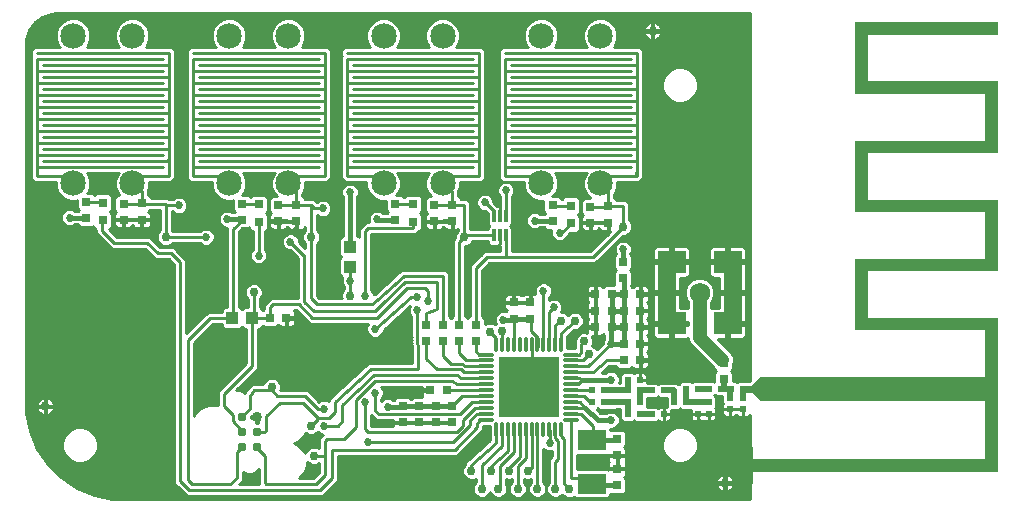
<source format=gtl>
G75*
G70*
%OFA0B0*%
%FSLAX24Y24*%
%IPPOS*%
%LPD*%
%AMOC8*
5,1,8,0,0,1.08239X$1,22.5*
%
%ADD10R,0.0197X0.0197*%
%ADD11R,0.0315X0.0276*%
%ADD12R,0.0276X0.0315*%
%ADD13R,0.2047X0.2047*%
%ADD14C,0.0118*%
%ADD15R,0.0394X0.0433*%
%ADD16R,0.0433X0.0394*%
%ADD17R,0.0315X0.0315*%
%ADD18C,0.0300*%
%ADD19R,0.0394X0.0197*%
%ADD20R,0.0394X0.0787*%
%ADD21C,0.0010*%
%ADD22R,0.0945X0.0669*%
%ADD23C,0.0681*%
%ADD24R,0.0925X0.0748*%
%ADD25R,0.0591X0.1339*%
%ADD26C,0.0850*%
%ADD27C,0.0100*%
%ADD28R,0.0120X0.0060*%
%ADD29C,0.0310*%
%ADD30R,0.0118X0.0390*%
%ADD31C,0.0200*%
%ADD32C,0.0270*%
%ADD33C,0.0340*%
%ADD34C,0.0160*%
%ADD35C,0.0060*%
%ADD36C,0.0240*%
%ADD37C,0.0470*%
D10*
X019063Y003440D03*
X019457Y003440D03*
X019810Y003443D03*
X020263Y003440D03*
X020657Y003440D03*
X020657Y003040D03*
X020263Y003040D03*
X021063Y003040D03*
X021457Y003040D03*
X021813Y003440D03*
X022207Y003440D03*
X022610Y003437D03*
X022960Y003437D03*
X022960Y003043D03*
X022610Y003043D03*
X023660Y003193D03*
X024110Y003193D03*
X024110Y003587D03*
X023660Y003587D03*
X023713Y003890D03*
X023357Y003890D03*
X022963Y003890D03*
X022607Y003890D03*
X022213Y003890D03*
X021457Y003840D03*
X021063Y003840D03*
X020657Y003840D03*
X020263Y003840D03*
X019810Y003837D03*
X019457Y003840D03*
X019063Y003840D03*
X020263Y004190D03*
X020657Y004190D03*
X024107Y003890D03*
D11*
X023460Y004224D03*
X023460Y004756D03*
X019910Y002216D03*
X019910Y001664D03*
X019910Y001216D03*
X019910Y000664D03*
X014410Y002764D03*
X013860Y002764D03*
X013310Y002764D03*
X012760Y002764D03*
X012760Y003316D03*
X013310Y003316D03*
X013860Y003316D03*
X014410Y003316D03*
X014650Y005484D03*
X014100Y005484D03*
X013550Y005484D03*
X013550Y006016D03*
X014100Y006016D03*
X014650Y006016D03*
X015200Y006016D03*
X015200Y005484D03*
X016460Y006214D03*
X017010Y006214D03*
X017010Y006766D03*
X016460Y006766D03*
X020110Y007564D03*
X020110Y008116D03*
X019610Y009414D03*
X019010Y009424D03*
X019010Y009956D03*
X019610Y009966D03*
X017760Y010006D03*
X017760Y009474D03*
X014410Y009474D03*
X013810Y009464D03*
X013810Y010016D03*
X014410Y010006D03*
X012510Y010056D03*
X012510Y009524D03*
X009210Y009464D03*
X008610Y009474D03*
X008610Y010006D03*
X009210Y010016D03*
X007410Y010056D03*
X007410Y009524D03*
X004060Y009514D03*
X004060Y010066D03*
X003460Y010056D03*
X003460Y009524D03*
X002210Y009574D03*
X002210Y010106D03*
D12*
X008334Y006240D03*
X008886Y006240D03*
X013684Y003840D03*
X014236Y003840D03*
X019184Y005940D03*
X019736Y005940D03*
X020134Y005940D03*
X020686Y005940D03*
X020686Y005390D03*
X020134Y005390D03*
X020144Y004840D03*
X020676Y004840D03*
X020686Y006490D03*
X020134Y006490D03*
X019736Y006490D03*
X019184Y006490D03*
X019184Y007040D03*
X019736Y007040D03*
X020134Y007040D03*
X020686Y007040D03*
D13*
X016960Y003940D03*
D14*
X018188Y003842D02*
X018570Y003842D01*
X018570Y004038D02*
X018188Y004038D01*
X018188Y004235D02*
X018570Y004235D01*
X018570Y004432D02*
X018188Y004432D01*
X018188Y004629D02*
X018570Y004629D01*
X018570Y004826D02*
X018188Y004826D01*
X018188Y005023D02*
X018570Y005023D01*
X018043Y005168D02*
X018043Y005550D01*
X017846Y005550D02*
X017846Y005168D01*
X017649Y005168D02*
X017649Y005550D01*
X017452Y005550D02*
X017452Y005168D01*
X017255Y005168D02*
X017255Y005550D01*
X017058Y005550D02*
X017058Y005168D01*
X016862Y005168D02*
X016862Y005550D01*
X016665Y005550D02*
X016665Y005168D01*
X016468Y005168D02*
X016468Y005550D01*
X016271Y005550D02*
X016271Y005168D01*
X016074Y005168D02*
X016074Y005550D01*
X015877Y005550D02*
X015877Y005168D01*
X015732Y005023D02*
X015350Y005023D01*
X015350Y004826D02*
X015732Y004826D01*
X015732Y004629D02*
X015350Y004629D01*
X015350Y004432D02*
X015732Y004432D01*
X015732Y004235D02*
X015350Y004235D01*
X015350Y004038D02*
X015732Y004038D01*
X015732Y003842D02*
X015350Y003842D01*
X015350Y003645D02*
X015732Y003645D01*
X015732Y003448D02*
X015350Y003448D01*
X015350Y003251D02*
X015732Y003251D01*
X015732Y003054D02*
X015350Y003054D01*
X015350Y002857D02*
X015732Y002857D01*
X015877Y002712D02*
X015877Y002330D01*
X016074Y002330D02*
X016074Y002712D01*
X016271Y002712D02*
X016271Y002330D01*
X016468Y002330D02*
X016468Y002712D01*
X016665Y002712D02*
X016665Y002330D01*
X016862Y002330D02*
X016862Y002712D01*
X017058Y002712D02*
X017058Y002330D01*
X017255Y002330D02*
X017255Y002712D01*
X017452Y002712D02*
X017452Y002330D01*
X017649Y002330D02*
X017649Y002712D01*
X017846Y002712D02*
X017846Y002330D01*
X018043Y002330D02*
X018043Y002712D01*
X018188Y002857D02*
X018570Y002857D01*
X018570Y003054D02*
X018188Y003054D01*
X018188Y003251D02*
X018570Y003251D01*
X018570Y003448D02*
X018188Y003448D01*
X018188Y003645D02*
X018570Y003645D01*
D15*
X007745Y006240D03*
X007075Y006240D03*
D16*
X011010Y007955D03*
X011010Y008625D03*
D17*
X013110Y009445D03*
X013110Y010035D03*
X007960Y010035D03*
X007960Y009445D03*
X002760Y009495D03*
X002760Y010085D03*
X018360Y009985D03*
X018360Y009395D03*
D18*
X020110Y009290D03*
X014820Y008940D03*
X011010Y006990D03*
X007800Y007100D03*
X009710Y008940D03*
X004860Y008940D03*
X008400Y003950D03*
X009700Y002650D03*
X009800Y001650D03*
X015050Y001150D03*
X015700Y001150D03*
X016300Y001150D03*
X016950Y001150D03*
X017250Y000550D03*
X017850Y000550D03*
X018300Y000550D03*
X016600Y000550D03*
X015950Y000550D03*
X015400Y000550D03*
X023500Y000750D03*
X018980Y005030D03*
X018810Y005460D03*
X018500Y006150D03*
X018050Y006150D03*
X016060Y005810D03*
X015680Y005780D03*
X000850Y003300D03*
X021090Y015810D03*
D19*
X024245Y003890D03*
D20*
X024115Y001327D03*
D21*
X023918Y001326D02*
X032580Y001326D01*
X032580Y001318D02*
X023918Y001318D01*
X023918Y001309D02*
X032580Y001309D01*
X032580Y001301D02*
X023918Y001301D01*
X023918Y001292D02*
X032580Y001292D01*
X032580Y001284D02*
X023918Y001284D01*
X023918Y001275D02*
X032580Y001275D01*
X032580Y001267D02*
X023918Y001267D01*
X023918Y001258D02*
X032580Y001258D01*
X032580Y001250D02*
X023918Y001250D01*
X023918Y001241D02*
X032580Y001241D01*
X032580Y001233D02*
X023918Y001233D01*
X023918Y001224D02*
X032580Y001224D01*
X032580Y001216D02*
X023918Y001216D01*
X023918Y001207D02*
X032580Y001207D01*
X032580Y001199D02*
X023918Y001199D01*
X023918Y001190D02*
X032580Y001190D01*
X032580Y001182D02*
X023918Y001182D01*
X023918Y001173D02*
X032580Y001173D01*
X032580Y001165D02*
X023918Y001165D01*
X023918Y001156D02*
X032580Y001156D01*
X032580Y001148D02*
X023918Y001148D01*
X023918Y001139D02*
X032580Y001139D01*
X032580Y001134D02*
X024312Y001134D01*
X024312Y000937D01*
X023918Y000937D01*
X023918Y001725D01*
X024312Y001725D01*
X024312Y001528D01*
X032186Y001528D01*
X032186Y003496D01*
X032580Y003496D01*
X032580Y006252D01*
X028249Y006252D01*
X028249Y007827D01*
X032580Y007827D01*
X032580Y010189D01*
X028249Y010189D01*
X028249Y011764D01*
X032580Y011764D01*
X032580Y014126D01*
X028249Y014126D01*
X028249Y015701D01*
X032580Y015701D01*
X032580Y016095D01*
X027855Y016095D01*
X027855Y013733D01*
X032186Y013733D01*
X032186Y012158D01*
X027855Y012158D01*
X027855Y009796D01*
X032186Y009796D01*
X032186Y008221D01*
X027855Y008221D01*
X027855Y005859D01*
X032186Y005859D01*
X032186Y004284D01*
X032580Y004284D01*
X032580Y004276D02*
X024698Y004276D01*
X024706Y004284D02*
X024410Y003988D01*
X024017Y003988D01*
X024017Y003792D01*
X024410Y003792D01*
X024706Y003496D01*
X032580Y003496D01*
X032580Y001134D01*
X032580Y001335D02*
X023918Y001335D01*
X023918Y001343D02*
X032580Y001343D01*
X032580Y001352D02*
X023918Y001352D01*
X023918Y001360D02*
X032580Y001360D01*
X032580Y001369D02*
X023918Y001369D01*
X023918Y001377D02*
X032580Y001377D01*
X032580Y001386D02*
X023918Y001386D01*
X023918Y001394D02*
X032580Y001394D01*
X032580Y001403D02*
X023918Y001403D01*
X023918Y001411D02*
X032580Y001411D01*
X032580Y001420D02*
X023918Y001420D01*
X023918Y001428D02*
X032580Y001428D01*
X032580Y001437D02*
X023918Y001437D01*
X023918Y001445D02*
X032580Y001445D01*
X032580Y001454D02*
X023918Y001454D01*
X023918Y001462D02*
X032580Y001462D01*
X032580Y001471D02*
X023918Y001471D01*
X023918Y001479D02*
X032580Y001479D01*
X032580Y001488D02*
X023918Y001488D01*
X023918Y001496D02*
X032580Y001496D01*
X032580Y001505D02*
X023918Y001505D01*
X023918Y001513D02*
X032580Y001513D01*
X032580Y001522D02*
X023918Y001522D01*
X023918Y001530D02*
X024312Y001530D01*
X024312Y001539D02*
X023918Y001539D01*
X023918Y001547D02*
X024312Y001547D01*
X024312Y001556D02*
X023918Y001556D01*
X023918Y001564D02*
X024312Y001564D01*
X024312Y001573D02*
X023918Y001573D01*
X023918Y001581D02*
X024312Y001581D01*
X024312Y001590D02*
X023918Y001590D01*
X023918Y001598D02*
X024312Y001598D01*
X024312Y001607D02*
X023918Y001607D01*
X023918Y001615D02*
X024312Y001615D01*
X024312Y001624D02*
X023918Y001624D01*
X023918Y001632D02*
X024312Y001632D01*
X024312Y001641D02*
X023918Y001641D01*
X023918Y001649D02*
X024312Y001649D01*
X024312Y001658D02*
X023918Y001658D01*
X023918Y001666D02*
X024312Y001666D01*
X024312Y001675D02*
X023918Y001675D01*
X023918Y001683D02*
X024312Y001683D01*
X024312Y001692D02*
X023918Y001692D01*
X023918Y001700D02*
X024312Y001700D01*
X024312Y001709D02*
X023918Y001709D01*
X023918Y001717D02*
X024312Y001717D01*
X024312Y001131D02*
X023918Y001131D01*
X023918Y001122D02*
X024312Y001122D01*
X024312Y001114D02*
X023918Y001114D01*
X023918Y001105D02*
X024312Y001105D01*
X024312Y001097D02*
X023918Y001097D01*
X023918Y001088D02*
X024312Y001088D01*
X024312Y001080D02*
X023918Y001080D01*
X023918Y001071D02*
X024312Y001071D01*
X024312Y001063D02*
X023918Y001063D01*
X023918Y001054D02*
X024312Y001054D01*
X024312Y001046D02*
X023918Y001046D01*
X023918Y001037D02*
X024312Y001037D01*
X024312Y001029D02*
X023918Y001029D01*
X023918Y001020D02*
X024312Y001020D01*
X024312Y001012D02*
X023918Y001012D01*
X023918Y001003D02*
X024312Y001003D01*
X024312Y000995D02*
X023918Y000995D01*
X023918Y000986D02*
X024312Y000986D01*
X024312Y000978D02*
X023918Y000978D01*
X023918Y000969D02*
X024312Y000969D01*
X024312Y000961D02*
X023918Y000961D01*
X023918Y000952D02*
X024312Y000952D01*
X024312Y000944D02*
X023918Y000944D01*
X024700Y003502D02*
X032580Y003502D01*
X032580Y003494D02*
X032186Y003494D01*
X032186Y003485D02*
X032580Y003485D01*
X032580Y003477D02*
X032186Y003477D01*
X032186Y003468D02*
X032580Y003468D01*
X032580Y003460D02*
X032186Y003460D01*
X032186Y003451D02*
X032580Y003451D01*
X032580Y003443D02*
X032186Y003443D01*
X032186Y003434D02*
X032580Y003434D01*
X032580Y003426D02*
X032186Y003426D01*
X032186Y003417D02*
X032580Y003417D01*
X032580Y003409D02*
X032186Y003409D01*
X032186Y003400D02*
X032580Y003400D01*
X032580Y003392D02*
X032186Y003392D01*
X032186Y003383D02*
X032580Y003383D01*
X032580Y003375D02*
X032186Y003375D01*
X032186Y003366D02*
X032580Y003366D01*
X032580Y003358D02*
X032186Y003358D01*
X032186Y003349D02*
X032580Y003349D01*
X032580Y003341D02*
X032186Y003341D01*
X032186Y003332D02*
X032580Y003332D01*
X032580Y003324D02*
X032186Y003324D01*
X032186Y003315D02*
X032580Y003315D01*
X032580Y003307D02*
X032186Y003307D01*
X032186Y003298D02*
X032580Y003298D01*
X032580Y003290D02*
X032186Y003290D01*
X032186Y003281D02*
X032580Y003281D01*
X032580Y003273D02*
X032186Y003273D01*
X032186Y003264D02*
X032580Y003264D01*
X032580Y003256D02*
X032186Y003256D01*
X032186Y003247D02*
X032580Y003247D01*
X032580Y003239D02*
X032186Y003239D01*
X032186Y003230D02*
X032580Y003230D01*
X032580Y003222D02*
X032186Y003222D01*
X032186Y003213D02*
X032580Y003213D01*
X032580Y003205D02*
X032186Y003205D01*
X032186Y003196D02*
X032580Y003196D01*
X032580Y003188D02*
X032186Y003188D01*
X032186Y003179D02*
X032580Y003179D01*
X032580Y003171D02*
X032186Y003171D01*
X032186Y003162D02*
X032580Y003162D01*
X032580Y003154D02*
X032186Y003154D01*
X032186Y003145D02*
X032580Y003145D01*
X032580Y003137D02*
X032186Y003137D01*
X032186Y003128D02*
X032580Y003128D01*
X032580Y003120D02*
X032186Y003120D01*
X032186Y003111D02*
X032580Y003111D01*
X032580Y003103D02*
X032186Y003103D01*
X032186Y003094D02*
X032580Y003094D01*
X032580Y003086D02*
X032186Y003086D01*
X032186Y003077D02*
X032580Y003077D01*
X032580Y003069D02*
X032186Y003069D01*
X032186Y003060D02*
X032580Y003060D01*
X032580Y003052D02*
X032186Y003052D01*
X032186Y003043D02*
X032580Y003043D01*
X032580Y003035D02*
X032186Y003035D01*
X032186Y003026D02*
X032580Y003026D01*
X032580Y003018D02*
X032186Y003018D01*
X032186Y003009D02*
X032580Y003009D01*
X032580Y003001D02*
X032186Y003001D01*
X032186Y002992D02*
X032580Y002992D01*
X032580Y002984D02*
X032186Y002984D01*
X032186Y002975D02*
X032580Y002975D01*
X032580Y002967D02*
X032186Y002967D01*
X032186Y002958D02*
X032580Y002958D01*
X032580Y002950D02*
X032186Y002950D01*
X032186Y002941D02*
X032580Y002941D01*
X032580Y002933D02*
X032186Y002933D01*
X032186Y002924D02*
X032580Y002924D01*
X032580Y002916D02*
X032186Y002916D01*
X032186Y002907D02*
X032580Y002907D01*
X032580Y002899D02*
X032186Y002899D01*
X032186Y002890D02*
X032580Y002890D01*
X032580Y002882D02*
X032186Y002882D01*
X032186Y002873D02*
X032580Y002873D01*
X032580Y002865D02*
X032186Y002865D01*
X032186Y002856D02*
X032580Y002856D01*
X032580Y002848D02*
X032186Y002848D01*
X032186Y002839D02*
X032580Y002839D01*
X032580Y002831D02*
X032186Y002831D01*
X032186Y002822D02*
X032580Y002822D01*
X032580Y002814D02*
X032186Y002814D01*
X032186Y002805D02*
X032580Y002805D01*
X032580Y002797D02*
X032186Y002797D01*
X032186Y002788D02*
X032580Y002788D01*
X032580Y002780D02*
X032186Y002780D01*
X032186Y002771D02*
X032580Y002771D01*
X032580Y002763D02*
X032186Y002763D01*
X032186Y002754D02*
X032580Y002754D01*
X032580Y002746D02*
X032186Y002746D01*
X032186Y002737D02*
X032580Y002737D01*
X032580Y002729D02*
X032186Y002729D01*
X032186Y002720D02*
X032580Y002720D01*
X032580Y002712D02*
X032186Y002712D01*
X032186Y002703D02*
X032580Y002703D01*
X032580Y002695D02*
X032186Y002695D01*
X032186Y002686D02*
X032580Y002686D01*
X032580Y002678D02*
X032186Y002678D01*
X032186Y002669D02*
X032580Y002669D01*
X032580Y002661D02*
X032186Y002661D01*
X032186Y002652D02*
X032580Y002652D01*
X032580Y002644D02*
X032186Y002644D01*
X032186Y002635D02*
X032580Y002635D01*
X032580Y002627D02*
X032186Y002627D01*
X032186Y002618D02*
X032580Y002618D01*
X032580Y002610D02*
X032186Y002610D01*
X032186Y002601D02*
X032580Y002601D01*
X032580Y002593D02*
X032186Y002593D01*
X032186Y002584D02*
X032580Y002584D01*
X032580Y002576D02*
X032186Y002576D01*
X032186Y002567D02*
X032580Y002567D01*
X032580Y002559D02*
X032186Y002559D01*
X032186Y002550D02*
X032580Y002550D01*
X032580Y002542D02*
X032186Y002542D01*
X032186Y002533D02*
X032580Y002533D01*
X032580Y002525D02*
X032186Y002525D01*
X032186Y002516D02*
X032580Y002516D01*
X032580Y002508D02*
X032186Y002508D01*
X032186Y002499D02*
X032580Y002499D01*
X032580Y002491D02*
X032186Y002491D01*
X032186Y002482D02*
X032580Y002482D01*
X032580Y002474D02*
X032186Y002474D01*
X032186Y002465D02*
X032580Y002465D01*
X032580Y002457D02*
X032186Y002457D01*
X032186Y002448D02*
X032580Y002448D01*
X032580Y002440D02*
X032186Y002440D01*
X032186Y002431D02*
X032580Y002431D01*
X032580Y002423D02*
X032186Y002423D01*
X032186Y002414D02*
X032580Y002414D01*
X032580Y002406D02*
X032186Y002406D01*
X032186Y002397D02*
X032580Y002397D01*
X032580Y002389D02*
X032186Y002389D01*
X032186Y002380D02*
X032580Y002380D01*
X032580Y002372D02*
X032186Y002372D01*
X032186Y002363D02*
X032580Y002363D01*
X032580Y002355D02*
X032186Y002355D01*
X032186Y002346D02*
X032580Y002346D01*
X032580Y002338D02*
X032186Y002338D01*
X032186Y002329D02*
X032580Y002329D01*
X032580Y002321D02*
X032186Y002321D01*
X032186Y002312D02*
X032580Y002312D01*
X032580Y002304D02*
X032186Y002304D01*
X032186Y002295D02*
X032580Y002295D01*
X032580Y002287D02*
X032186Y002287D01*
X032186Y002278D02*
X032580Y002278D01*
X032580Y002270D02*
X032186Y002270D01*
X032186Y002261D02*
X032580Y002261D01*
X032580Y002253D02*
X032186Y002253D01*
X032186Y002244D02*
X032580Y002244D01*
X032580Y002236D02*
X032186Y002236D01*
X032186Y002227D02*
X032580Y002227D01*
X032580Y002219D02*
X032186Y002219D01*
X032186Y002210D02*
X032580Y002210D01*
X032580Y002202D02*
X032186Y002202D01*
X032186Y002193D02*
X032580Y002193D01*
X032580Y002185D02*
X032186Y002185D01*
X032186Y002176D02*
X032580Y002176D01*
X032580Y002168D02*
X032186Y002168D01*
X032186Y002159D02*
X032580Y002159D01*
X032580Y002151D02*
X032186Y002151D01*
X032186Y002142D02*
X032580Y002142D01*
X032580Y002134D02*
X032186Y002134D01*
X032186Y002125D02*
X032580Y002125D01*
X032580Y002117D02*
X032186Y002117D01*
X032186Y002108D02*
X032580Y002108D01*
X032580Y002100D02*
X032186Y002100D01*
X032186Y002091D02*
X032580Y002091D01*
X032580Y002083D02*
X032186Y002083D01*
X032186Y002074D02*
X032580Y002074D01*
X032580Y002066D02*
X032186Y002066D01*
X032186Y002057D02*
X032580Y002057D01*
X032580Y002049D02*
X032186Y002049D01*
X032186Y002040D02*
X032580Y002040D01*
X032580Y002032D02*
X032186Y002032D01*
X032186Y002023D02*
X032580Y002023D01*
X032580Y002015D02*
X032186Y002015D01*
X032186Y002006D02*
X032580Y002006D01*
X032580Y001998D02*
X032186Y001998D01*
X032186Y001989D02*
X032580Y001989D01*
X032580Y001981D02*
X032186Y001981D01*
X032186Y001972D02*
X032580Y001972D01*
X032580Y001964D02*
X032186Y001964D01*
X032186Y001955D02*
X032580Y001955D01*
X032580Y001947D02*
X032186Y001947D01*
X032186Y001938D02*
X032580Y001938D01*
X032580Y001930D02*
X032186Y001930D01*
X032186Y001921D02*
X032580Y001921D01*
X032580Y001913D02*
X032186Y001913D01*
X032186Y001904D02*
X032580Y001904D01*
X032580Y001896D02*
X032186Y001896D01*
X032186Y001887D02*
X032580Y001887D01*
X032580Y001879D02*
X032186Y001879D01*
X032186Y001870D02*
X032580Y001870D01*
X032580Y001862D02*
X032186Y001862D01*
X032186Y001853D02*
X032580Y001853D01*
X032580Y001845D02*
X032186Y001845D01*
X032186Y001836D02*
X032580Y001836D01*
X032580Y001828D02*
X032186Y001828D01*
X032186Y001819D02*
X032580Y001819D01*
X032580Y001811D02*
X032186Y001811D01*
X032186Y001802D02*
X032580Y001802D01*
X032580Y001794D02*
X032186Y001794D01*
X032186Y001785D02*
X032580Y001785D01*
X032580Y001777D02*
X032186Y001777D01*
X032186Y001768D02*
X032580Y001768D01*
X032580Y001760D02*
X032186Y001760D01*
X032186Y001751D02*
X032580Y001751D01*
X032580Y001743D02*
X032186Y001743D01*
X032186Y001734D02*
X032580Y001734D01*
X032580Y001726D02*
X032186Y001726D01*
X032186Y001717D02*
X032580Y001717D01*
X032580Y001709D02*
X032186Y001709D01*
X032186Y001700D02*
X032580Y001700D01*
X032580Y001692D02*
X032186Y001692D01*
X032186Y001683D02*
X032580Y001683D01*
X032580Y001675D02*
X032186Y001675D01*
X032186Y001666D02*
X032580Y001666D01*
X032580Y001658D02*
X032186Y001658D01*
X032186Y001649D02*
X032580Y001649D01*
X032580Y001641D02*
X032186Y001641D01*
X032186Y001632D02*
X032580Y001632D01*
X032580Y001624D02*
X032186Y001624D01*
X032186Y001615D02*
X032580Y001615D01*
X032580Y001607D02*
X032186Y001607D01*
X032186Y001598D02*
X032580Y001598D01*
X032580Y001590D02*
X032186Y001590D01*
X032186Y001581D02*
X032580Y001581D01*
X032580Y001573D02*
X032186Y001573D01*
X032186Y001564D02*
X032580Y001564D01*
X032580Y001556D02*
X032186Y001556D01*
X032186Y001547D02*
X032580Y001547D01*
X032580Y001539D02*
X032186Y001539D01*
X032186Y001530D02*
X032580Y001530D01*
X032580Y003511D02*
X024691Y003511D01*
X024683Y003519D02*
X032580Y003519D01*
X032580Y003528D02*
X024674Y003528D01*
X024666Y003536D02*
X032580Y003536D01*
X032580Y003545D02*
X024657Y003545D01*
X024649Y003553D02*
X032580Y003553D01*
X032580Y003562D02*
X024640Y003562D01*
X024632Y003570D02*
X032580Y003570D01*
X032580Y003579D02*
X024623Y003579D01*
X024615Y003587D02*
X032580Y003587D01*
X032580Y003596D02*
X024606Y003596D01*
X024598Y003604D02*
X032580Y003604D01*
X032580Y003613D02*
X024589Y003613D01*
X024581Y003621D02*
X032580Y003621D01*
X032580Y003630D02*
X024572Y003630D01*
X024564Y003638D02*
X032580Y003638D01*
X032580Y003647D02*
X024555Y003647D01*
X024547Y003655D02*
X032580Y003655D01*
X032580Y003664D02*
X024538Y003664D01*
X024530Y003672D02*
X032580Y003672D01*
X032580Y003681D02*
X024521Y003681D01*
X024513Y003689D02*
X032580Y003689D01*
X032580Y003698D02*
X024504Y003698D01*
X024496Y003706D02*
X032580Y003706D01*
X032580Y003715D02*
X024487Y003715D01*
X024479Y003723D02*
X032580Y003723D01*
X032580Y003732D02*
X024470Y003732D01*
X024462Y003740D02*
X032580Y003740D01*
X032580Y003749D02*
X024453Y003749D01*
X024445Y003757D02*
X032580Y003757D01*
X032580Y003766D02*
X024436Y003766D01*
X024428Y003774D02*
X032580Y003774D01*
X032580Y003783D02*
X024419Y003783D01*
X024411Y003791D02*
X032580Y003791D01*
X032580Y003800D02*
X024017Y003800D01*
X024017Y003808D02*
X032580Y003808D01*
X032580Y003817D02*
X024017Y003817D01*
X024017Y003825D02*
X032580Y003825D01*
X032580Y003834D02*
X024017Y003834D01*
X024017Y003842D02*
X032580Y003842D01*
X032580Y003851D02*
X024017Y003851D01*
X024017Y003859D02*
X032580Y003859D01*
X032580Y003868D02*
X024017Y003868D01*
X024017Y003876D02*
X032580Y003876D01*
X032580Y003885D02*
X024017Y003885D01*
X024017Y003893D02*
X032580Y003893D01*
X032580Y003902D02*
X024017Y003902D01*
X024017Y003910D02*
X032580Y003910D01*
X032580Y003919D02*
X024017Y003919D01*
X024017Y003927D02*
X032580Y003927D01*
X032580Y003936D02*
X024017Y003936D01*
X024017Y003944D02*
X032580Y003944D01*
X032580Y003953D02*
X024017Y003953D01*
X024017Y003961D02*
X032580Y003961D01*
X032580Y003970D02*
X024017Y003970D01*
X024017Y003978D02*
X032580Y003978D01*
X032580Y003987D02*
X024017Y003987D01*
X024417Y003995D02*
X032580Y003995D01*
X032580Y004004D02*
X024426Y004004D01*
X024434Y004012D02*
X032580Y004012D01*
X032580Y004021D02*
X024443Y004021D01*
X024451Y004029D02*
X032580Y004029D01*
X032580Y004038D02*
X024460Y004038D01*
X024468Y004046D02*
X032580Y004046D01*
X032580Y004055D02*
X024477Y004055D01*
X024485Y004063D02*
X032580Y004063D01*
X032580Y004072D02*
X024494Y004072D01*
X024502Y004080D02*
X032580Y004080D01*
X032580Y004089D02*
X024511Y004089D01*
X024519Y004097D02*
X032580Y004097D01*
X032580Y004106D02*
X024528Y004106D01*
X024536Y004114D02*
X032580Y004114D01*
X032580Y004123D02*
X024545Y004123D01*
X024553Y004131D02*
X032580Y004131D01*
X032580Y004140D02*
X024562Y004140D01*
X024570Y004148D02*
X032580Y004148D01*
X032580Y004157D02*
X024579Y004157D01*
X024587Y004165D02*
X032580Y004165D01*
X032580Y004174D02*
X024596Y004174D01*
X024604Y004182D02*
X032580Y004182D01*
X032580Y004191D02*
X024613Y004191D01*
X024621Y004199D02*
X032580Y004199D01*
X032580Y004208D02*
X024630Y004208D01*
X024638Y004216D02*
X032580Y004216D01*
X032580Y004225D02*
X024647Y004225D01*
X024655Y004233D02*
X032580Y004233D01*
X032580Y004242D02*
X024664Y004242D01*
X024672Y004250D02*
X032580Y004250D01*
X032580Y004259D02*
X024681Y004259D01*
X024689Y004267D02*
X032580Y004267D01*
X032580Y004293D02*
X032186Y004293D01*
X032186Y004301D02*
X032580Y004301D01*
X032580Y004310D02*
X032186Y004310D01*
X032186Y004318D02*
X032580Y004318D01*
X032580Y004327D02*
X032186Y004327D01*
X032186Y004335D02*
X032580Y004335D01*
X032580Y004344D02*
X032186Y004344D01*
X032186Y004352D02*
X032580Y004352D01*
X032580Y004361D02*
X032186Y004361D01*
X032186Y004369D02*
X032580Y004369D01*
X032580Y004378D02*
X032186Y004378D01*
X032186Y004386D02*
X032580Y004386D01*
X032580Y004395D02*
X032186Y004395D01*
X032186Y004403D02*
X032580Y004403D01*
X032580Y004412D02*
X032186Y004412D01*
X032186Y004420D02*
X032580Y004420D01*
X032580Y004429D02*
X032186Y004429D01*
X032186Y004437D02*
X032580Y004437D01*
X032580Y004446D02*
X032186Y004446D01*
X032186Y004454D02*
X032580Y004454D01*
X032580Y004463D02*
X032186Y004463D01*
X032186Y004471D02*
X032580Y004471D01*
X032580Y004480D02*
X032186Y004480D01*
X032186Y004488D02*
X032580Y004488D01*
X032580Y004497D02*
X032186Y004497D01*
X032186Y004505D02*
X032580Y004505D01*
X032580Y004514D02*
X032186Y004514D01*
X032186Y004522D02*
X032580Y004522D01*
X032580Y004531D02*
X032186Y004531D01*
X032186Y004539D02*
X032580Y004539D01*
X032580Y004548D02*
X032186Y004548D01*
X032186Y004556D02*
X032580Y004556D01*
X032580Y004565D02*
X032186Y004565D01*
X032186Y004573D02*
X032580Y004573D01*
X032580Y004582D02*
X032186Y004582D01*
X032186Y004590D02*
X032580Y004590D01*
X032580Y004599D02*
X032186Y004599D01*
X032186Y004607D02*
X032580Y004607D01*
X032580Y004616D02*
X032186Y004616D01*
X032186Y004624D02*
X032580Y004624D01*
X032580Y004633D02*
X032186Y004633D01*
X032186Y004641D02*
X032580Y004641D01*
X032580Y004650D02*
X032186Y004650D01*
X032186Y004658D02*
X032580Y004658D01*
X032580Y004667D02*
X032186Y004667D01*
X032186Y004675D02*
X032580Y004675D01*
X032580Y004684D02*
X032186Y004684D01*
X032186Y004692D02*
X032580Y004692D01*
X032580Y004701D02*
X032186Y004701D01*
X032186Y004709D02*
X032580Y004709D01*
X032580Y004718D02*
X032186Y004718D01*
X032186Y004726D02*
X032580Y004726D01*
X032580Y004735D02*
X032186Y004735D01*
X032186Y004743D02*
X032580Y004743D01*
X032580Y004752D02*
X032186Y004752D01*
X032186Y004760D02*
X032580Y004760D01*
X032580Y004769D02*
X032186Y004769D01*
X032186Y004777D02*
X032580Y004777D01*
X032580Y004786D02*
X032186Y004786D01*
X032186Y004794D02*
X032580Y004794D01*
X032580Y004803D02*
X032186Y004803D01*
X032186Y004811D02*
X032580Y004811D01*
X032580Y004820D02*
X032186Y004820D01*
X032186Y004828D02*
X032580Y004828D01*
X032580Y004837D02*
X032186Y004837D01*
X032186Y004845D02*
X032580Y004845D01*
X032580Y004854D02*
X032186Y004854D01*
X032186Y004862D02*
X032580Y004862D01*
X032580Y004871D02*
X032186Y004871D01*
X032186Y004879D02*
X032580Y004879D01*
X032580Y004888D02*
X032186Y004888D01*
X032186Y004896D02*
X032580Y004896D01*
X032580Y004905D02*
X032186Y004905D01*
X032186Y004913D02*
X032580Y004913D01*
X032580Y004922D02*
X032186Y004922D01*
X032186Y004930D02*
X032580Y004930D01*
X032580Y004939D02*
X032186Y004939D01*
X032186Y004947D02*
X032580Y004947D01*
X032580Y004956D02*
X032186Y004956D01*
X032186Y004964D02*
X032580Y004964D01*
X032580Y004973D02*
X032186Y004973D01*
X032186Y004981D02*
X032580Y004981D01*
X032580Y004990D02*
X032186Y004990D01*
X032186Y004998D02*
X032580Y004998D01*
X032580Y005007D02*
X032186Y005007D01*
X032186Y005015D02*
X032580Y005015D01*
X032580Y005024D02*
X032186Y005024D01*
X032186Y005032D02*
X032580Y005032D01*
X032580Y005041D02*
X032186Y005041D01*
X032186Y005049D02*
X032580Y005049D01*
X032580Y005058D02*
X032186Y005058D01*
X032186Y005066D02*
X032580Y005066D01*
X032580Y005075D02*
X032186Y005075D01*
X032186Y005083D02*
X032580Y005083D01*
X032580Y005092D02*
X032186Y005092D01*
X032186Y005100D02*
X032580Y005100D01*
X032580Y005109D02*
X032186Y005109D01*
X032186Y005117D02*
X032580Y005117D01*
X032580Y005126D02*
X032186Y005126D01*
X032186Y005134D02*
X032580Y005134D01*
X032580Y005143D02*
X032186Y005143D01*
X032186Y005151D02*
X032580Y005151D01*
X032580Y005160D02*
X032186Y005160D01*
X032186Y005168D02*
X032580Y005168D01*
X032580Y005177D02*
X032186Y005177D01*
X032186Y005185D02*
X032580Y005185D01*
X032580Y005194D02*
X032186Y005194D01*
X032186Y005202D02*
X032580Y005202D01*
X032580Y005211D02*
X032186Y005211D01*
X032186Y005219D02*
X032580Y005219D01*
X032580Y005228D02*
X032186Y005228D01*
X032186Y005236D02*
X032580Y005236D01*
X032580Y005245D02*
X032186Y005245D01*
X032186Y005253D02*
X032580Y005253D01*
X032580Y005262D02*
X032186Y005262D01*
X032186Y005270D02*
X032580Y005270D01*
X032580Y005279D02*
X032186Y005279D01*
X032186Y005287D02*
X032580Y005287D01*
X032580Y005296D02*
X032186Y005296D01*
X032186Y005304D02*
X032580Y005304D01*
X032580Y005313D02*
X032186Y005313D01*
X032186Y005321D02*
X032580Y005321D01*
X032580Y005330D02*
X032186Y005330D01*
X032186Y005338D02*
X032580Y005338D01*
X032580Y005347D02*
X032186Y005347D01*
X032186Y005355D02*
X032580Y005355D01*
X032580Y005364D02*
X032186Y005364D01*
X032186Y005372D02*
X032580Y005372D01*
X032580Y005381D02*
X032186Y005381D01*
X032186Y005389D02*
X032580Y005389D01*
X032580Y005398D02*
X032186Y005398D01*
X032186Y005406D02*
X032580Y005406D01*
X032580Y005415D02*
X032186Y005415D01*
X032186Y005423D02*
X032580Y005423D01*
X032580Y005432D02*
X032186Y005432D01*
X032186Y005440D02*
X032580Y005440D01*
X032580Y005449D02*
X032186Y005449D01*
X032186Y005457D02*
X032580Y005457D01*
X032580Y005466D02*
X032186Y005466D01*
X032186Y005474D02*
X032580Y005474D01*
X032580Y005483D02*
X032186Y005483D01*
X032186Y005491D02*
X032580Y005491D01*
X032580Y005500D02*
X032186Y005500D01*
X032186Y005508D02*
X032580Y005508D01*
X032580Y005517D02*
X032186Y005517D01*
X032186Y005525D02*
X032580Y005525D01*
X032580Y005534D02*
X032186Y005534D01*
X032186Y005542D02*
X032580Y005542D01*
X032580Y005551D02*
X032186Y005551D01*
X032186Y005559D02*
X032580Y005559D01*
X032580Y005568D02*
X032186Y005568D01*
X032186Y005576D02*
X032580Y005576D01*
X032580Y005585D02*
X032186Y005585D01*
X032186Y005593D02*
X032580Y005593D01*
X032580Y005602D02*
X032186Y005602D01*
X032186Y005610D02*
X032580Y005610D01*
X032580Y005619D02*
X032186Y005619D01*
X032186Y005627D02*
X032580Y005627D01*
X032580Y005636D02*
X032186Y005636D01*
X032186Y005644D02*
X032580Y005644D01*
X032580Y005653D02*
X032186Y005653D01*
X032186Y005661D02*
X032580Y005661D01*
X032580Y005670D02*
X032186Y005670D01*
X032186Y005678D02*
X032580Y005678D01*
X032580Y005687D02*
X032186Y005687D01*
X032186Y005695D02*
X032580Y005695D01*
X032580Y005704D02*
X032186Y005704D01*
X032186Y005712D02*
X032580Y005712D01*
X032580Y005721D02*
X032186Y005721D01*
X032186Y005729D02*
X032580Y005729D01*
X032580Y005738D02*
X032186Y005738D01*
X032186Y005746D02*
X032580Y005746D01*
X032580Y005755D02*
X032186Y005755D01*
X032186Y005763D02*
X032580Y005763D01*
X032580Y005772D02*
X032186Y005772D01*
X032186Y005780D02*
X032580Y005780D01*
X032580Y005789D02*
X032186Y005789D01*
X032186Y005797D02*
X032580Y005797D01*
X032580Y005806D02*
X032186Y005806D01*
X032186Y005814D02*
X032580Y005814D01*
X032580Y005823D02*
X032186Y005823D01*
X032186Y005831D02*
X032580Y005831D01*
X032580Y005840D02*
X032186Y005840D01*
X032186Y005848D02*
X032580Y005848D01*
X032580Y005857D02*
X032186Y005857D01*
X032580Y005865D02*
X027855Y005865D01*
X027855Y005874D02*
X032580Y005874D01*
X032580Y005882D02*
X027855Y005882D01*
X027855Y005891D02*
X032580Y005891D01*
X032580Y005899D02*
X027855Y005899D01*
X027855Y005908D02*
X032580Y005908D01*
X032580Y005916D02*
X027855Y005916D01*
X027855Y005925D02*
X032580Y005925D01*
X032580Y005933D02*
X027855Y005933D01*
X027855Y005942D02*
X032580Y005942D01*
X032580Y005950D02*
X027855Y005950D01*
X027855Y005959D02*
X032580Y005959D01*
X032580Y005967D02*
X027855Y005967D01*
X027855Y005976D02*
X032580Y005976D01*
X032580Y005984D02*
X027855Y005984D01*
X027855Y005993D02*
X032580Y005993D01*
X032580Y006001D02*
X027855Y006001D01*
X027855Y006010D02*
X032580Y006010D01*
X032580Y006018D02*
X027855Y006018D01*
X027855Y006027D02*
X032580Y006027D01*
X032580Y006035D02*
X027855Y006035D01*
X027855Y006044D02*
X032580Y006044D01*
X032580Y006052D02*
X027855Y006052D01*
X027855Y006061D02*
X032580Y006061D01*
X032580Y006069D02*
X027855Y006069D01*
X027855Y006078D02*
X032580Y006078D01*
X032580Y006086D02*
X027855Y006086D01*
X027855Y006095D02*
X032580Y006095D01*
X032580Y006103D02*
X027855Y006103D01*
X027855Y006112D02*
X032580Y006112D01*
X032580Y006120D02*
X027855Y006120D01*
X027855Y006129D02*
X032580Y006129D01*
X032580Y006137D02*
X027855Y006137D01*
X027855Y006146D02*
X032580Y006146D01*
X032580Y006154D02*
X027855Y006154D01*
X027855Y006163D02*
X032580Y006163D01*
X032580Y006171D02*
X027855Y006171D01*
X027855Y006180D02*
X032580Y006180D01*
X032580Y006188D02*
X027855Y006188D01*
X027855Y006197D02*
X032580Y006197D01*
X032580Y006205D02*
X027855Y006205D01*
X027855Y006214D02*
X032580Y006214D01*
X032580Y006222D02*
X027855Y006222D01*
X027855Y006231D02*
X032580Y006231D01*
X032580Y006239D02*
X027855Y006239D01*
X027855Y006248D02*
X032580Y006248D01*
X032580Y007829D02*
X027855Y007829D01*
X027855Y007837D02*
X032580Y007837D01*
X032580Y007846D02*
X027855Y007846D01*
X027855Y007854D02*
X032580Y007854D01*
X032580Y007863D02*
X027855Y007863D01*
X027855Y007871D02*
X032580Y007871D01*
X032580Y007880D02*
X027855Y007880D01*
X027855Y007888D02*
X032580Y007888D01*
X032580Y007897D02*
X027855Y007897D01*
X027855Y007905D02*
X032580Y007905D01*
X032580Y007914D02*
X027855Y007914D01*
X027855Y007922D02*
X032580Y007922D01*
X032580Y007931D02*
X027855Y007931D01*
X027855Y007939D02*
X032580Y007939D01*
X032580Y007948D02*
X027855Y007948D01*
X027855Y007956D02*
X032580Y007956D01*
X032580Y007965D02*
X027855Y007965D01*
X027855Y007973D02*
X032580Y007973D01*
X032580Y007982D02*
X027855Y007982D01*
X027855Y007990D02*
X032580Y007990D01*
X032580Y007999D02*
X027855Y007999D01*
X027855Y008007D02*
X032580Y008007D01*
X032580Y008016D02*
X027855Y008016D01*
X027855Y008024D02*
X032580Y008024D01*
X032580Y008033D02*
X027855Y008033D01*
X027855Y008041D02*
X032580Y008041D01*
X032580Y008050D02*
X027855Y008050D01*
X027855Y008058D02*
X032580Y008058D01*
X032580Y008067D02*
X027855Y008067D01*
X027855Y008075D02*
X032580Y008075D01*
X032580Y008084D02*
X027855Y008084D01*
X027855Y008092D02*
X032580Y008092D01*
X032580Y008101D02*
X027855Y008101D01*
X027855Y008109D02*
X032580Y008109D01*
X032580Y008118D02*
X027855Y008118D01*
X027855Y008126D02*
X032580Y008126D01*
X032580Y008135D02*
X027855Y008135D01*
X027855Y008143D02*
X032580Y008143D01*
X032580Y008152D02*
X027855Y008152D01*
X027855Y008160D02*
X032580Y008160D01*
X032580Y008169D02*
X027855Y008169D01*
X027855Y008177D02*
X032580Y008177D01*
X032580Y008186D02*
X027855Y008186D01*
X027855Y008194D02*
X032580Y008194D01*
X032580Y008203D02*
X027855Y008203D01*
X027855Y008211D02*
X032580Y008211D01*
X032580Y008220D02*
X027855Y008220D01*
X027855Y007820D02*
X028249Y007820D01*
X028249Y007812D02*
X027855Y007812D01*
X027855Y007803D02*
X028249Y007803D01*
X028249Y007795D02*
X027855Y007795D01*
X027855Y007786D02*
X028249Y007786D01*
X028249Y007778D02*
X027855Y007778D01*
X027855Y007769D02*
X028249Y007769D01*
X028249Y007761D02*
X027855Y007761D01*
X027855Y007752D02*
X028249Y007752D01*
X028249Y007744D02*
X027855Y007744D01*
X027855Y007735D02*
X028249Y007735D01*
X028249Y007727D02*
X027855Y007727D01*
X027855Y007718D02*
X028249Y007718D01*
X028249Y007710D02*
X027855Y007710D01*
X027855Y007701D02*
X028249Y007701D01*
X028249Y007693D02*
X027855Y007693D01*
X027855Y007684D02*
X028249Y007684D01*
X028249Y007676D02*
X027855Y007676D01*
X027855Y007667D02*
X028249Y007667D01*
X028249Y007659D02*
X027855Y007659D01*
X027855Y007650D02*
X028249Y007650D01*
X028249Y007642D02*
X027855Y007642D01*
X027855Y007633D02*
X028249Y007633D01*
X028249Y007625D02*
X027855Y007625D01*
X027855Y007616D02*
X028249Y007616D01*
X028249Y007608D02*
X027855Y007608D01*
X027855Y007599D02*
X028249Y007599D01*
X028249Y007591D02*
X027855Y007591D01*
X027855Y007582D02*
X028249Y007582D01*
X028249Y007574D02*
X027855Y007574D01*
X027855Y007565D02*
X028249Y007565D01*
X028249Y007557D02*
X027855Y007557D01*
X027855Y007548D02*
X028249Y007548D01*
X028249Y007540D02*
X027855Y007540D01*
X027855Y007531D02*
X028249Y007531D01*
X028249Y007523D02*
X027855Y007523D01*
X027855Y007514D02*
X028249Y007514D01*
X028249Y007506D02*
X027855Y007506D01*
X027855Y007497D02*
X028249Y007497D01*
X028249Y007489D02*
X027855Y007489D01*
X027855Y007480D02*
X028249Y007480D01*
X028249Y007472D02*
X027855Y007472D01*
X027855Y007463D02*
X028249Y007463D01*
X028249Y007455D02*
X027855Y007455D01*
X027855Y007446D02*
X028249Y007446D01*
X028249Y007438D02*
X027855Y007438D01*
X027855Y007429D02*
X028249Y007429D01*
X028249Y007421D02*
X027855Y007421D01*
X027855Y007412D02*
X028249Y007412D01*
X028249Y007404D02*
X027855Y007404D01*
X027855Y007395D02*
X028249Y007395D01*
X028249Y007387D02*
X027855Y007387D01*
X027855Y007378D02*
X028249Y007378D01*
X028249Y007370D02*
X027855Y007370D01*
X027855Y007361D02*
X028249Y007361D01*
X028249Y007353D02*
X027855Y007353D01*
X027855Y007344D02*
X028249Y007344D01*
X028249Y007336D02*
X027855Y007336D01*
X027855Y007327D02*
X028249Y007327D01*
X028249Y007319D02*
X027855Y007319D01*
X027855Y007310D02*
X028249Y007310D01*
X028249Y007302D02*
X027855Y007302D01*
X027855Y007293D02*
X028249Y007293D01*
X028249Y007285D02*
X027855Y007285D01*
X027855Y007276D02*
X028249Y007276D01*
X028249Y007268D02*
X027855Y007268D01*
X027855Y007259D02*
X028249Y007259D01*
X028249Y007251D02*
X027855Y007251D01*
X027855Y007242D02*
X028249Y007242D01*
X028249Y007234D02*
X027855Y007234D01*
X027855Y007225D02*
X028249Y007225D01*
X028249Y007217D02*
X027855Y007217D01*
X027855Y007208D02*
X028249Y007208D01*
X028249Y007200D02*
X027855Y007200D01*
X027855Y007191D02*
X028249Y007191D01*
X028249Y007183D02*
X027855Y007183D01*
X027855Y007174D02*
X028249Y007174D01*
X028249Y007166D02*
X027855Y007166D01*
X027855Y007157D02*
X028249Y007157D01*
X028249Y007149D02*
X027855Y007149D01*
X027855Y007140D02*
X028249Y007140D01*
X028249Y007132D02*
X027855Y007132D01*
X027855Y007123D02*
X028249Y007123D01*
X028249Y007115D02*
X027855Y007115D01*
X027855Y007106D02*
X028249Y007106D01*
X028249Y007098D02*
X027855Y007098D01*
X027855Y007089D02*
X028249Y007089D01*
X028249Y007081D02*
X027855Y007081D01*
X027855Y007072D02*
X028249Y007072D01*
X028249Y007064D02*
X027855Y007064D01*
X027855Y007055D02*
X028249Y007055D01*
X028249Y007047D02*
X027855Y007047D01*
X027855Y007038D02*
X028249Y007038D01*
X028249Y007030D02*
X027855Y007030D01*
X027855Y007021D02*
X028249Y007021D01*
X028249Y007013D02*
X027855Y007013D01*
X027855Y007004D02*
X028249Y007004D01*
X028249Y006996D02*
X027855Y006996D01*
X027855Y006987D02*
X028249Y006987D01*
X028249Y006979D02*
X027855Y006979D01*
X027855Y006970D02*
X028249Y006970D01*
X028249Y006962D02*
X027855Y006962D01*
X027855Y006953D02*
X028249Y006953D01*
X028249Y006945D02*
X027855Y006945D01*
X027855Y006936D02*
X028249Y006936D01*
X028249Y006928D02*
X027855Y006928D01*
X027855Y006919D02*
X028249Y006919D01*
X028249Y006911D02*
X027855Y006911D01*
X027855Y006902D02*
X028249Y006902D01*
X028249Y006894D02*
X027855Y006894D01*
X027855Y006885D02*
X028249Y006885D01*
X028249Y006877D02*
X027855Y006877D01*
X027855Y006868D02*
X028249Y006868D01*
X028249Y006860D02*
X027855Y006860D01*
X027855Y006851D02*
X028249Y006851D01*
X028249Y006843D02*
X027855Y006843D01*
X027855Y006834D02*
X028249Y006834D01*
X028249Y006826D02*
X027855Y006826D01*
X027855Y006817D02*
X028249Y006817D01*
X028249Y006809D02*
X027855Y006809D01*
X027855Y006800D02*
X028249Y006800D01*
X028249Y006792D02*
X027855Y006792D01*
X027855Y006783D02*
X028249Y006783D01*
X028249Y006775D02*
X027855Y006775D01*
X027855Y006766D02*
X028249Y006766D01*
X028249Y006758D02*
X027855Y006758D01*
X027855Y006749D02*
X028249Y006749D01*
X028249Y006741D02*
X027855Y006741D01*
X027855Y006732D02*
X028249Y006732D01*
X028249Y006724D02*
X027855Y006724D01*
X027855Y006715D02*
X028249Y006715D01*
X028249Y006707D02*
X027855Y006707D01*
X027855Y006698D02*
X028249Y006698D01*
X028249Y006690D02*
X027855Y006690D01*
X027855Y006681D02*
X028249Y006681D01*
X028249Y006673D02*
X027855Y006673D01*
X027855Y006664D02*
X028249Y006664D01*
X028249Y006656D02*
X027855Y006656D01*
X027855Y006647D02*
X028249Y006647D01*
X028249Y006639D02*
X027855Y006639D01*
X027855Y006630D02*
X028249Y006630D01*
X028249Y006622D02*
X027855Y006622D01*
X027855Y006613D02*
X028249Y006613D01*
X028249Y006605D02*
X027855Y006605D01*
X027855Y006596D02*
X028249Y006596D01*
X028249Y006588D02*
X027855Y006588D01*
X027855Y006579D02*
X028249Y006579D01*
X028249Y006571D02*
X027855Y006571D01*
X027855Y006562D02*
X028249Y006562D01*
X028249Y006554D02*
X027855Y006554D01*
X027855Y006545D02*
X028249Y006545D01*
X028249Y006537D02*
X027855Y006537D01*
X027855Y006528D02*
X028249Y006528D01*
X028249Y006520D02*
X027855Y006520D01*
X027855Y006511D02*
X028249Y006511D01*
X028249Y006503D02*
X027855Y006503D01*
X027855Y006494D02*
X028249Y006494D01*
X028249Y006486D02*
X027855Y006486D01*
X027855Y006477D02*
X028249Y006477D01*
X028249Y006469D02*
X027855Y006469D01*
X027855Y006460D02*
X028249Y006460D01*
X028249Y006452D02*
X027855Y006452D01*
X027855Y006443D02*
X028249Y006443D01*
X028249Y006435D02*
X027855Y006435D01*
X027855Y006426D02*
X028249Y006426D01*
X028249Y006418D02*
X027855Y006418D01*
X027855Y006409D02*
X028249Y006409D01*
X028249Y006401D02*
X027855Y006401D01*
X027855Y006392D02*
X028249Y006392D01*
X028249Y006384D02*
X027855Y006384D01*
X027855Y006375D02*
X028249Y006375D01*
X028249Y006367D02*
X027855Y006367D01*
X027855Y006358D02*
X028249Y006358D01*
X028249Y006350D02*
X027855Y006350D01*
X027855Y006341D02*
X028249Y006341D01*
X028249Y006333D02*
X027855Y006333D01*
X027855Y006324D02*
X028249Y006324D01*
X028249Y006316D02*
X027855Y006316D01*
X027855Y006307D02*
X028249Y006307D01*
X028249Y006299D02*
X027855Y006299D01*
X027855Y006290D02*
X028249Y006290D01*
X028249Y006282D02*
X027855Y006282D01*
X027855Y006273D02*
X028249Y006273D01*
X028249Y006265D02*
X027855Y006265D01*
X027855Y006256D02*
X028249Y006256D01*
X024706Y004284D02*
X032186Y004284D01*
X032186Y008228D02*
X032580Y008228D01*
X032580Y008237D02*
X032186Y008237D01*
X032186Y008245D02*
X032580Y008245D01*
X032580Y008254D02*
X032186Y008254D01*
X032186Y008262D02*
X032580Y008262D01*
X032580Y008271D02*
X032186Y008271D01*
X032186Y008279D02*
X032580Y008279D01*
X032580Y008288D02*
X032186Y008288D01*
X032186Y008296D02*
X032580Y008296D01*
X032580Y008305D02*
X032186Y008305D01*
X032186Y008313D02*
X032580Y008313D01*
X032580Y008322D02*
X032186Y008322D01*
X032186Y008330D02*
X032580Y008330D01*
X032580Y008339D02*
X032186Y008339D01*
X032186Y008347D02*
X032580Y008347D01*
X032580Y008356D02*
X032186Y008356D01*
X032186Y008364D02*
X032580Y008364D01*
X032580Y008373D02*
X032186Y008373D01*
X032186Y008381D02*
X032580Y008381D01*
X032580Y008390D02*
X032186Y008390D01*
X032186Y008398D02*
X032580Y008398D01*
X032580Y008407D02*
X032186Y008407D01*
X032186Y008415D02*
X032580Y008415D01*
X032580Y008424D02*
X032186Y008424D01*
X032186Y008432D02*
X032580Y008432D01*
X032580Y008441D02*
X032186Y008441D01*
X032186Y008449D02*
X032580Y008449D01*
X032580Y008458D02*
X032186Y008458D01*
X032186Y008466D02*
X032580Y008466D01*
X032580Y008475D02*
X032186Y008475D01*
X032186Y008483D02*
X032580Y008483D01*
X032580Y008492D02*
X032186Y008492D01*
X032186Y008500D02*
X032580Y008500D01*
X032580Y008509D02*
X032186Y008509D01*
X032186Y008517D02*
X032580Y008517D01*
X032580Y008526D02*
X032186Y008526D01*
X032186Y008534D02*
X032580Y008534D01*
X032580Y008543D02*
X032186Y008543D01*
X032186Y008551D02*
X032580Y008551D01*
X032580Y008560D02*
X032186Y008560D01*
X032186Y008568D02*
X032580Y008568D01*
X032580Y008577D02*
X032186Y008577D01*
X032186Y008585D02*
X032580Y008585D01*
X032580Y008594D02*
X032186Y008594D01*
X032186Y008602D02*
X032580Y008602D01*
X032580Y008611D02*
X032186Y008611D01*
X032186Y008619D02*
X032580Y008619D01*
X032580Y008628D02*
X032186Y008628D01*
X032186Y008636D02*
X032580Y008636D01*
X032580Y008645D02*
X032186Y008645D01*
X032186Y008653D02*
X032580Y008653D01*
X032580Y008662D02*
X032186Y008662D01*
X032186Y008670D02*
X032580Y008670D01*
X032580Y008679D02*
X032186Y008679D01*
X032186Y008687D02*
X032580Y008687D01*
X032580Y008696D02*
X032186Y008696D01*
X032186Y008704D02*
X032580Y008704D01*
X032580Y008713D02*
X032186Y008713D01*
X032186Y008721D02*
X032580Y008721D01*
X032580Y008730D02*
X032186Y008730D01*
X032186Y008738D02*
X032580Y008738D01*
X032580Y008747D02*
X032186Y008747D01*
X032186Y008755D02*
X032580Y008755D01*
X032580Y008764D02*
X032186Y008764D01*
X032186Y008772D02*
X032580Y008772D01*
X032580Y008781D02*
X032186Y008781D01*
X032186Y008789D02*
X032580Y008789D01*
X032580Y008798D02*
X032186Y008798D01*
X032186Y008806D02*
X032580Y008806D01*
X032580Y008815D02*
X032186Y008815D01*
X032186Y008823D02*
X032580Y008823D01*
X032580Y008832D02*
X032186Y008832D01*
X032186Y008840D02*
X032580Y008840D01*
X032580Y008849D02*
X032186Y008849D01*
X032186Y008857D02*
X032580Y008857D01*
X032580Y008866D02*
X032186Y008866D01*
X032186Y008874D02*
X032580Y008874D01*
X032580Y008883D02*
X032186Y008883D01*
X032186Y008891D02*
X032580Y008891D01*
X032580Y008900D02*
X032186Y008900D01*
X032186Y008908D02*
X032580Y008908D01*
X032580Y008917D02*
X032186Y008917D01*
X032186Y008925D02*
X032580Y008925D01*
X032580Y008934D02*
X032186Y008934D01*
X032186Y008942D02*
X032580Y008942D01*
X032580Y008951D02*
X032186Y008951D01*
X032186Y008959D02*
X032580Y008959D01*
X032580Y008968D02*
X032186Y008968D01*
X032186Y008976D02*
X032580Y008976D01*
X032580Y008985D02*
X032186Y008985D01*
X032186Y008993D02*
X032580Y008993D01*
X032580Y009002D02*
X032186Y009002D01*
X032186Y009010D02*
X032580Y009010D01*
X032580Y009019D02*
X032186Y009019D01*
X032186Y009027D02*
X032580Y009027D01*
X032580Y009036D02*
X032186Y009036D01*
X032186Y009044D02*
X032580Y009044D01*
X032580Y009053D02*
X032186Y009053D01*
X032186Y009061D02*
X032580Y009061D01*
X032580Y009070D02*
X032186Y009070D01*
X032186Y009078D02*
X032580Y009078D01*
X032580Y009087D02*
X032186Y009087D01*
X032186Y009095D02*
X032580Y009095D01*
X032580Y009104D02*
X032186Y009104D01*
X032186Y009112D02*
X032580Y009112D01*
X032580Y009121D02*
X032186Y009121D01*
X032186Y009129D02*
X032580Y009129D01*
X032580Y009138D02*
X032186Y009138D01*
X032186Y009146D02*
X032580Y009146D01*
X032580Y009155D02*
X032186Y009155D01*
X032186Y009163D02*
X032580Y009163D01*
X032580Y009172D02*
X032186Y009172D01*
X032186Y009180D02*
X032580Y009180D01*
X032580Y009189D02*
X032186Y009189D01*
X032186Y009197D02*
X032580Y009197D01*
X032580Y009206D02*
X032186Y009206D01*
X032186Y009214D02*
X032580Y009214D01*
X032580Y009223D02*
X032186Y009223D01*
X032186Y009231D02*
X032580Y009231D01*
X032580Y009240D02*
X032186Y009240D01*
X032186Y009248D02*
X032580Y009248D01*
X032580Y009257D02*
X032186Y009257D01*
X032186Y009265D02*
X032580Y009265D01*
X032580Y009274D02*
X032186Y009274D01*
X032186Y009282D02*
X032580Y009282D01*
X032580Y009291D02*
X032186Y009291D01*
X032186Y009299D02*
X032580Y009299D01*
X032580Y009308D02*
X032186Y009308D01*
X032186Y009316D02*
X032580Y009316D01*
X032580Y009325D02*
X032186Y009325D01*
X032186Y009333D02*
X032580Y009333D01*
X032580Y009342D02*
X032186Y009342D01*
X032186Y009350D02*
X032580Y009350D01*
X032580Y009359D02*
X032186Y009359D01*
X032186Y009367D02*
X032580Y009367D01*
X032580Y009376D02*
X032186Y009376D01*
X032186Y009384D02*
X032580Y009384D01*
X032580Y009393D02*
X032186Y009393D01*
X032186Y009401D02*
X032580Y009401D01*
X032580Y009410D02*
X032186Y009410D01*
X032186Y009418D02*
X032580Y009418D01*
X032580Y009427D02*
X032186Y009427D01*
X032186Y009435D02*
X032580Y009435D01*
X032580Y009444D02*
X032186Y009444D01*
X032186Y009452D02*
X032580Y009452D01*
X032580Y009461D02*
X032186Y009461D01*
X032186Y009469D02*
X032580Y009469D01*
X032580Y009478D02*
X032186Y009478D01*
X032186Y009486D02*
X032580Y009486D01*
X032580Y009495D02*
X032186Y009495D01*
X032186Y009503D02*
X032580Y009503D01*
X032580Y009512D02*
X032186Y009512D01*
X032186Y009520D02*
X032580Y009520D01*
X032580Y009529D02*
X032186Y009529D01*
X032186Y009537D02*
X032580Y009537D01*
X032580Y009546D02*
X032186Y009546D01*
X032186Y009554D02*
X032580Y009554D01*
X032580Y009563D02*
X032186Y009563D01*
X032186Y009571D02*
X032580Y009571D01*
X032580Y009580D02*
X032186Y009580D01*
X032186Y009588D02*
X032580Y009588D01*
X032580Y009597D02*
X032186Y009597D01*
X032186Y009605D02*
X032580Y009605D01*
X032580Y009614D02*
X032186Y009614D01*
X032186Y009622D02*
X032580Y009622D01*
X032580Y009631D02*
X032186Y009631D01*
X032186Y009639D02*
X032580Y009639D01*
X032580Y009648D02*
X032186Y009648D01*
X032186Y009656D02*
X032580Y009656D01*
X032580Y009665D02*
X032186Y009665D01*
X032186Y009673D02*
X032580Y009673D01*
X032580Y009682D02*
X032186Y009682D01*
X032186Y009690D02*
X032580Y009690D01*
X032580Y009699D02*
X032186Y009699D01*
X032186Y009707D02*
X032580Y009707D01*
X032580Y009716D02*
X032186Y009716D01*
X032186Y009724D02*
X032580Y009724D01*
X032580Y009733D02*
X032186Y009733D01*
X032186Y009741D02*
X032580Y009741D01*
X032580Y009750D02*
X032186Y009750D01*
X032186Y009758D02*
X032580Y009758D01*
X032580Y009767D02*
X032186Y009767D01*
X032186Y009775D02*
X032580Y009775D01*
X032580Y009784D02*
X032186Y009784D01*
X032186Y009792D02*
X032580Y009792D01*
X032580Y009801D02*
X027855Y009801D01*
X027855Y009809D02*
X032580Y009809D01*
X032580Y009818D02*
X027855Y009818D01*
X027855Y009826D02*
X032580Y009826D01*
X032580Y009835D02*
X027855Y009835D01*
X027855Y009843D02*
X032580Y009843D01*
X032580Y009852D02*
X027855Y009852D01*
X027855Y009860D02*
X032580Y009860D01*
X032580Y009869D02*
X027855Y009869D01*
X027855Y009877D02*
X032580Y009877D01*
X032580Y009886D02*
X027855Y009886D01*
X027855Y009894D02*
X032580Y009894D01*
X032580Y009903D02*
X027855Y009903D01*
X027855Y009911D02*
X032580Y009911D01*
X032580Y009920D02*
X027855Y009920D01*
X027855Y009928D02*
X032580Y009928D01*
X032580Y009937D02*
X027855Y009937D01*
X027855Y009945D02*
X032580Y009945D01*
X032580Y009954D02*
X027855Y009954D01*
X027855Y009962D02*
X032580Y009962D01*
X032580Y009971D02*
X027855Y009971D01*
X027855Y009979D02*
X032580Y009979D01*
X032580Y009988D02*
X027855Y009988D01*
X027855Y009996D02*
X032580Y009996D01*
X032580Y010005D02*
X027855Y010005D01*
X027855Y010013D02*
X032580Y010013D01*
X032580Y010022D02*
X027855Y010022D01*
X027855Y010030D02*
X032580Y010030D01*
X032580Y010039D02*
X027855Y010039D01*
X027855Y010047D02*
X032580Y010047D01*
X032580Y010056D02*
X027855Y010056D01*
X027855Y010064D02*
X032580Y010064D01*
X032580Y010073D02*
X027855Y010073D01*
X027855Y010081D02*
X032580Y010081D01*
X032580Y010090D02*
X027855Y010090D01*
X027855Y010098D02*
X032580Y010098D01*
X032580Y010107D02*
X027855Y010107D01*
X027855Y010115D02*
X032580Y010115D01*
X032580Y010124D02*
X027855Y010124D01*
X027855Y010132D02*
X032580Y010132D01*
X032580Y010141D02*
X027855Y010141D01*
X027855Y010149D02*
X032580Y010149D01*
X032580Y010158D02*
X027855Y010158D01*
X027855Y010166D02*
X032580Y010166D01*
X032580Y010175D02*
X027855Y010175D01*
X027855Y010183D02*
X032580Y010183D01*
X032580Y011764D02*
X027855Y011764D01*
X027855Y011756D02*
X028249Y011756D01*
X028249Y011747D02*
X027855Y011747D01*
X027855Y011739D02*
X028249Y011739D01*
X028249Y011730D02*
X027855Y011730D01*
X027855Y011722D02*
X028249Y011722D01*
X028249Y011713D02*
X027855Y011713D01*
X027855Y011705D02*
X028249Y011705D01*
X028249Y011696D02*
X027855Y011696D01*
X027855Y011688D02*
X028249Y011688D01*
X028249Y011679D02*
X027855Y011679D01*
X027855Y011671D02*
X028249Y011671D01*
X028249Y011662D02*
X027855Y011662D01*
X027855Y011654D02*
X028249Y011654D01*
X028249Y011645D02*
X027855Y011645D01*
X027855Y011637D02*
X028249Y011637D01*
X028249Y011628D02*
X027855Y011628D01*
X027855Y011620D02*
X028249Y011620D01*
X028249Y011611D02*
X027855Y011611D01*
X027855Y011603D02*
X028249Y011603D01*
X028249Y011594D02*
X027855Y011594D01*
X027855Y011586D02*
X028249Y011586D01*
X028249Y011577D02*
X027855Y011577D01*
X027855Y011569D02*
X028249Y011569D01*
X028249Y011560D02*
X027855Y011560D01*
X027855Y011552D02*
X028249Y011552D01*
X028249Y011543D02*
X027855Y011543D01*
X027855Y011535D02*
X028249Y011535D01*
X028249Y011526D02*
X027855Y011526D01*
X027855Y011518D02*
X028249Y011518D01*
X028249Y011509D02*
X027855Y011509D01*
X027855Y011501D02*
X028249Y011501D01*
X028249Y011492D02*
X027855Y011492D01*
X027855Y011484D02*
X028249Y011484D01*
X028249Y011475D02*
X027855Y011475D01*
X027855Y011467D02*
X028249Y011467D01*
X028249Y011458D02*
X027855Y011458D01*
X027855Y011450D02*
X028249Y011450D01*
X028249Y011441D02*
X027855Y011441D01*
X027855Y011433D02*
X028249Y011433D01*
X028249Y011424D02*
X027855Y011424D01*
X027855Y011416D02*
X028249Y011416D01*
X028249Y011407D02*
X027855Y011407D01*
X027855Y011399D02*
X028249Y011399D01*
X028249Y011390D02*
X027855Y011390D01*
X027855Y011382D02*
X028249Y011382D01*
X028249Y011373D02*
X027855Y011373D01*
X027855Y011365D02*
X028249Y011365D01*
X028249Y011356D02*
X027855Y011356D01*
X027855Y011348D02*
X028249Y011348D01*
X028249Y011339D02*
X027855Y011339D01*
X027855Y011331D02*
X028249Y011331D01*
X028249Y011322D02*
X027855Y011322D01*
X027855Y011314D02*
X028249Y011314D01*
X028249Y011305D02*
X027855Y011305D01*
X027855Y011297D02*
X028249Y011297D01*
X028249Y011288D02*
X027855Y011288D01*
X027855Y011280D02*
X028249Y011280D01*
X028249Y011271D02*
X027855Y011271D01*
X027855Y011263D02*
X028249Y011263D01*
X028249Y011254D02*
X027855Y011254D01*
X027855Y011246D02*
X028249Y011246D01*
X028249Y011237D02*
X027855Y011237D01*
X027855Y011229D02*
X028249Y011229D01*
X028249Y011220D02*
X027855Y011220D01*
X027855Y011212D02*
X028249Y011212D01*
X028249Y011203D02*
X027855Y011203D01*
X027855Y011195D02*
X028249Y011195D01*
X028249Y011186D02*
X027855Y011186D01*
X027855Y011178D02*
X028249Y011178D01*
X028249Y011169D02*
X027855Y011169D01*
X027855Y011161D02*
X028249Y011161D01*
X028249Y011152D02*
X027855Y011152D01*
X027855Y011144D02*
X028249Y011144D01*
X028249Y011135D02*
X027855Y011135D01*
X027855Y011127D02*
X028249Y011127D01*
X028249Y011118D02*
X027855Y011118D01*
X027855Y011110D02*
X028249Y011110D01*
X028249Y011101D02*
X027855Y011101D01*
X027855Y011093D02*
X028249Y011093D01*
X028249Y011084D02*
X027855Y011084D01*
X027855Y011076D02*
X028249Y011076D01*
X028249Y011067D02*
X027855Y011067D01*
X027855Y011059D02*
X028249Y011059D01*
X028249Y011050D02*
X027855Y011050D01*
X027855Y011042D02*
X028249Y011042D01*
X028249Y011033D02*
X027855Y011033D01*
X027855Y011025D02*
X028249Y011025D01*
X028249Y011016D02*
X027855Y011016D01*
X027855Y011008D02*
X028249Y011008D01*
X028249Y010999D02*
X027855Y010999D01*
X027855Y010991D02*
X028249Y010991D01*
X028249Y010982D02*
X027855Y010982D01*
X027855Y010974D02*
X028249Y010974D01*
X028249Y010965D02*
X027855Y010965D01*
X027855Y010957D02*
X028249Y010957D01*
X028249Y010948D02*
X027855Y010948D01*
X027855Y010940D02*
X028249Y010940D01*
X028249Y010931D02*
X027855Y010931D01*
X027855Y010923D02*
X028249Y010923D01*
X028249Y010914D02*
X027855Y010914D01*
X027855Y010906D02*
X028249Y010906D01*
X028249Y010897D02*
X027855Y010897D01*
X027855Y010889D02*
X028249Y010889D01*
X028249Y010880D02*
X027855Y010880D01*
X027855Y010872D02*
X028249Y010872D01*
X028249Y010863D02*
X027855Y010863D01*
X027855Y010855D02*
X028249Y010855D01*
X028249Y010846D02*
X027855Y010846D01*
X027855Y010838D02*
X028249Y010838D01*
X028249Y010829D02*
X027855Y010829D01*
X027855Y010821D02*
X028249Y010821D01*
X028249Y010812D02*
X027855Y010812D01*
X027855Y010804D02*
X028249Y010804D01*
X028249Y010795D02*
X027855Y010795D01*
X027855Y010787D02*
X028249Y010787D01*
X028249Y010778D02*
X027855Y010778D01*
X027855Y010770D02*
X028249Y010770D01*
X028249Y010761D02*
X027855Y010761D01*
X027855Y010753D02*
X028249Y010753D01*
X028249Y010744D02*
X027855Y010744D01*
X027855Y010736D02*
X028249Y010736D01*
X028249Y010727D02*
X027855Y010727D01*
X027855Y010719D02*
X028249Y010719D01*
X028249Y010710D02*
X027855Y010710D01*
X027855Y010702D02*
X028249Y010702D01*
X028249Y010693D02*
X027855Y010693D01*
X027855Y010685D02*
X028249Y010685D01*
X028249Y010676D02*
X027855Y010676D01*
X027855Y010668D02*
X028249Y010668D01*
X028249Y010659D02*
X027855Y010659D01*
X027855Y010651D02*
X028249Y010651D01*
X028249Y010642D02*
X027855Y010642D01*
X027855Y010634D02*
X028249Y010634D01*
X028249Y010625D02*
X027855Y010625D01*
X027855Y010617D02*
X028249Y010617D01*
X028249Y010608D02*
X027855Y010608D01*
X027855Y010600D02*
X028249Y010600D01*
X028249Y010591D02*
X027855Y010591D01*
X027855Y010583D02*
X028249Y010583D01*
X028249Y010574D02*
X027855Y010574D01*
X027855Y010566D02*
X028249Y010566D01*
X028249Y010557D02*
X027855Y010557D01*
X027855Y010549D02*
X028249Y010549D01*
X028249Y010540D02*
X027855Y010540D01*
X027855Y010532D02*
X028249Y010532D01*
X028249Y010523D02*
X027855Y010523D01*
X027855Y010515D02*
X028249Y010515D01*
X028249Y010506D02*
X027855Y010506D01*
X027855Y010498D02*
X028249Y010498D01*
X028249Y010489D02*
X027855Y010489D01*
X027855Y010481D02*
X028249Y010481D01*
X028249Y010472D02*
X027855Y010472D01*
X027855Y010464D02*
X028249Y010464D01*
X028249Y010455D02*
X027855Y010455D01*
X027855Y010447D02*
X028249Y010447D01*
X028249Y010438D02*
X027855Y010438D01*
X027855Y010430D02*
X028249Y010430D01*
X028249Y010421D02*
X027855Y010421D01*
X027855Y010413D02*
X028249Y010413D01*
X028249Y010404D02*
X027855Y010404D01*
X027855Y010396D02*
X028249Y010396D01*
X028249Y010387D02*
X027855Y010387D01*
X027855Y010379D02*
X028249Y010379D01*
X028249Y010370D02*
X027855Y010370D01*
X027855Y010362D02*
X028249Y010362D01*
X028249Y010353D02*
X027855Y010353D01*
X027855Y010345D02*
X028249Y010345D01*
X028249Y010336D02*
X027855Y010336D01*
X027855Y010328D02*
X028249Y010328D01*
X028249Y010319D02*
X027855Y010319D01*
X027855Y010311D02*
X028249Y010311D01*
X028249Y010302D02*
X027855Y010302D01*
X027855Y010294D02*
X028249Y010294D01*
X028249Y010285D02*
X027855Y010285D01*
X027855Y010277D02*
X028249Y010277D01*
X028249Y010268D02*
X027855Y010268D01*
X027855Y010260D02*
X028249Y010260D01*
X028249Y010251D02*
X027855Y010251D01*
X027855Y010243D02*
X028249Y010243D01*
X028249Y010234D02*
X027855Y010234D01*
X027855Y010226D02*
X028249Y010226D01*
X028249Y010217D02*
X027855Y010217D01*
X027855Y010209D02*
X028249Y010209D01*
X028249Y010200D02*
X027855Y010200D01*
X027855Y010192D02*
X028249Y010192D01*
X027855Y011773D02*
X032580Y011773D01*
X032580Y011781D02*
X027855Y011781D01*
X027855Y011790D02*
X032580Y011790D01*
X032580Y011798D02*
X027855Y011798D01*
X027855Y011807D02*
X032580Y011807D01*
X032580Y011815D02*
X027855Y011815D01*
X027855Y011824D02*
X032580Y011824D01*
X032580Y011832D02*
X027855Y011832D01*
X027855Y011841D02*
X032580Y011841D01*
X032580Y011849D02*
X027855Y011849D01*
X027855Y011858D02*
X032580Y011858D01*
X032580Y011866D02*
X027855Y011866D01*
X027855Y011875D02*
X032580Y011875D01*
X032580Y011883D02*
X027855Y011883D01*
X027855Y011892D02*
X032580Y011892D01*
X032580Y011900D02*
X027855Y011900D01*
X027855Y011909D02*
X032580Y011909D01*
X032580Y011917D02*
X027855Y011917D01*
X027855Y011926D02*
X032580Y011926D01*
X032580Y011934D02*
X027855Y011934D01*
X027855Y011943D02*
X032580Y011943D01*
X032580Y011951D02*
X027855Y011951D01*
X027855Y011960D02*
X032580Y011960D01*
X032580Y011968D02*
X027855Y011968D01*
X027855Y011977D02*
X032580Y011977D01*
X032580Y011985D02*
X027855Y011985D01*
X027855Y011994D02*
X032580Y011994D01*
X032580Y012002D02*
X027855Y012002D01*
X027855Y012011D02*
X032580Y012011D01*
X032580Y012019D02*
X027855Y012019D01*
X027855Y012028D02*
X032580Y012028D01*
X032580Y012036D02*
X027855Y012036D01*
X027855Y012045D02*
X032580Y012045D01*
X032580Y012053D02*
X027855Y012053D01*
X027855Y012062D02*
X032580Y012062D01*
X032580Y012070D02*
X027855Y012070D01*
X027855Y012079D02*
X032580Y012079D01*
X032580Y012087D02*
X027855Y012087D01*
X027855Y012096D02*
X032580Y012096D01*
X032580Y012104D02*
X027855Y012104D01*
X027855Y012113D02*
X032580Y012113D01*
X032580Y012121D02*
X027855Y012121D01*
X027855Y012130D02*
X032580Y012130D01*
X032580Y012138D02*
X027855Y012138D01*
X027855Y012147D02*
X032580Y012147D01*
X032580Y012155D02*
X027855Y012155D01*
X027855Y013736D02*
X032580Y013736D01*
X032580Y013728D02*
X032186Y013728D01*
X032186Y013719D02*
X032580Y013719D01*
X032580Y013711D02*
X032186Y013711D01*
X032186Y013702D02*
X032580Y013702D01*
X032580Y013694D02*
X032186Y013694D01*
X032186Y013685D02*
X032580Y013685D01*
X032580Y013677D02*
X032186Y013677D01*
X032186Y013668D02*
X032580Y013668D01*
X032580Y013660D02*
X032186Y013660D01*
X032186Y013651D02*
X032580Y013651D01*
X032580Y013643D02*
X032186Y013643D01*
X032186Y013634D02*
X032580Y013634D01*
X032580Y013626D02*
X032186Y013626D01*
X032186Y013617D02*
X032580Y013617D01*
X032580Y013609D02*
X032186Y013609D01*
X032186Y013600D02*
X032580Y013600D01*
X032580Y013592D02*
X032186Y013592D01*
X032186Y013583D02*
X032580Y013583D01*
X032580Y013575D02*
X032186Y013575D01*
X032186Y013566D02*
X032580Y013566D01*
X032580Y013558D02*
X032186Y013558D01*
X032186Y013549D02*
X032580Y013549D01*
X032580Y013541D02*
X032186Y013541D01*
X032186Y013532D02*
X032580Y013532D01*
X032580Y013524D02*
X032186Y013524D01*
X032186Y013515D02*
X032580Y013515D01*
X032580Y013507D02*
X032186Y013507D01*
X032186Y013498D02*
X032580Y013498D01*
X032580Y013490D02*
X032186Y013490D01*
X032186Y013481D02*
X032580Y013481D01*
X032580Y013473D02*
X032186Y013473D01*
X032186Y013464D02*
X032580Y013464D01*
X032580Y013456D02*
X032186Y013456D01*
X032186Y013447D02*
X032580Y013447D01*
X032580Y013439D02*
X032186Y013439D01*
X032186Y013430D02*
X032580Y013430D01*
X032580Y013422D02*
X032186Y013422D01*
X032186Y013413D02*
X032580Y013413D01*
X032580Y013405D02*
X032186Y013405D01*
X032186Y013396D02*
X032580Y013396D01*
X032580Y013388D02*
X032186Y013388D01*
X032186Y013379D02*
X032580Y013379D01*
X032580Y013371D02*
X032186Y013371D01*
X032186Y013362D02*
X032580Y013362D01*
X032580Y013354D02*
X032186Y013354D01*
X032186Y013345D02*
X032580Y013345D01*
X032580Y013337D02*
X032186Y013337D01*
X032186Y013328D02*
X032580Y013328D01*
X032580Y013320D02*
X032186Y013320D01*
X032186Y013311D02*
X032580Y013311D01*
X032580Y013303D02*
X032186Y013303D01*
X032186Y013294D02*
X032580Y013294D01*
X032580Y013286D02*
X032186Y013286D01*
X032186Y013277D02*
X032580Y013277D01*
X032580Y013269D02*
X032186Y013269D01*
X032186Y013260D02*
X032580Y013260D01*
X032580Y013252D02*
X032186Y013252D01*
X032186Y013243D02*
X032580Y013243D01*
X032580Y013235D02*
X032186Y013235D01*
X032186Y013226D02*
X032580Y013226D01*
X032580Y013218D02*
X032186Y013218D01*
X032186Y013209D02*
X032580Y013209D01*
X032580Y013201D02*
X032186Y013201D01*
X032186Y013192D02*
X032580Y013192D01*
X032580Y013184D02*
X032186Y013184D01*
X032186Y013175D02*
X032580Y013175D01*
X032580Y013167D02*
X032186Y013167D01*
X032186Y013158D02*
X032580Y013158D01*
X032580Y013150D02*
X032186Y013150D01*
X032186Y013141D02*
X032580Y013141D01*
X032580Y013133D02*
X032186Y013133D01*
X032186Y013124D02*
X032580Y013124D01*
X032580Y013116D02*
X032186Y013116D01*
X032186Y013107D02*
X032580Y013107D01*
X032580Y013099D02*
X032186Y013099D01*
X032186Y013090D02*
X032580Y013090D01*
X032580Y013082D02*
X032186Y013082D01*
X032186Y013073D02*
X032580Y013073D01*
X032580Y013065D02*
X032186Y013065D01*
X032186Y013056D02*
X032580Y013056D01*
X032580Y013048D02*
X032186Y013048D01*
X032186Y013039D02*
X032580Y013039D01*
X032580Y013031D02*
X032186Y013031D01*
X032186Y013022D02*
X032580Y013022D01*
X032580Y013014D02*
X032186Y013014D01*
X032186Y013005D02*
X032580Y013005D01*
X032580Y012997D02*
X032186Y012997D01*
X032186Y012988D02*
X032580Y012988D01*
X032580Y012980D02*
X032186Y012980D01*
X032186Y012971D02*
X032580Y012971D01*
X032580Y012963D02*
X032186Y012963D01*
X032186Y012954D02*
X032580Y012954D01*
X032580Y012946D02*
X032186Y012946D01*
X032186Y012937D02*
X032580Y012937D01*
X032580Y012929D02*
X032186Y012929D01*
X032186Y012920D02*
X032580Y012920D01*
X032580Y012912D02*
X032186Y012912D01*
X032186Y012903D02*
X032580Y012903D01*
X032580Y012895D02*
X032186Y012895D01*
X032186Y012886D02*
X032580Y012886D01*
X032580Y012878D02*
X032186Y012878D01*
X032186Y012869D02*
X032580Y012869D01*
X032580Y012861D02*
X032186Y012861D01*
X032186Y012852D02*
X032580Y012852D01*
X032580Y012844D02*
X032186Y012844D01*
X032186Y012835D02*
X032580Y012835D01*
X032580Y012827D02*
X032186Y012827D01*
X032186Y012818D02*
X032580Y012818D01*
X032580Y012810D02*
X032186Y012810D01*
X032186Y012801D02*
X032580Y012801D01*
X032580Y012793D02*
X032186Y012793D01*
X032186Y012784D02*
X032580Y012784D01*
X032580Y012776D02*
X032186Y012776D01*
X032186Y012767D02*
X032580Y012767D01*
X032580Y012759D02*
X032186Y012759D01*
X032186Y012750D02*
X032580Y012750D01*
X032580Y012742D02*
X032186Y012742D01*
X032186Y012733D02*
X032580Y012733D01*
X032580Y012725D02*
X032186Y012725D01*
X032186Y012716D02*
X032580Y012716D01*
X032580Y012708D02*
X032186Y012708D01*
X032186Y012699D02*
X032580Y012699D01*
X032580Y012691D02*
X032186Y012691D01*
X032186Y012682D02*
X032580Y012682D01*
X032580Y012674D02*
X032186Y012674D01*
X032186Y012665D02*
X032580Y012665D01*
X032580Y012657D02*
X032186Y012657D01*
X032186Y012648D02*
X032580Y012648D01*
X032580Y012640D02*
X032186Y012640D01*
X032186Y012631D02*
X032580Y012631D01*
X032580Y012623D02*
X032186Y012623D01*
X032186Y012614D02*
X032580Y012614D01*
X032580Y012606D02*
X032186Y012606D01*
X032186Y012597D02*
X032580Y012597D01*
X032580Y012589D02*
X032186Y012589D01*
X032186Y012580D02*
X032580Y012580D01*
X032580Y012572D02*
X032186Y012572D01*
X032186Y012563D02*
X032580Y012563D01*
X032580Y012555D02*
X032186Y012555D01*
X032186Y012546D02*
X032580Y012546D01*
X032580Y012538D02*
X032186Y012538D01*
X032186Y012529D02*
X032580Y012529D01*
X032580Y012521D02*
X032186Y012521D01*
X032186Y012512D02*
X032580Y012512D01*
X032580Y012504D02*
X032186Y012504D01*
X032186Y012495D02*
X032580Y012495D01*
X032580Y012487D02*
X032186Y012487D01*
X032186Y012478D02*
X032580Y012478D01*
X032580Y012470D02*
X032186Y012470D01*
X032186Y012461D02*
X032580Y012461D01*
X032580Y012453D02*
X032186Y012453D01*
X032186Y012444D02*
X032580Y012444D01*
X032580Y012436D02*
X032186Y012436D01*
X032186Y012427D02*
X032580Y012427D01*
X032580Y012419D02*
X032186Y012419D01*
X032186Y012410D02*
X032580Y012410D01*
X032580Y012402D02*
X032186Y012402D01*
X032186Y012393D02*
X032580Y012393D01*
X032580Y012385D02*
X032186Y012385D01*
X032186Y012376D02*
X032580Y012376D01*
X032580Y012368D02*
X032186Y012368D01*
X032186Y012359D02*
X032580Y012359D01*
X032580Y012351D02*
X032186Y012351D01*
X032186Y012342D02*
X032580Y012342D01*
X032580Y012334D02*
X032186Y012334D01*
X032186Y012325D02*
X032580Y012325D01*
X032580Y012317D02*
X032186Y012317D01*
X032186Y012308D02*
X032580Y012308D01*
X032580Y012300D02*
X032186Y012300D01*
X032186Y012291D02*
X032580Y012291D01*
X032580Y012283D02*
X032186Y012283D01*
X032186Y012274D02*
X032580Y012274D01*
X032580Y012266D02*
X032186Y012266D01*
X032186Y012257D02*
X032580Y012257D01*
X032580Y012249D02*
X032186Y012249D01*
X032186Y012240D02*
X032580Y012240D01*
X032580Y012232D02*
X032186Y012232D01*
X032186Y012223D02*
X032580Y012223D01*
X032580Y012215D02*
X032186Y012215D01*
X032186Y012206D02*
X032580Y012206D01*
X032580Y012198D02*
X032186Y012198D01*
X032186Y012189D02*
X032580Y012189D01*
X032580Y012181D02*
X032186Y012181D01*
X032186Y012172D02*
X032580Y012172D01*
X032580Y012164D02*
X032186Y012164D01*
X032580Y013745D02*
X027855Y013745D01*
X027855Y013753D02*
X032580Y013753D01*
X032580Y013762D02*
X027855Y013762D01*
X027855Y013770D02*
X032580Y013770D01*
X032580Y013779D02*
X027855Y013779D01*
X027855Y013787D02*
X032580Y013787D01*
X032580Y013796D02*
X027855Y013796D01*
X027855Y013804D02*
X032580Y013804D01*
X032580Y013813D02*
X027855Y013813D01*
X027855Y013821D02*
X032580Y013821D01*
X032580Y013830D02*
X027855Y013830D01*
X027855Y013838D02*
X032580Y013838D01*
X032580Y013847D02*
X027855Y013847D01*
X027855Y013855D02*
X032580Y013855D01*
X032580Y013864D02*
X027855Y013864D01*
X027855Y013872D02*
X032580Y013872D01*
X032580Y013881D02*
X027855Y013881D01*
X027855Y013889D02*
X032580Y013889D01*
X032580Y013898D02*
X027855Y013898D01*
X027855Y013906D02*
X032580Y013906D01*
X032580Y013915D02*
X027855Y013915D01*
X027855Y013923D02*
X032580Y013923D01*
X032580Y013932D02*
X027855Y013932D01*
X027855Y013940D02*
X032580Y013940D01*
X032580Y013949D02*
X027855Y013949D01*
X027855Y013957D02*
X032580Y013957D01*
X032580Y013966D02*
X027855Y013966D01*
X027855Y013974D02*
X032580Y013974D01*
X032580Y013983D02*
X027855Y013983D01*
X027855Y013991D02*
X032580Y013991D01*
X032580Y014000D02*
X027855Y014000D01*
X027855Y014008D02*
X032580Y014008D01*
X032580Y014017D02*
X027855Y014017D01*
X027855Y014025D02*
X032580Y014025D01*
X032580Y014034D02*
X027855Y014034D01*
X027855Y014042D02*
X032580Y014042D01*
X032580Y014051D02*
X027855Y014051D01*
X027855Y014059D02*
X032580Y014059D01*
X032580Y014068D02*
X027855Y014068D01*
X027855Y014076D02*
X032580Y014076D01*
X032580Y014085D02*
X027855Y014085D01*
X027855Y014093D02*
X032580Y014093D01*
X032580Y014102D02*
X027855Y014102D01*
X027855Y014110D02*
X032580Y014110D01*
X032580Y014119D02*
X027855Y014119D01*
X027855Y014127D02*
X028249Y014127D01*
X028249Y014136D02*
X027855Y014136D01*
X027855Y014144D02*
X028249Y014144D01*
X028249Y014153D02*
X027855Y014153D01*
X027855Y014161D02*
X028249Y014161D01*
X028249Y014170D02*
X027855Y014170D01*
X027855Y014178D02*
X028249Y014178D01*
X028249Y014187D02*
X027855Y014187D01*
X027855Y014195D02*
X028249Y014195D01*
X028249Y014204D02*
X027855Y014204D01*
X027855Y014212D02*
X028249Y014212D01*
X028249Y014221D02*
X027855Y014221D01*
X027855Y014229D02*
X028249Y014229D01*
X028249Y014238D02*
X027855Y014238D01*
X027855Y014246D02*
X028249Y014246D01*
X028249Y014255D02*
X027855Y014255D01*
X027855Y014263D02*
X028249Y014263D01*
X028249Y014272D02*
X027855Y014272D01*
X027855Y014280D02*
X028249Y014280D01*
X028249Y014289D02*
X027855Y014289D01*
X027855Y014297D02*
X028249Y014297D01*
X028249Y014306D02*
X027855Y014306D01*
X027855Y014314D02*
X028249Y014314D01*
X028249Y014323D02*
X027855Y014323D01*
X027855Y014331D02*
X028249Y014331D01*
X028249Y014340D02*
X027855Y014340D01*
X027855Y014348D02*
X028249Y014348D01*
X028249Y014357D02*
X027855Y014357D01*
X027855Y014365D02*
X028249Y014365D01*
X028249Y014374D02*
X027855Y014374D01*
X027855Y014382D02*
X028249Y014382D01*
X028249Y014391D02*
X027855Y014391D01*
X027855Y014399D02*
X028249Y014399D01*
X028249Y014408D02*
X027855Y014408D01*
X027855Y014416D02*
X028249Y014416D01*
X028249Y014425D02*
X027855Y014425D01*
X027855Y014433D02*
X028249Y014433D01*
X028249Y014442D02*
X027855Y014442D01*
X027855Y014450D02*
X028249Y014450D01*
X028249Y014459D02*
X027855Y014459D01*
X027855Y014467D02*
X028249Y014467D01*
X028249Y014476D02*
X027855Y014476D01*
X027855Y014484D02*
X028249Y014484D01*
X028249Y014493D02*
X027855Y014493D01*
X027855Y014501D02*
X028249Y014501D01*
X028249Y014510D02*
X027855Y014510D01*
X027855Y014518D02*
X028249Y014518D01*
X028249Y014527D02*
X027855Y014527D01*
X027855Y014535D02*
X028249Y014535D01*
X028249Y014544D02*
X027855Y014544D01*
X027855Y014552D02*
X028249Y014552D01*
X028249Y014561D02*
X027855Y014561D01*
X027855Y014569D02*
X028249Y014569D01*
X028249Y014578D02*
X027855Y014578D01*
X027855Y014586D02*
X028249Y014586D01*
X028249Y014595D02*
X027855Y014595D01*
X027855Y014603D02*
X028249Y014603D01*
X028249Y014612D02*
X027855Y014612D01*
X027855Y014620D02*
X028249Y014620D01*
X028249Y014629D02*
X027855Y014629D01*
X027855Y014637D02*
X028249Y014637D01*
X028249Y014646D02*
X027855Y014646D01*
X027855Y014654D02*
X028249Y014654D01*
X028249Y014663D02*
X027855Y014663D01*
X027855Y014671D02*
X028249Y014671D01*
X028249Y014680D02*
X027855Y014680D01*
X027855Y014688D02*
X028249Y014688D01*
X028249Y014697D02*
X027855Y014697D01*
X027855Y014705D02*
X028249Y014705D01*
X028249Y014714D02*
X027855Y014714D01*
X027855Y014722D02*
X028249Y014722D01*
X028249Y014731D02*
X027855Y014731D01*
X027855Y014739D02*
X028249Y014739D01*
X028249Y014748D02*
X027855Y014748D01*
X027855Y014756D02*
X028249Y014756D01*
X028249Y014765D02*
X027855Y014765D01*
X027855Y014773D02*
X028249Y014773D01*
X028249Y014782D02*
X027855Y014782D01*
X027855Y014790D02*
X028249Y014790D01*
X028249Y014799D02*
X027855Y014799D01*
X027855Y014807D02*
X028249Y014807D01*
X028249Y014816D02*
X027855Y014816D01*
X027855Y014824D02*
X028249Y014824D01*
X028249Y014833D02*
X027855Y014833D01*
X027855Y014841D02*
X028249Y014841D01*
X028249Y014850D02*
X027855Y014850D01*
X027855Y014858D02*
X028249Y014858D01*
X028249Y014867D02*
X027855Y014867D01*
X027855Y014875D02*
X028249Y014875D01*
X028249Y014884D02*
X027855Y014884D01*
X027855Y014892D02*
X028249Y014892D01*
X028249Y014901D02*
X027855Y014901D01*
X027855Y014909D02*
X028249Y014909D01*
X028249Y014918D02*
X027855Y014918D01*
X027855Y014926D02*
X028249Y014926D01*
X028249Y014935D02*
X027855Y014935D01*
X027855Y014943D02*
X028249Y014943D01*
X028249Y014952D02*
X027855Y014952D01*
X027855Y014960D02*
X028249Y014960D01*
X028249Y014969D02*
X027855Y014969D01*
X027855Y014977D02*
X028249Y014977D01*
X028249Y014986D02*
X027855Y014986D01*
X027855Y014994D02*
X028249Y014994D01*
X028249Y015003D02*
X027855Y015003D01*
X027855Y015011D02*
X028249Y015011D01*
X028249Y015020D02*
X027855Y015020D01*
X027855Y015028D02*
X028249Y015028D01*
X028249Y015037D02*
X027855Y015037D01*
X027855Y015045D02*
X028249Y015045D01*
X028249Y015054D02*
X027855Y015054D01*
X027855Y015062D02*
X028249Y015062D01*
X028249Y015071D02*
X027855Y015071D01*
X027855Y015079D02*
X028249Y015079D01*
X028249Y015088D02*
X027855Y015088D01*
X027855Y015096D02*
X028249Y015096D01*
X028249Y015105D02*
X027855Y015105D01*
X027855Y015113D02*
X028249Y015113D01*
X028249Y015122D02*
X027855Y015122D01*
X027855Y015130D02*
X028249Y015130D01*
X028249Y015139D02*
X027855Y015139D01*
X027855Y015147D02*
X028249Y015147D01*
X028249Y015156D02*
X027855Y015156D01*
X027855Y015164D02*
X028249Y015164D01*
X028249Y015173D02*
X027855Y015173D01*
X027855Y015181D02*
X028249Y015181D01*
X028249Y015190D02*
X027855Y015190D01*
X027855Y015198D02*
X028249Y015198D01*
X028249Y015207D02*
X027855Y015207D01*
X027855Y015215D02*
X028249Y015215D01*
X028249Y015224D02*
X027855Y015224D01*
X027855Y015232D02*
X028249Y015232D01*
X028249Y015241D02*
X027855Y015241D01*
X027855Y015249D02*
X028249Y015249D01*
X028249Y015258D02*
X027855Y015258D01*
X027855Y015266D02*
X028249Y015266D01*
X028249Y015275D02*
X027855Y015275D01*
X027855Y015283D02*
X028249Y015283D01*
X028249Y015292D02*
X027855Y015292D01*
X027855Y015300D02*
X028249Y015300D01*
X028249Y015309D02*
X027855Y015309D01*
X027855Y015317D02*
X028249Y015317D01*
X028249Y015326D02*
X027855Y015326D01*
X027855Y015334D02*
X028249Y015334D01*
X028249Y015343D02*
X027855Y015343D01*
X027855Y015351D02*
X028249Y015351D01*
X028249Y015360D02*
X027855Y015360D01*
X027855Y015368D02*
X028249Y015368D01*
X028249Y015377D02*
X027855Y015377D01*
X027855Y015385D02*
X028249Y015385D01*
X028249Y015394D02*
X027855Y015394D01*
X027855Y015402D02*
X028249Y015402D01*
X028249Y015411D02*
X027855Y015411D01*
X027855Y015419D02*
X028249Y015419D01*
X028249Y015428D02*
X027855Y015428D01*
X027855Y015436D02*
X028249Y015436D01*
X028249Y015445D02*
X027855Y015445D01*
X027855Y015453D02*
X028249Y015453D01*
X028249Y015462D02*
X027855Y015462D01*
X027855Y015470D02*
X028249Y015470D01*
X028249Y015479D02*
X027855Y015479D01*
X027855Y015487D02*
X028249Y015487D01*
X028249Y015496D02*
X027855Y015496D01*
X027855Y015504D02*
X028249Y015504D01*
X028249Y015513D02*
X027855Y015513D01*
X027855Y015521D02*
X028249Y015521D01*
X028249Y015530D02*
X027855Y015530D01*
X027855Y015538D02*
X028249Y015538D01*
X028249Y015547D02*
X027855Y015547D01*
X027855Y015555D02*
X028249Y015555D01*
X028249Y015564D02*
X027855Y015564D01*
X027855Y015572D02*
X028249Y015572D01*
X028249Y015581D02*
X027855Y015581D01*
X027855Y015589D02*
X028249Y015589D01*
X028249Y015598D02*
X027855Y015598D01*
X027855Y015606D02*
X028249Y015606D01*
X028249Y015615D02*
X027855Y015615D01*
X027855Y015623D02*
X028249Y015623D01*
X028249Y015632D02*
X027855Y015632D01*
X027855Y015640D02*
X028249Y015640D01*
X028249Y015649D02*
X027855Y015649D01*
X027855Y015657D02*
X028249Y015657D01*
X028249Y015666D02*
X027855Y015666D01*
X027855Y015674D02*
X028249Y015674D01*
X028249Y015683D02*
X027855Y015683D01*
X027855Y015691D02*
X028249Y015691D01*
X028249Y015700D02*
X027855Y015700D01*
X027855Y015708D02*
X032580Y015708D01*
X032580Y015717D02*
X027855Y015717D01*
X027855Y015725D02*
X032580Y015725D01*
X032580Y015734D02*
X027855Y015734D01*
X027855Y015742D02*
X032580Y015742D01*
X032580Y015751D02*
X027855Y015751D01*
X027855Y015759D02*
X032580Y015759D01*
X032580Y015768D02*
X027855Y015768D01*
X027855Y015776D02*
X032580Y015776D01*
X032580Y015785D02*
X027855Y015785D01*
X027855Y015793D02*
X032580Y015793D01*
X032580Y015802D02*
X027855Y015802D01*
X027855Y015810D02*
X032580Y015810D01*
X032580Y015819D02*
X027855Y015819D01*
X027855Y015827D02*
X032580Y015827D01*
X032580Y015836D02*
X027855Y015836D01*
X027855Y015844D02*
X032580Y015844D01*
X032580Y015853D02*
X027855Y015853D01*
X027855Y015861D02*
X032580Y015861D01*
X032580Y015870D02*
X027855Y015870D01*
X027855Y015878D02*
X032580Y015878D01*
X032580Y015887D02*
X027855Y015887D01*
X027855Y015895D02*
X032580Y015895D01*
X032580Y015904D02*
X027855Y015904D01*
X027855Y015912D02*
X032580Y015912D01*
X032580Y015921D02*
X027855Y015921D01*
X027855Y015929D02*
X032580Y015929D01*
X032580Y015938D02*
X027855Y015938D01*
X027855Y015946D02*
X032580Y015946D01*
X032580Y015955D02*
X027855Y015955D01*
X027855Y015963D02*
X032580Y015963D01*
X032580Y015972D02*
X027855Y015972D01*
X027855Y015980D02*
X032580Y015980D01*
X032580Y015989D02*
X027855Y015989D01*
X027855Y015997D02*
X032580Y015997D01*
X032580Y016006D02*
X027855Y016006D01*
X027855Y016014D02*
X032580Y016014D01*
X032580Y016023D02*
X027855Y016023D01*
X027855Y016031D02*
X032580Y016031D01*
X032580Y016040D02*
X027855Y016040D01*
X027855Y016048D02*
X032580Y016048D01*
X032580Y016057D02*
X027855Y016057D01*
X027855Y016065D02*
X032580Y016065D01*
X032580Y016074D02*
X027855Y016074D01*
X027855Y016082D02*
X032580Y016082D01*
X032580Y016091D02*
X027855Y016091D01*
D22*
X019060Y002168D03*
X019060Y000712D03*
D23*
X022660Y007090D03*
D24*
X021725Y006066D03*
X023595Y006066D03*
X023595Y008114D03*
X021725Y008114D03*
D25*
X021558Y007090D03*
X023762Y007090D03*
D26*
X019344Y010729D03*
X017376Y010729D03*
X014094Y010729D03*
X012126Y010729D03*
X008944Y010729D03*
X006976Y010729D03*
X003744Y010729D03*
X001776Y010729D03*
X001776Y015651D03*
X003744Y015651D03*
X006976Y015651D03*
X008944Y015651D03*
X012126Y015651D03*
X014094Y015651D03*
X017376Y015651D03*
X019344Y015651D03*
D27*
X001892Y000578D02*
X001370Y000926D01*
X000926Y001370D01*
X000578Y001892D01*
X000338Y002471D01*
X000215Y003086D01*
X000200Y003400D01*
X000200Y015400D01*
X000212Y015556D01*
X000309Y015854D01*
X000493Y016107D01*
X000746Y016291D01*
X001044Y016388D01*
X001200Y016400D01*
X024340Y016400D01*
X024340Y004143D01*
X023952Y004143D01*
X023947Y004138D01*
X023946Y004138D01*
X023910Y004102D01*
X023874Y004138D01*
X023767Y004138D01*
X023767Y004424D01*
X023702Y004490D01*
X023767Y004556D01*
X023767Y004707D01*
X023795Y004773D01*
X023795Y004927D01*
X023736Y005068D01*
X023262Y005542D01*
X023545Y005542D01*
X023545Y006016D01*
X023645Y006016D01*
X023645Y005542D01*
X024077Y005542D01*
X024116Y005553D01*
X024150Y005572D01*
X024178Y005600D01*
X024197Y005634D01*
X024208Y005673D01*
X024208Y006016D01*
X023645Y006016D01*
X023645Y006116D01*
X024208Y006116D01*
X024208Y007040D01*
X023812Y007040D01*
X023812Y006590D01*
X023712Y006590D01*
X023712Y007040D01*
X023317Y007040D01*
X023317Y006590D01*
X023113Y006590D01*
X023075Y006580D01*
X023045Y006563D01*
X023045Y006781D01*
X023076Y006812D01*
X023151Y006992D01*
X023151Y007188D01*
X023076Y007368D01*
X022938Y007506D01*
X022758Y007581D01*
X022562Y007581D01*
X022382Y007506D01*
X022244Y007368D01*
X022169Y007188D01*
X022169Y006992D01*
X022244Y006812D01*
X022275Y006781D01*
X022275Y006563D01*
X022245Y006580D01*
X022207Y006590D01*
X022003Y006590D01*
X022003Y007040D01*
X021608Y007040D01*
X021608Y007140D01*
X022003Y007140D01*
X022003Y007590D01*
X022207Y007590D01*
X022245Y007600D01*
X022280Y007620D01*
X022308Y007648D01*
X022327Y007682D01*
X022338Y007720D01*
X022338Y008064D01*
X021775Y008064D01*
X021775Y008164D01*
X021675Y008164D01*
X021675Y008638D01*
X021243Y008638D01*
X021204Y008627D01*
X021170Y008608D01*
X021142Y008580D01*
X021123Y008546D01*
X021112Y008507D01*
X021112Y008164D01*
X021675Y008164D01*
X021675Y008064D01*
X021112Y008064D01*
X021112Y007140D01*
X021508Y007140D01*
X021508Y007040D01*
X021112Y007040D01*
X021112Y006426D01*
X021112Y006116D01*
X021675Y006116D01*
X021675Y006016D01*
X021775Y006016D01*
X021775Y005542D01*
X022207Y005542D01*
X022245Y005553D01*
X022275Y005570D01*
X022275Y005513D01*
X022278Y005507D01*
X022278Y005500D01*
X022307Y005437D01*
X022334Y005372D01*
X022338Y005367D01*
X022341Y005361D01*
X022392Y005313D01*
X022442Y005264D01*
X022448Y005261D01*
X022542Y005173D01*
X023153Y004563D01*
X023153Y004556D01*
X023218Y004490D01*
X023153Y004424D01*
X023153Y004110D01*
X023124Y004138D01*
X023017Y004138D01*
X023013Y004140D01*
X022557Y004140D01*
X022553Y004138D01*
X022446Y004138D01*
X022410Y004102D01*
X022374Y004138D01*
X022267Y004138D01*
X022263Y004140D01*
X022163Y004140D01*
X022160Y004138D01*
X022053Y004138D01*
X021965Y004051D01*
X021965Y004042D01*
X021955Y004052D01*
X021863Y004090D01*
X021407Y004090D01*
X021403Y004088D01*
X021296Y004088D01*
X021260Y004052D01*
X021224Y004088D01*
X021117Y004088D01*
X021113Y004090D01*
X020905Y004090D01*
X020905Y004190D01*
X020905Y004308D01*
X020895Y004346D01*
X020875Y004381D01*
X020847Y004408D01*
X020813Y004428D01*
X020775Y004438D01*
X020657Y004438D01*
X020657Y004190D01*
X020905Y004190D01*
X020657Y004190D01*
X020657Y004190D01*
X020657Y004190D01*
X020657Y004438D01*
X020539Y004438D01*
X020501Y004428D01*
X020466Y004408D01*
X020460Y004402D01*
X020424Y004438D01*
X020317Y004438D01*
X020313Y004440D01*
X020213Y004440D01*
X020210Y004438D01*
X020103Y004438D01*
X020015Y004351D01*
X020015Y004244D01*
X020013Y004240D01*
X020013Y004090D01*
X019977Y004090D01*
X019995Y004133D01*
X019995Y004247D01*
X019952Y004351D01*
X019871Y004432D01*
X019767Y004475D01*
X019653Y004475D01*
X019549Y004432D01*
X019537Y004420D01*
X019389Y004420D01*
X019636Y004640D01*
X019856Y004640D01*
X019856Y004620D01*
X019944Y004533D01*
X020344Y004533D01*
X020412Y004600D01*
X020418Y004590D01*
X020446Y004562D01*
X020480Y004543D01*
X020518Y004533D01*
X020657Y004533D01*
X020657Y004821D01*
X020695Y004821D01*
X020695Y004859D01*
X020964Y004859D01*
X020964Y005017D01*
X020953Y005055D01*
X020934Y005090D01*
X020912Y005111D01*
X020915Y005112D01*
X020943Y005140D01*
X020963Y005175D01*
X020973Y005213D01*
X020973Y005371D01*
X020704Y005371D01*
X020704Y005147D01*
X020695Y005147D01*
X020695Y004859D01*
X020657Y004859D01*
X020657Y005083D01*
X020667Y005083D01*
X020667Y005371D01*
X020704Y005371D01*
X020704Y005409D01*
X020667Y005409D01*
X020667Y005697D01*
X020667Y005921D01*
X020704Y005921D01*
X020704Y005409D01*
X020973Y005409D01*
X020973Y005567D01*
X020963Y005605D01*
X020943Y005640D01*
X020918Y005665D01*
X020943Y005690D01*
X020963Y005725D01*
X020973Y005763D01*
X020973Y005921D01*
X020704Y005921D01*
X020704Y005959D01*
X020667Y005959D01*
X020667Y006471D01*
X020704Y006471D01*
X020704Y006183D01*
X020704Y005959D01*
X020973Y005959D01*
X020973Y006117D01*
X020963Y006155D01*
X020943Y006190D01*
X020918Y006215D01*
X020943Y006240D01*
X020963Y006275D01*
X020973Y006313D01*
X020973Y006471D01*
X020704Y006471D01*
X020704Y006509D01*
X020667Y006509D01*
X020667Y007021D01*
X020704Y007021D01*
X020704Y006733D01*
X020704Y006509D01*
X020973Y006509D01*
X020973Y006667D01*
X020963Y006705D01*
X020943Y006740D01*
X020918Y006765D01*
X020943Y006790D01*
X020963Y006825D01*
X020973Y006863D01*
X020973Y007021D01*
X020704Y007021D01*
X020704Y007059D01*
X020667Y007059D01*
X020667Y007347D01*
X020528Y007347D01*
X020490Y007337D01*
X020456Y007318D01*
X020428Y007290D01*
X020415Y007267D01*
X020367Y007314D01*
X020417Y007364D01*
X020417Y007764D01*
X020342Y007840D01*
X020417Y007916D01*
X020417Y008316D01*
X020352Y008381D01*
X020395Y008483D01*
X020395Y008597D01*
X020352Y008701D01*
X020271Y008782D01*
X020167Y008825D01*
X020053Y008825D01*
X019949Y008782D01*
X019868Y008701D01*
X019825Y008597D01*
X019825Y008483D01*
X019868Y008381D01*
X019803Y008316D01*
X019803Y007916D01*
X019878Y007840D01*
X019803Y007764D01*
X019803Y007364D01*
X019820Y007347D01*
X019536Y007347D01*
X019455Y007267D01*
X019442Y007290D01*
X019414Y007318D01*
X019380Y007337D01*
X019342Y007347D01*
X019203Y007347D01*
X019203Y007059D01*
X019166Y007059D01*
X019166Y007347D01*
X019027Y007347D01*
X018989Y007337D01*
X018955Y007318D01*
X018927Y007290D01*
X018907Y007255D01*
X018897Y007217D01*
X018897Y007059D01*
X019166Y007059D01*
X019166Y007021D01*
X019203Y007021D01*
X019203Y006509D01*
X019166Y006509D01*
X019166Y006733D01*
X019166Y007021D01*
X018897Y007021D01*
X018897Y006863D01*
X018907Y006825D01*
X018927Y006790D01*
X018952Y006765D01*
X018927Y006740D01*
X018907Y006705D01*
X018897Y006667D01*
X018897Y006509D01*
X019166Y006509D01*
X019166Y006471D01*
X019203Y006471D01*
X019203Y005959D01*
X019166Y005959D01*
X019166Y006247D01*
X019166Y006471D01*
X018897Y006471D01*
X018897Y006313D01*
X018907Y006275D01*
X018927Y006240D01*
X018952Y006215D01*
X018927Y006190D01*
X018907Y006155D01*
X018897Y006117D01*
X018897Y005959D01*
X019166Y005959D01*
X019166Y005921D01*
X019203Y005921D01*
X019203Y005633D01*
X019342Y005633D01*
X019380Y005643D01*
X019414Y005662D01*
X019442Y005690D01*
X019455Y005713D01*
X019480Y005688D01*
X019480Y005563D01*
X019468Y005551D01*
X019425Y005447D01*
X019425Y005388D01*
X019235Y005198D01*
X019234Y005200D01*
X019150Y005284D01*
X019075Y005315D01*
X019110Y005400D01*
X019110Y005520D01*
X019064Y005630D01*
X019062Y005633D01*
X019166Y005633D01*
X019166Y005921D01*
X018897Y005921D01*
X018897Y005763D01*
X018901Y005747D01*
X018870Y005760D01*
X018750Y005760D01*
X018640Y005714D01*
X018556Y005630D01*
X018510Y005520D01*
X018510Y005443D01*
X018500Y005433D01*
X018500Y005232D01*
X018252Y005232D01*
X018252Y005636D01*
X018243Y005645D01*
X018243Y005653D01*
X018464Y005850D01*
X018560Y005850D01*
X018670Y005896D01*
X018754Y005980D01*
X018800Y006090D01*
X018800Y006210D01*
X018754Y006320D01*
X018670Y006404D01*
X018560Y006450D01*
X018440Y006450D01*
X018330Y006404D01*
X018275Y006349D01*
X018220Y006404D01*
X018110Y006450D01*
X018046Y006450D01*
X018085Y006543D01*
X018085Y006657D01*
X018042Y006761D01*
X017961Y006842D01*
X017857Y006885D01*
X017743Y006885D01*
X017652Y006847D01*
X017652Y006949D01*
X017692Y006989D01*
X017735Y007093D01*
X017735Y007207D01*
X017692Y007311D01*
X017611Y007392D01*
X017507Y007435D01*
X017393Y007435D01*
X017289Y007392D01*
X017208Y007311D01*
X017165Y007207D01*
X017165Y007093D01*
X017182Y007053D01*
X017029Y007053D01*
X017029Y006784D01*
X016991Y006784D01*
X016991Y006747D01*
X016703Y006747D01*
X016479Y006747D01*
X016479Y006784D01*
X016991Y006784D01*
X016991Y007053D01*
X016833Y007053D01*
X016795Y007043D01*
X016760Y007023D01*
X016735Y006998D01*
X016710Y007023D01*
X016675Y007043D01*
X016637Y007053D01*
X016479Y007053D01*
X016479Y006784D01*
X016441Y006784D01*
X016441Y006747D01*
X016153Y006747D01*
X016153Y006608D01*
X016163Y006570D01*
X016182Y006536D01*
X016210Y006508D01*
X016233Y006495D01*
X016202Y006464D01*
X016177Y006475D01*
X016063Y006475D01*
X015959Y006432D01*
X015878Y006351D01*
X015835Y006247D01*
X015835Y006133D01*
X015871Y006046D01*
X015855Y006029D01*
X015850Y006034D01*
X015740Y006080D01*
X015620Y006080D01*
X015510Y006034D01*
X015507Y006032D01*
X015507Y006216D01*
X015420Y006304D01*
X015400Y006304D01*
X015859Y006304D01*
X015835Y006206D02*
X015507Y006206D01*
X015507Y006107D02*
X015846Y006107D01*
X016060Y005810D02*
X016074Y005796D01*
X016074Y005359D01*
X015877Y005359D02*
X015877Y005583D01*
X015680Y005780D01*
X015200Y006016D02*
X015200Y007900D01*
X015560Y008260D01*
X016200Y008260D01*
X016194Y008266D01*
X016194Y009000D01*
X016000Y009000D02*
X016000Y008700D01*
X015900Y008600D01*
X015994Y008570D02*
X014850Y008570D01*
X014850Y008640D02*
X014880Y008640D01*
X014990Y008686D01*
X015074Y008770D01*
X015087Y008800D01*
X015591Y008800D01*
X015591Y008743D01*
X015679Y008655D01*
X015994Y008655D01*
X015994Y008460D01*
X015477Y008460D01*
X015360Y008343D01*
X015117Y008100D01*
X015000Y007983D01*
X015000Y006304D01*
X014850Y006304D01*
X014850Y008640D01*
X014947Y008668D02*
X015666Y008668D01*
X015591Y008767D02*
X015071Y008767D01*
X014880Y009000D02*
X014820Y008940D01*
X014650Y008770D01*
X014650Y006016D01*
X014850Y006304D02*
X014870Y006304D01*
X014925Y006248D01*
X014980Y006304D01*
X015000Y006304D01*
X015000Y006403D02*
X014850Y006403D01*
X014850Y006501D02*
X015000Y006501D01*
X015000Y006600D02*
X014850Y006600D01*
X014850Y006698D02*
X015000Y006698D01*
X015000Y006797D02*
X014850Y006797D01*
X014850Y006895D02*
X015000Y006895D01*
X015000Y006994D02*
X014850Y006994D01*
X014850Y007092D02*
X015000Y007092D01*
X015000Y007191D02*
X014850Y007191D01*
X014850Y007289D02*
X015000Y007289D01*
X015000Y007388D02*
X014850Y007388D01*
X014850Y007486D02*
X015000Y007486D01*
X015000Y007585D02*
X014850Y007585D01*
X014850Y007683D02*
X015000Y007683D01*
X015000Y007782D02*
X014850Y007782D01*
X014850Y007880D02*
X015000Y007880D01*
X015000Y007979D02*
X014850Y007979D01*
X014850Y008077D02*
X015094Y008077D01*
X015117Y008100D02*
X015117Y008100D01*
X015193Y008176D02*
X014850Y008176D01*
X014850Y008274D02*
X015291Y008274D01*
X015390Y008373D02*
X014850Y008373D01*
X014850Y008471D02*
X015994Y008471D01*
X016200Y008260D02*
X019100Y008260D01*
X019780Y008940D01*
X020110Y009290D01*
X020110Y009966D01*
X019610Y009966D01*
X019610Y010464D01*
X019344Y010729D01*
X019605Y010990D01*
X019960Y010990D01*
X020560Y010990D01*
X020550Y011000D01*
X020550Y011120D01*
X020560Y010990D02*
X020560Y011490D01*
X016360Y011490D01*
X016160Y011290D02*
X016160Y010990D01*
X016710Y010990D01*
X017115Y010990D01*
X017376Y010729D01*
X017951Y010737D02*
X018769Y010737D01*
X018769Y010835D02*
X017951Y010835D01*
X017951Y010844D02*
X017863Y011055D01*
X017828Y011090D01*
X018892Y011090D01*
X018857Y011055D01*
X018769Y010844D01*
X018769Y010615D01*
X018857Y010404D01*
X019017Y010244D01*
X018790Y010244D01*
X018703Y010156D01*
X018703Y009756D01*
X018770Y009688D01*
X018760Y009682D01*
X018732Y009654D01*
X018713Y009620D01*
X018703Y009582D01*
X018703Y009443D01*
X018991Y009443D01*
X018991Y009405D01*
X019029Y009405D01*
X019029Y009136D01*
X019187Y009136D01*
X019225Y009147D01*
X019260Y009166D01*
X019288Y009194D01*
X019307Y009229D01*
X019309Y009234D01*
X019313Y009219D01*
X019332Y009185D01*
X019360Y009157D01*
X019395Y009137D01*
X019433Y009127D01*
X019591Y009127D01*
X019591Y009396D01*
X019317Y009396D01*
X019317Y009405D01*
X019029Y009405D01*
X019029Y009443D01*
X019303Y009443D01*
X019303Y009433D01*
X019591Y009433D01*
X019591Y009396D01*
X019629Y009396D01*
X019629Y009127D01*
X019681Y009127D01*
X019637Y009079D01*
X019017Y008460D01*
X016394Y008460D01*
X016394Y008734D01*
X016403Y008743D01*
X016403Y009257D01*
X016343Y009317D01*
X016403Y009377D01*
X016403Y009891D01*
X016400Y009894D01*
X016400Y010297D01*
X016442Y010339D01*
X016485Y010443D01*
X016485Y010557D01*
X016442Y010661D01*
X016361Y010742D01*
X016257Y010785D01*
X016143Y010785D01*
X016039Y010742D01*
X015958Y010661D01*
X015915Y010557D01*
X015915Y010443D01*
X015958Y010339D01*
X016000Y010297D01*
X016000Y009979D01*
X015997Y009979D01*
X015997Y009903D01*
X015997Y009903D01*
X015997Y009903D01*
X015997Y009979D01*
X015904Y009979D01*
X015785Y010098D01*
X015785Y010157D01*
X015742Y010261D01*
X015661Y010342D01*
X015557Y010385D01*
X015443Y010385D01*
X015339Y010342D01*
X015258Y010261D01*
X015215Y010157D01*
X015215Y010043D01*
X015258Y009939D01*
X015339Y009858D01*
X015443Y009815D01*
X015502Y009815D01*
X015591Y009726D01*
X015591Y009377D01*
X015651Y009317D01*
X015591Y009257D01*
X015591Y009200D01*
X015020Y009200D01*
X015020Y010089D01*
X014903Y010206D01*
X014717Y010206D01*
X014630Y010294D01*
X014610Y010294D01*
X014610Y010391D01*
X014616Y010398D01*
X014610Y010472D01*
X014669Y010615D01*
X014669Y010790D01*
X015393Y010790D01*
X015510Y010907D01*
X015510Y015173D01*
X015393Y015290D01*
X014547Y015290D01*
X014582Y015325D01*
X014669Y015536D01*
X014669Y015765D01*
X014582Y015976D01*
X014420Y016138D01*
X014209Y016226D01*
X013980Y016226D01*
X013769Y016138D01*
X013607Y015976D01*
X013519Y015765D01*
X013519Y015536D01*
X013607Y015325D01*
X013642Y015290D01*
X012578Y015290D01*
X012613Y015325D01*
X012701Y015536D01*
X012701Y015765D01*
X012613Y015976D01*
X012451Y016138D01*
X012240Y016226D01*
X012011Y016226D01*
X011800Y016138D01*
X011638Y015976D01*
X011551Y015765D01*
X011551Y015536D01*
X011638Y015325D01*
X011673Y015290D01*
X010827Y015290D01*
X010710Y015173D01*
X010710Y015007D01*
X010727Y014990D01*
X010710Y014973D01*
X010710Y010907D01*
X010827Y010790D01*
X011551Y010790D01*
X011551Y010615D01*
X011638Y010404D01*
X011800Y010242D01*
X012011Y010154D01*
X012203Y010154D01*
X012203Y009856D01*
X012268Y009790D01*
X012233Y009754D01*
X012099Y009754D01*
X012071Y009782D01*
X011967Y009825D01*
X011853Y009825D01*
X011749Y009782D01*
X011668Y009701D01*
X011625Y009597D01*
X011625Y009483D01*
X011643Y009440D01*
X011527Y009440D01*
X011427Y009340D01*
X011310Y009223D01*
X011310Y008950D01*
X011289Y008971D01*
X011240Y008971D01*
X011240Y010267D01*
X011252Y010279D01*
X011295Y010383D01*
X011295Y010497D01*
X011252Y010601D01*
X011171Y010682D01*
X011067Y010725D01*
X010953Y010725D01*
X010849Y010682D01*
X010768Y010601D01*
X010747Y010550D01*
X010720Y010523D01*
X010720Y010357D01*
X010747Y010330D01*
X010768Y010279D01*
X010780Y010267D01*
X010780Y008971D01*
X010731Y008971D01*
X010643Y008884D01*
X010643Y008366D01*
X010719Y008290D01*
X010643Y008214D01*
X010643Y007696D01*
X010731Y007609D01*
X010751Y007609D01*
X010725Y007547D01*
X010725Y007433D01*
X010768Y007329D01*
X010810Y007287D01*
X010810Y007214D01*
X010756Y007160D01*
X010710Y007050D01*
X010710Y006930D01*
X010723Y006900D01*
X009983Y006900D01*
X009900Y006983D01*
X009900Y008706D01*
X009964Y008770D01*
X010010Y008880D01*
X010010Y009000D01*
X009964Y009110D01*
X009910Y009164D01*
X009910Y009687D01*
X009939Y009658D01*
X010043Y009615D01*
X010157Y009615D01*
X010261Y009658D01*
X010342Y009739D01*
X010385Y009843D01*
X010385Y009957D01*
X010342Y010061D01*
X010261Y010142D01*
X010157Y010185D01*
X010043Y010185D01*
X009939Y010142D01*
X009898Y010101D01*
X009793Y010206D01*
X009517Y010206D01*
X009517Y010216D01*
X009430Y010303D01*
X009410Y010303D01*
X009410Y010382D01*
X009432Y010404D01*
X009519Y010615D01*
X009519Y010790D01*
X010243Y010790D01*
X010360Y010907D01*
X010360Y015173D01*
X010243Y015290D01*
X009397Y015290D01*
X009432Y015325D01*
X009519Y015536D01*
X009519Y015765D01*
X009432Y015976D01*
X009270Y016138D01*
X009059Y016226D01*
X008830Y016226D01*
X008619Y016138D01*
X008457Y015976D01*
X008369Y015765D01*
X008369Y015536D01*
X008457Y015325D01*
X008492Y015290D01*
X007428Y015290D01*
X007463Y015325D01*
X007551Y015536D01*
X007551Y015765D01*
X007463Y015976D01*
X007301Y016138D01*
X007090Y016226D01*
X006861Y016226D01*
X006650Y016138D01*
X006488Y015976D01*
X006401Y015765D01*
X006401Y015536D01*
X006488Y015325D01*
X006523Y015290D01*
X005677Y015290D01*
X005560Y015173D01*
X005560Y015007D01*
X005577Y014990D01*
X005560Y014973D01*
X005560Y010907D01*
X005677Y010790D01*
X006401Y010790D01*
X006401Y010615D01*
X006488Y010404D01*
X006650Y010242D01*
X006861Y010154D01*
X007090Y010154D01*
X007103Y010160D01*
X007103Y009856D01*
X007168Y009790D01*
X007148Y009770D01*
X007083Y009770D01*
X007071Y009782D01*
X006967Y009825D01*
X006853Y009825D01*
X006749Y009782D01*
X006668Y009701D01*
X006625Y009597D01*
X006625Y009483D01*
X006668Y009379D01*
X006749Y009298D01*
X006853Y009255D01*
X006900Y009255D01*
X006900Y006607D01*
X006816Y006607D01*
X006729Y006519D01*
X006729Y006440D01*
X006257Y006440D01*
X005550Y005733D01*
X005550Y008183D01*
X005250Y008483D01*
X005133Y008600D01*
X004683Y008600D01*
X004450Y008833D01*
X004333Y008950D01*
X003233Y008950D01*
X002988Y009195D01*
X003067Y009275D01*
X003067Y009714D01*
X002992Y009790D01*
X003067Y009866D01*
X003067Y010305D01*
X002980Y010393D01*
X002540Y010393D01*
X002485Y010338D01*
X002430Y010394D01*
X002253Y010394D01*
X002263Y010404D01*
X002351Y010615D01*
X002351Y010844D01*
X002263Y011055D01*
X002228Y011090D01*
X003292Y011090D01*
X003257Y011055D01*
X003169Y010844D01*
X003169Y010615D01*
X003257Y010404D01*
X003317Y010344D01*
X003240Y010344D01*
X003153Y010256D01*
X003153Y009856D01*
X003220Y009788D01*
X003210Y009782D01*
X003182Y009754D01*
X003163Y009720D01*
X003153Y009682D01*
X003153Y009543D01*
X003441Y009543D01*
X003441Y009505D01*
X003479Y009505D01*
X003479Y009236D01*
X003637Y009236D01*
X003675Y009247D01*
X003710Y009266D01*
X003738Y009294D01*
X003757Y009329D01*
X003759Y009334D01*
X003763Y009319D01*
X003782Y009285D01*
X003810Y009257D01*
X003845Y009237D01*
X003883Y009227D01*
X004041Y009227D01*
X004041Y009496D01*
X003767Y009496D01*
X003767Y009505D01*
X003479Y009505D01*
X003479Y009543D01*
X003753Y009543D01*
X003753Y009533D01*
X004041Y009533D01*
X004041Y009496D01*
X004079Y009496D01*
X004079Y009533D01*
X004367Y009533D01*
X004367Y009672D01*
X004357Y009710D01*
X004338Y009744D01*
X004310Y009772D01*
X004287Y009785D01*
X004342Y009840D01*
X004660Y009840D01*
X004660Y009164D01*
X004606Y009110D01*
X004560Y009000D01*
X004560Y008880D01*
X004606Y008770D01*
X004690Y008686D01*
X004800Y008640D01*
X004920Y008640D01*
X005030Y008686D01*
X005084Y008740D01*
X006007Y008740D01*
X006049Y008698D01*
X006153Y008655D01*
X006267Y008655D01*
X006371Y008698D01*
X006452Y008779D01*
X006495Y008883D01*
X006495Y008997D01*
X006452Y009101D01*
X006371Y009182D01*
X006267Y009225D01*
X006153Y009225D01*
X006049Y009182D01*
X006007Y009140D01*
X005084Y009140D01*
X005060Y009164D01*
X005060Y009800D01*
X005097Y009800D01*
X005139Y009758D01*
X005243Y009715D01*
X005357Y009715D01*
X005461Y009758D01*
X005542Y009839D01*
X005585Y009943D01*
X005585Y010057D01*
X005542Y010161D01*
X005461Y010242D01*
X005357Y010285D01*
X005243Y010285D01*
X005139Y010242D01*
X005097Y010200D01*
X004983Y010200D01*
X004943Y010240D01*
X004367Y010240D01*
X004367Y010266D01*
X004280Y010353D01*
X004260Y010353D01*
X004260Y010391D01*
X004266Y010398D01*
X004260Y010472D01*
X004319Y010615D01*
X004319Y010790D01*
X005043Y010790D01*
X005160Y010907D01*
X005160Y011435D01*
X005174Y011458D01*
X005160Y011515D01*
X005160Y015173D01*
X005043Y015290D01*
X004197Y015290D01*
X004232Y015325D01*
X004319Y015536D01*
X004319Y015765D01*
X004232Y015976D01*
X004070Y016138D01*
X003859Y016226D01*
X003630Y016226D01*
X003419Y016138D01*
X003257Y015976D01*
X003169Y015765D01*
X003169Y015536D01*
X003257Y015325D01*
X003292Y015290D01*
X002228Y015290D01*
X002263Y015325D01*
X002351Y015536D01*
X002351Y015765D01*
X002263Y015976D01*
X002101Y016138D01*
X001890Y016226D01*
X001661Y016226D01*
X001450Y016138D01*
X001288Y015976D01*
X001201Y015765D01*
X001201Y015536D01*
X001288Y015325D01*
X001323Y015290D01*
X000477Y015290D01*
X000360Y015173D01*
X000360Y015007D01*
X000377Y014990D01*
X000360Y014973D01*
X000360Y010907D01*
X000477Y010790D01*
X001201Y010790D01*
X001201Y010615D01*
X001288Y010404D01*
X001450Y010242D01*
X001661Y010154D01*
X001890Y010154D01*
X001903Y010160D01*
X001903Y009906D01*
X001968Y009840D01*
X001948Y009820D01*
X001833Y009820D01*
X001821Y009832D01*
X001717Y009875D01*
X001603Y009875D01*
X001499Y009832D01*
X001418Y009751D01*
X001375Y009647D01*
X001375Y009533D01*
X001418Y009429D01*
X001499Y009348D01*
X001603Y009305D01*
X001717Y009305D01*
X001821Y009348D01*
X001833Y009360D01*
X001917Y009360D01*
X001990Y009286D01*
X002430Y009286D01*
X002453Y009309D01*
X002453Y009275D01*
X002540Y009187D01*
X002550Y009187D01*
X002550Y009067D01*
X002667Y008950D01*
X003067Y008550D01*
X004167Y008550D01*
X004517Y008200D01*
X004967Y008200D01*
X005150Y008017D01*
X005150Y000717D01*
X005267Y000600D01*
X005567Y000300D01*
X010083Y000300D01*
X010200Y000417D01*
X010600Y000817D01*
X010600Y001650D01*
X014583Y001650D01*
X014700Y001767D01*
X015450Y002517D01*
X015450Y002648D01*
X015668Y002648D01*
X015668Y002244D01*
X015677Y002235D01*
X015677Y002168D01*
X014975Y001550D01*
X014967Y001550D01*
X014913Y001496D01*
X014856Y001446D01*
X014855Y001438D01*
X014850Y001433D01*
X014850Y001374D01*
X014796Y001320D01*
X014750Y001210D01*
X014750Y001090D01*
X014796Y000980D01*
X014880Y000896D01*
X014990Y000850D01*
X015110Y000850D01*
X015200Y000887D01*
X015200Y000774D01*
X015146Y000720D01*
X015100Y000610D01*
X015100Y000490D01*
X015146Y000380D01*
X015230Y000296D01*
X015340Y000250D01*
X015460Y000250D01*
X015570Y000296D01*
X015654Y000380D01*
X015675Y000430D01*
X015696Y000380D01*
X015780Y000296D01*
X015890Y000250D01*
X016010Y000250D01*
X016120Y000296D01*
X016204Y000380D01*
X016250Y000490D01*
X016250Y000610D01*
X016204Y000720D01*
X016200Y000724D01*
X016200Y000867D01*
X016240Y000850D01*
X016360Y000850D01*
X016400Y000867D01*
X016400Y000774D01*
X016346Y000720D01*
X016300Y000610D01*
X016300Y000490D01*
X016346Y000380D01*
X016430Y000296D01*
X016540Y000250D01*
X016660Y000250D01*
X016770Y000296D01*
X016854Y000380D01*
X016900Y000490D01*
X016900Y000610D01*
X016854Y000720D01*
X016800Y000774D01*
X016800Y000887D01*
X016890Y000850D01*
X017010Y000850D01*
X017055Y000869D01*
X017055Y000780D01*
X016996Y000720D01*
X016950Y000610D01*
X016950Y000490D01*
X016996Y000380D01*
X017080Y000296D01*
X017190Y000250D01*
X017310Y000250D01*
X017420Y000296D01*
X017504Y000380D01*
X017550Y000490D01*
X017596Y000380D01*
X017680Y000296D01*
X017790Y000250D01*
X017910Y000250D01*
X018020Y000296D01*
X018075Y000351D01*
X018130Y000296D01*
X018240Y000250D01*
X018360Y000250D01*
X018461Y000292D01*
X018525Y000227D01*
X019595Y000227D01*
X019682Y000315D01*
X019682Y000385D01*
X019690Y000377D01*
X020130Y000377D01*
X020217Y000464D01*
X020217Y000864D01*
X020137Y000945D01*
X020160Y000958D01*
X020188Y000986D01*
X020207Y001020D01*
X020217Y001058D01*
X020217Y001197D01*
X019929Y001197D01*
X019929Y001234D01*
X020217Y001234D01*
X020217Y001373D01*
X020207Y001411D01*
X020191Y001440D01*
X020207Y001469D01*
X020217Y001507D01*
X020217Y001646D01*
X019929Y001646D01*
X019929Y001683D01*
X020217Y001683D01*
X020217Y001822D01*
X020207Y001860D01*
X020188Y001894D01*
X020160Y001922D01*
X020137Y001935D01*
X020217Y002016D01*
X020217Y002416D01*
X020130Y002503D01*
X019690Y002503D01*
X019682Y002495D01*
X019682Y002555D01*
X019767Y002555D01*
X019871Y002598D01*
X019952Y002679D01*
X019995Y002783D01*
X019995Y002897D01*
X019952Y003001D01*
X019871Y003082D01*
X019767Y003125D01*
X019653Y003125D01*
X019549Y003082D01*
X019537Y003070D01*
X019355Y003070D01*
X019229Y003197D01*
X019260Y003228D01*
X019296Y003192D01*
X019403Y003192D01*
X019407Y003190D01*
X019860Y003190D01*
X019867Y003193D01*
X020013Y003193D01*
X020013Y002990D01*
X020015Y002986D01*
X020015Y002879D01*
X020103Y002792D01*
X020210Y002792D01*
X020213Y002790D01*
X020313Y002790D01*
X020317Y002792D01*
X020424Y002792D01*
X020460Y002828D01*
X020496Y002792D01*
X020603Y002792D01*
X020607Y002790D01*
X021113Y002790D01*
X021117Y002792D01*
X021224Y002792D01*
X021260Y002828D01*
X021266Y002822D01*
X021301Y002802D01*
X021339Y002792D01*
X021457Y002792D01*
X021575Y002792D01*
X021613Y002802D01*
X021647Y002822D01*
X021675Y002849D01*
X021695Y002884D01*
X021705Y002922D01*
X021705Y003040D01*
X021705Y003158D01*
X021696Y003192D01*
X021760Y003192D01*
X021763Y003190D01*
X021863Y003190D01*
X021867Y003192D01*
X021974Y003192D01*
X022010Y003228D01*
X022046Y003192D01*
X022153Y003192D01*
X022157Y003190D01*
X022369Y003190D01*
X022362Y003161D01*
X022362Y003043D01*
X022362Y002925D01*
X022372Y002887D01*
X022392Y002853D01*
X022419Y002825D01*
X022454Y002805D01*
X022492Y002795D01*
X022610Y002795D01*
X022728Y002795D01*
X022766Y002805D01*
X022785Y002816D01*
X022804Y002805D01*
X022842Y002795D01*
X022960Y002795D01*
X023078Y002795D01*
X023116Y002805D01*
X023151Y002825D01*
X023178Y002853D01*
X023198Y002887D01*
X023208Y002925D01*
X023208Y003043D01*
X022960Y003043D01*
X022960Y002795D01*
X022960Y003043D01*
X022960Y003043D01*
X022858Y003043D01*
X022610Y003043D01*
X022610Y002795D01*
X022610Y003043D01*
X022610Y003043D01*
X022610Y003043D01*
X022362Y003043D01*
X022610Y003043D01*
X022610Y003043D01*
X022960Y003043D01*
X022960Y003043D01*
X022960Y003043D01*
X023208Y003043D01*
X023208Y003161D01*
X023198Y003199D01*
X023178Y003234D01*
X023172Y003240D01*
X023208Y003276D01*
X023208Y003383D01*
X023210Y003387D01*
X023210Y003487D01*
X023208Y003490D01*
X023208Y003597D01*
X023144Y003662D01*
X023160Y003678D01*
X023196Y003642D01*
X023303Y003642D01*
X023307Y003640D01*
X023410Y003640D01*
X023410Y003537D01*
X023412Y003533D01*
X023412Y003426D01*
X023448Y003390D01*
X023442Y003384D01*
X023422Y003349D01*
X023208Y003349D01*
X023210Y003448D02*
X023412Y003448D01*
X023410Y003546D02*
X023208Y003546D01*
X023193Y003645D02*
X023161Y003645D01*
X023422Y003349D02*
X023412Y003311D01*
X023412Y003193D01*
X023412Y003075D01*
X023422Y003037D01*
X023442Y003003D01*
X023469Y002975D01*
X023504Y002955D01*
X023542Y002945D01*
X023660Y002945D01*
X023778Y002945D01*
X023816Y002955D01*
X023851Y002975D01*
X023878Y003003D01*
X023885Y003014D01*
X023892Y003003D01*
X023919Y002975D01*
X023954Y002955D01*
X023992Y002945D01*
X024110Y002945D01*
X024228Y002945D01*
X024266Y002955D01*
X024301Y002975D01*
X024328Y003003D01*
X024340Y003023D01*
X024340Y001878D01*
X024332Y001880D01*
X024164Y001880D01*
X024164Y001375D01*
X024067Y001375D01*
X024067Y001279D01*
X023763Y001279D01*
X023763Y000917D01*
X023774Y000877D01*
X023794Y000842D01*
X023823Y000813D01*
X023858Y000793D01*
X023898Y000782D01*
X024067Y000782D01*
X024067Y001279D01*
X024164Y001279D01*
X024164Y000782D01*
X024332Y000782D01*
X024340Y000784D01*
X024340Y000200D01*
X003400Y000200D01*
X003086Y000215D01*
X002471Y000338D01*
X001892Y000578D01*
X001872Y000591D02*
X005276Y000591D01*
X005178Y000690D02*
X001724Y000690D01*
X001577Y000788D02*
X005150Y000788D01*
X005150Y000887D02*
X001430Y000887D01*
X001311Y000985D02*
X005150Y000985D01*
X005150Y001084D02*
X001213Y001084D01*
X001114Y001182D02*
X005150Y001182D01*
X005150Y001281D02*
X001016Y001281D01*
X000920Y001379D02*
X005150Y001379D01*
X005150Y001478D02*
X002290Y001478D01*
X002336Y001497D02*
X002503Y001664D01*
X002594Y001882D01*
X002594Y002118D01*
X002503Y002336D01*
X002336Y002503D01*
X002118Y002594D01*
X001882Y002594D01*
X001664Y002503D01*
X001497Y002336D01*
X001406Y002118D01*
X001406Y001882D01*
X001497Y001664D01*
X001664Y001497D01*
X001882Y001406D01*
X002118Y001406D01*
X002336Y001497D01*
X002416Y001576D02*
X005150Y001576D01*
X005150Y001675D02*
X002508Y001675D01*
X002549Y001773D02*
X005150Y001773D01*
X005150Y001872D02*
X002589Y001872D01*
X002594Y001970D02*
X005150Y001970D01*
X005150Y002069D02*
X002594Y002069D01*
X002573Y002167D02*
X005150Y002167D01*
X005150Y002266D02*
X002533Y002266D01*
X002476Y002364D02*
X005150Y002364D01*
X005150Y002463D02*
X002377Y002463D01*
X002197Y002561D02*
X005150Y002561D01*
X005150Y002660D02*
X000300Y002660D01*
X000281Y002758D02*
X005150Y002758D01*
X005150Y002857D02*
X000261Y002857D01*
X000242Y002955D02*
X005150Y002955D01*
X005150Y003054D02*
X001021Y003054D01*
X001041Y003067D02*
X001083Y003109D01*
X001116Y003158D01*
X001138Y003212D01*
X001150Y003270D01*
X001150Y003275D01*
X000875Y003275D01*
X000875Y003325D01*
X000825Y003325D01*
X000825Y003600D01*
X000820Y003600D01*
X000762Y003588D01*
X000708Y003566D01*
X000659Y003533D01*
X000617Y003491D01*
X000584Y003442D01*
X000562Y003388D01*
X000550Y003330D01*
X000550Y003325D01*
X000825Y003325D01*
X000825Y003275D01*
X000875Y003275D01*
X000875Y003000D01*
X000880Y003000D01*
X000938Y003012D01*
X000992Y003034D01*
X001041Y003067D01*
X001112Y003152D02*
X005150Y003152D01*
X005150Y003251D02*
X001146Y003251D01*
X001150Y003325D02*
X001150Y003330D01*
X001138Y003388D01*
X001116Y003442D01*
X001083Y003491D01*
X001041Y003533D01*
X000992Y003566D01*
X000938Y003588D01*
X000880Y003600D01*
X000875Y003600D01*
X000875Y003325D01*
X001150Y003325D01*
X001146Y003349D02*
X005150Y003349D01*
X005150Y003448D02*
X001112Y003448D01*
X001022Y003546D02*
X005150Y003546D01*
X005150Y003645D02*
X000200Y003645D01*
X000200Y003743D02*
X005150Y003743D01*
X005150Y003842D02*
X000200Y003842D01*
X000200Y003940D02*
X005150Y003940D01*
X005150Y004039D02*
X000200Y004039D01*
X000200Y004137D02*
X005150Y004137D01*
X005150Y004236D02*
X000200Y004236D01*
X000200Y004334D02*
X005150Y004334D01*
X005150Y004433D02*
X000200Y004433D01*
X000200Y004531D02*
X005150Y004531D01*
X005150Y004630D02*
X000200Y004630D01*
X000200Y004728D02*
X005150Y004728D01*
X005150Y004827D02*
X000200Y004827D01*
X000200Y004925D02*
X005150Y004925D01*
X005150Y005024D02*
X000200Y005024D01*
X000200Y005122D02*
X005150Y005122D01*
X005150Y005221D02*
X000200Y005221D01*
X000200Y005319D02*
X005150Y005319D01*
X005150Y005418D02*
X000200Y005418D01*
X000200Y005516D02*
X005150Y005516D01*
X005150Y005615D02*
X000200Y005615D01*
X000200Y005713D02*
X005150Y005713D01*
X005150Y005812D02*
X000200Y005812D01*
X000200Y005910D02*
X005150Y005910D01*
X005150Y006009D02*
X000200Y006009D01*
X000200Y006107D02*
X005150Y006107D01*
X005150Y006206D02*
X000200Y006206D01*
X000200Y006304D02*
X005150Y006304D01*
X005150Y006403D02*
X000200Y006403D01*
X000200Y006501D02*
X005150Y006501D01*
X005150Y006600D02*
X000200Y006600D01*
X000200Y006698D02*
X005150Y006698D01*
X005150Y006797D02*
X000200Y006797D01*
X000200Y006895D02*
X005150Y006895D01*
X005150Y006994D02*
X000200Y006994D01*
X000200Y007092D02*
X005150Y007092D01*
X005150Y007191D02*
X000200Y007191D01*
X000200Y007289D02*
X005150Y007289D01*
X005150Y007388D02*
X000200Y007388D01*
X000200Y007486D02*
X005150Y007486D01*
X005150Y007585D02*
X000200Y007585D01*
X000200Y007683D02*
X005150Y007683D01*
X005150Y007782D02*
X000200Y007782D01*
X000200Y007880D02*
X005150Y007880D01*
X005150Y007979D02*
X000200Y007979D01*
X000200Y008077D02*
X005090Y008077D01*
X004992Y008176D02*
X000200Y008176D01*
X000200Y008274D02*
X004443Y008274D01*
X004345Y008373D02*
X000200Y008373D01*
X000200Y008471D02*
X004246Y008471D01*
X004250Y008750D02*
X004600Y008400D01*
X005050Y008400D01*
X005350Y008100D01*
X005350Y000800D01*
X005650Y000500D01*
X010000Y000500D01*
X010400Y000900D01*
X010400Y001850D01*
X014500Y001850D01*
X015250Y002600D01*
X015250Y002750D01*
X015357Y002857D01*
X015541Y002857D01*
X015541Y003054D02*
X015224Y003054D01*
X015010Y002840D01*
X015010Y002660D01*
X014450Y002100D01*
X011600Y002100D01*
X011610Y002440D02*
X011510Y002540D01*
X011510Y003440D01*
X011200Y003500D02*
X011200Y002600D01*
X010800Y002200D01*
X010230Y002200D01*
X010180Y002150D01*
X010180Y001650D01*
X009800Y001650D01*
X009526Y001773D02*
X009495Y001773D01*
X009510Y001735D02*
X009476Y001818D01*
X009288Y002006D01*
X009145Y002065D01*
X009288Y002124D01*
X009476Y002312D01*
X009516Y002409D01*
X009530Y002396D01*
X009640Y002350D01*
X009760Y002350D01*
X009870Y002396D01*
X009926Y002451D01*
X009979Y002398D01*
X010083Y002355D01*
X010102Y002355D01*
X009980Y002233D01*
X009980Y002067D01*
X009980Y001894D01*
X009970Y001904D01*
X009860Y001950D01*
X009740Y001950D01*
X009630Y001904D01*
X009546Y001820D01*
X009510Y001735D01*
X009422Y001872D02*
X009597Y001872D01*
X009324Y001970D02*
X009980Y001970D01*
X009980Y002069D02*
X009154Y002069D01*
X009331Y002167D02*
X009980Y002167D01*
X010013Y002266D02*
X009429Y002266D01*
X009497Y002364D02*
X009607Y002364D01*
X009793Y002364D02*
X010062Y002364D01*
X010140Y002640D02*
X010150Y002650D01*
X010600Y002650D01*
X010750Y002800D01*
X010750Y003350D01*
X011790Y004340D01*
X013530Y004340D01*
X013620Y004350D01*
X014560Y004350D01*
X014715Y004235D01*
X015541Y004235D01*
X015541Y004038D02*
X014562Y004038D01*
X014410Y004140D01*
X011840Y004140D01*
X011200Y003500D01*
X011840Y003750D02*
X011840Y003150D01*
X011960Y003040D01*
X014660Y003040D01*
X015068Y003448D01*
X015541Y003448D01*
X015541Y003645D02*
X014739Y003645D01*
X014410Y003316D01*
X014760Y002840D02*
X015171Y003251D01*
X015541Y003251D01*
X014760Y002840D02*
X014760Y002640D01*
X014560Y002440D01*
X011610Y002440D01*
X011710Y002640D02*
X011710Y002997D01*
X011757Y002950D01*
X011762Y002950D01*
X011822Y002896D01*
X011877Y002840D01*
X011882Y002840D01*
X011886Y002837D01*
X011964Y002840D01*
X012453Y002840D01*
X012453Y002783D01*
X012741Y002783D01*
X012741Y002746D01*
X012453Y002746D01*
X012453Y002640D01*
X011710Y002640D01*
X011710Y002660D02*
X012453Y002660D01*
X012741Y002758D02*
X011710Y002758D01*
X011710Y002857D02*
X011861Y002857D01*
X011752Y002955D02*
X011710Y002955D01*
X012779Y002783D02*
X013291Y002783D01*
X013291Y002746D01*
X013003Y002746D01*
X012779Y002746D01*
X012779Y002783D01*
X012779Y002758D02*
X013291Y002758D01*
X013329Y002758D02*
X013841Y002758D01*
X013841Y002746D02*
X013617Y002746D01*
X013329Y002746D01*
X013329Y002783D01*
X013841Y002783D01*
X013841Y002746D01*
X013879Y002746D02*
X013879Y002783D01*
X014103Y002783D01*
X014391Y002783D01*
X014391Y002746D01*
X013879Y002746D01*
X013879Y002758D02*
X014391Y002758D01*
X015198Y002266D02*
X015668Y002266D01*
X015668Y002364D02*
X015297Y002364D01*
X015395Y002463D02*
X015668Y002463D01*
X015668Y002561D02*
X015450Y002561D01*
X015877Y002521D02*
X015877Y002077D01*
X015050Y001350D01*
X015050Y001150D01*
X014779Y001281D02*
X010600Y001281D01*
X010600Y001379D02*
X014850Y001379D01*
X014892Y001478D02*
X010600Y001478D01*
X010600Y001576D02*
X015004Y001576D01*
X015116Y001675D02*
X014607Y001675D01*
X014706Y001773D02*
X015228Y001773D01*
X015340Y001872D02*
X014804Y001872D01*
X014903Y001970D02*
X015452Y001970D01*
X015564Y002069D02*
X015001Y002069D01*
X015100Y002167D02*
X015676Y002167D01*
X016074Y001974D02*
X015400Y001350D01*
X015400Y000550D01*
X015133Y000690D02*
X010472Y000690D01*
X010571Y000788D02*
X015200Y000788D01*
X015198Y000887D02*
X015200Y000887D01*
X014902Y000887D02*
X010600Y000887D01*
X010600Y000985D02*
X014794Y000985D01*
X014753Y001084D02*
X010600Y001084D01*
X010600Y001182D02*
X014750Y001182D01*
X015100Y000591D02*
X010374Y000591D01*
X010275Y000493D02*
X015100Y000493D01*
X015140Y000394D02*
X010177Y000394D01*
X009870Y000700D02*
X010180Y001010D01*
X010180Y001650D01*
X009980Y001406D02*
X009980Y001093D01*
X009787Y000900D01*
X009314Y000900D01*
X009476Y001062D01*
X009577Y001307D01*
X009577Y001448D01*
X009630Y001396D01*
X009740Y001350D01*
X009860Y001350D01*
X009970Y001396D01*
X009980Y001406D01*
X009980Y001379D02*
X009930Y001379D01*
X009980Y001281D02*
X009566Y001281D01*
X009577Y001379D02*
X009670Y001379D01*
X009526Y001182D02*
X009980Y001182D01*
X009971Y001084D02*
X009485Y001084D01*
X009399Y000985D02*
X009872Y000985D01*
X009870Y000700D02*
X008220Y000700D01*
X008180Y000740D01*
X008180Y001650D01*
X007910Y001920D01*
X007910Y001940D01*
X007410Y001940D02*
X007240Y001770D01*
X007240Y000920D01*
X007020Y000700D01*
X005750Y000700D01*
X005600Y000850D01*
X005600Y005500D01*
X006340Y006240D01*
X007075Y006240D01*
X007100Y006265D01*
X007100Y006450D01*
X007100Y006600D01*
X007100Y009200D01*
X007424Y009524D01*
X007450Y009550D01*
X007424Y009524D02*
X007410Y009524D01*
X007108Y009850D02*
X005546Y009850D01*
X005585Y009949D02*
X007103Y009949D01*
X007103Y010047D02*
X005585Y010047D01*
X005548Y010146D02*
X007103Y010146D01*
X007410Y010056D02*
X008010Y010056D01*
X007960Y010035D01*
X008267Y010047D02*
X008303Y010047D01*
X008303Y009949D02*
X008267Y009949D01*
X008267Y009850D02*
X008303Y009850D01*
X008303Y009806D02*
X008370Y009738D01*
X008360Y009732D01*
X008332Y009704D01*
X008313Y009670D01*
X008303Y009632D01*
X008303Y009493D01*
X008591Y009493D01*
X008591Y009455D01*
X008629Y009455D01*
X008629Y009186D01*
X008787Y009186D01*
X008825Y009197D01*
X008860Y009216D01*
X008888Y009244D01*
X008907Y009279D01*
X008909Y009284D01*
X008913Y009269D01*
X008932Y009235D01*
X008960Y009207D01*
X008995Y009187D01*
X009033Y009177D01*
X009191Y009177D01*
X009191Y009446D01*
X008917Y009446D01*
X008917Y009455D01*
X008629Y009455D01*
X008629Y009493D01*
X008903Y009493D01*
X008903Y009483D01*
X009191Y009483D01*
X009191Y009446D01*
X009229Y009446D01*
X009229Y009177D01*
X009387Y009177D01*
X009425Y009187D01*
X009460Y009207D01*
X009488Y009235D01*
X009507Y009269D01*
X009510Y009279D01*
X009510Y009164D01*
X009456Y009110D01*
X009410Y009000D01*
X009410Y008880D01*
X009456Y008770D01*
X009500Y008726D01*
X009500Y008583D01*
X009305Y008778D01*
X009305Y008837D01*
X009262Y008941D01*
X009181Y009022D01*
X009077Y009065D01*
X008963Y009065D01*
X008859Y009022D01*
X008778Y008941D01*
X008735Y008837D01*
X008735Y008723D01*
X008778Y008619D01*
X008859Y008538D01*
X008963Y008495D01*
X009022Y008495D01*
X009280Y008237D01*
X009280Y006900D01*
X008367Y006900D01*
X008267Y006800D01*
X008150Y006683D01*
X008150Y006547D01*
X008134Y006547D01*
X008091Y006504D01*
X008091Y006519D01*
X008004Y006607D01*
X008000Y006607D01*
X008000Y006876D01*
X008054Y006930D01*
X008100Y007040D01*
X008100Y007160D01*
X008054Y007270D01*
X007970Y007354D01*
X007860Y007400D01*
X007740Y007400D01*
X007630Y007354D01*
X007546Y007270D01*
X007500Y007160D01*
X007500Y007040D01*
X007546Y006930D01*
X007600Y006876D01*
X007600Y006607D01*
X007486Y006607D01*
X007410Y006531D01*
X007334Y006607D01*
X007300Y006607D01*
X007300Y009117D01*
X007419Y009236D01*
X007630Y009236D01*
X007653Y009259D01*
X007652Y009259D01*
X007653Y009259D02*
X007653Y009225D01*
X007740Y009137D01*
X007760Y009137D01*
X007760Y008523D01*
X007718Y008481D01*
X007675Y008377D01*
X007675Y008263D01*
X007718Y008159D01*
X007799Y008078D01*
X007903Y008035D01*
X008017Y008035D01*
X008121Y008078D01*
X008202Y008159D01*
X008245Y008263D01*
X008245Y008377D01*
X008202Y008481D01*
X008160Y008523D01*
X008160Y009137D01*
X008180Y009137D01*
X008267Y009225D01*
X008267Y009664D01*
X008192Y009740D01*
X008267Y009816D01*
X008267Y010255D01*
X008180Y010343D01*
X007740Y010343D01*
X007685Y010288D01*
X007630Y010344D01*
X007403Y010344D01*
X007463Y010404D01*
X007551Y010615D01*
X007551Y010844D01*
X007463Y011055D01*
X007428Y011090D01*
X008492Y011090D01*
X008457Y011055D01*
X008369Y010844D01*
X008369Y010615D01*
X008457Y010404D01*
X008567Y010294D01*
X008390Y010294D01*
X008303Y010206D01*
X008303Y009806D01*
X008357Y009752D02*
X008203Y009752D01*
X008267Y009653D02*
X008308Y009653D01*
X008303Y009555D02*
X008267Y009555D01*
X008267Y009456D02*
X008591Y009456D01*
X008591Y009455D02*
X008303Y009455D01*
X008303Y009317D01*
X008313Y009279D01*
X008332Y009244D01*
X008360Y009216D01*
X008395Y009197D01*
X008433Y009186D01*
X008591Y009186D01*
X008591Y009455D01*
X008629Y009456D02*
X009191Y009456D01*
X009191Y009358D02*
X009229Y009358D01*
X009229Y009259D02*
X009191Y009259D01*
X009084Y009062D02*
X009436Y009062D01*
X009410Y008964D02*
X009240Y008964D01*
X009293Y008865D02*
X009416Y008865D01*
X009459Y008767D02*
X009316Y008767D01*
X009415Y008668D02*
X009500Y008668D01*
X009480Y008350D02*
X009450Y008350D01*
X009020Y008780D01*
X008758Y008668D02*
X008160Y008668D01*
X008160Y008570D02*
X008827Y008570D01*
X008735Y008767D02*
X008160Y008767D01*
X008160Y008865D02*
X008747Y008865D01*
X008800Y008964D02*
X008160Y008964D01*
X008160Y009062D02*
X008956Y009062D01*
X008918Y009259D02*
X008896Y009259D01*
X008629Y009259D02*
X008591Y009259D01*
X008591Y009358D02*
X008629Y009358D01*
X008324Y009259D02*
X008267Y009259D01*
X008267Y009358D02*
X008303Y009358D01*
X008203Y009161D02*
X009506Y009161D01*
X009502Y009259D02*
X009510Y009259D01*
X009710Y008940D02*
X009700Y008930D01*
X009700Y006900D01*
X009900Y006700D01*
X011750Y006700D01*
X011900Y006850D01*
X012800Y007650D01*
X014100Y007650D01*
X014100Y006016D01*
X014300Y006304D02*
X014300Y007733D01*
X014183Y007850D01*
X012806Y007850D01*
X012729Y007855D01*
X012724Y007850D01*
X012717Y007850D01*
X012663Y007796D01*
X011824Y007050D01*
X011817Y007050D01*
X011795Y007028D01*
X011795Y007047D01*
X011752Y007151D01*
X011710Y007193D01*
X011710Y009040D01*
X013193Y009040D01*
X013290Y009137D01*
X013330Y009137D01*
X013417Y009225D01*
X013417Y009664D01*
X013342Y009740D01*
X013417Y009816D01*
X013417Y010255D01*
X013330Y010343D01*
X012890Y010343D01*
X012810Y010263D01*
X012730Y010344D01*
X012553Y010344D01*
X012613Y010404D01*
X012701Y010615D01*
X012701Y010844D01*
X012613Y011055D01*
X012578Y011090D01*
X013642Y011090D01*
X013607Y011055D01*
X013519Y010844D01*
X013519Y010615D01*
X013607Y010404D01*
X013707Y010303D01*
X013590Y010303D01*
X013503Y010216D01*
X013503Y009816D01*
X013583Y009735D01*
X013560Y009722D01*
X013532Y009694D01*
X013513Y009660D01*
X013503Y009622D01*
X013503Y009483D01*
X013791Y009483D01*
X013791Y009446D01*
X013503Y009446D01*
X013503Y009307D01*
X013513Y009269D01*
X013532Y009235D01*
X013560Y009207D01*
X013595Y009187D01*
X013633Y009177D01*
X013791Y009177D01*
X013791Y009446D01*
X013829Y009446D01*
X013829Y009483D01*
X014117Y009483D01*
X014117Y009493D01*
X014391Y009493D01*
X014391Y009455D01*
X014429Y009455D01*
X014429Y009186D01*
X014587Y009186D01*
X014620Y009195D01*
X014620Y009164D01*
X014566Y009110D01*
X014520Y009000D01*
X014520Y008923D01*
X014450Y008853D01*
X014450Y006304D01*
X014300Y006304D01*
X014320Y006304D01*
X014375Y006248D01*
X014430Y006304D01*
X014450Y006304D01*
X014450Y006403D02*
X014300Y006403D01*
X014300Y006501D02*
X014450Y006501D01*
X014450Y006600D02*
X014300Y006600D01*
X014300Y006698D02*
X014450Y006698D01*
X014450Y006797D02*
X014300Y006797D01*
X014300Y006895D02*
X014450Y006895D01*
X014450Y006994D02*
X014300Y006994D01*
X014300Y007092D02*
X014450Y007092D01*
X014450Y007191D02*
X014300Y007191D01*
X014300Y007289D02*
X014450Y007289D01*
X014450Y007388D02*
X014300Y007388D01*
X014300Y007486D02*
X014450Y007486D01*
X014450Y007585D02*
X014300Y007585D01*
X014300Y007683D02*
X014450Y007683D01*
X014450Y007782D02*
X014251Y007782D01*
X014450Y007880D02*
X011710Y007880D01*
X011710Y007782D02*
X012647Y007782D01*
X012536Y007683D02*
X011710Y007683D01*
X011710Y007585D02*
X012425Y007585D01*
X012314Y007486D02*
X011710Y007486D01*
X011710Y007388D02*
X012204Y007388D01*
X012093Y007289D02*
X011710Y007289D01*
X011713Y007191D02*
X011982Y007191D01*
X011871Y007092D02*
X011776Y007092D01*
X011510Y006990D02*
X011510Y009140D01*
X011610Y009240D01*
X013110Y009240D01*
X013110Y009445D01*
X013417Y009456D02*
X013791Y009456D01*
X013829Y009456D02*
X014391Y009456D01*
X014391Y009455D02*
X014103Y009455D01*
X014103Y009446D01*
X013829Y009446D01*
X013829Y009177D01*
X013987Y009177D01*
X014025Y009187D01*
X014060Y009207D01*
X014088Y009235D01*
X014107Y009269D01*
X014111Y009284D01*
X014113Y009279D01*
X014132Y009244D01*
X014160Y009216D01*
X014195Y009197D01*
X014233Y009186D01*
X014391Y009186D01*
X014391Y009455D01*
X014391Y009358D02*
X014429Y009358D01*
X014429Y009259D02*
X014391Y009259D01*
X014616Y009161D02*
X013353Y009161D01*
X013417Y009259D02*
X013518Y009259D01*
X013503Y009358D02*
X013417Y009358D01*
X013417Y009555D02*
X013503Y009555D01*
X013511Y009653D02*
X013417Y009653D01*
X013353Y009752D02*
X013567Y009752D01*
X013503Y009850D02*
X013417Y009850D01*
X013417Y009949D02*
X013503Y009949D01*
X013503Y010047D02*
X013417Y010047D01*
X013417Y010146D02*
X013503Y010146D01*
X013531Y010244D02*
X013417Y010244D01*
X013330Y010343D02*
X013668Y010343D01*
X013591Y010441D02*
X012629Y010441D01*
X012669Y010540D02*
X013551Y010540D01*
X013519Y010638D02*
X012701Y010638D01*
X012701Y010737D02*
X013519Y010737D01*
X013519Y010835D02*
X012701Y010835D01*
X012664Y010934D02*
X013556Y010934D01*
X013597Y011032D02*
X012623Y011032D01*
X012126Y010729D02*
X011865Y010990D01*
X011460Y010990D01*
X010910Y010990D01*
X010910Y011290D01*
X015110Y011290D01*
X015310Y011210D02*
X015310Y010990D01*
X014710Y010990D01*
X014355Y010990D01*
X014094Y010729D01*
X014410Y010464D01*
X014410Y010006D01*
X014820Y010006D01*
X014820Y008940D01*
X014880Y009000D02*
X015800Y009000D01*
X015997Y009000D02*
X016000Y009000D01*
X016403Y008964D02*
X017734Y008964D01*
X017748Y008929D02*
X017829Y008848D01*
X017933Y008805D01*
X018047Y008805D01*
X018151Y008848D01*
X018232Y008929D01*
X018270Y009022D01*
X018335Y009087D01*
X018580Y009087D01*
X018667Y009175D01*
X018667Y009614D01*
X018592Y009690D01*
X018667Y009766D01*
X018667Y010205D01*
X018580Y010293D01*
X018140Y010293D01*
X018060Y010213D01*
X017980Y010294D01*
X017753Y010294D01*
X017863Y010404D01*
X017951Y010615D01*
X017951Y010844D01*
X017914Y010934D02*
X018806Y010934D01*
X018847Y011032D02*
X017873Y011032D01*
X017951Y010638D02*
X018769Y010638D01*
X018801Y010540D02*
X017919Y010540D01*
X017879Y010441D02*
X018841Y010441D01*
X018918Y010343D02*
X017802Y010343D01*
X018029Y010244D02*
X018092Y010244D01*
X018360Y009985D02*
X017780Y009985D01*
X017760Y010006D01*
X017453Y010047D02*
X016400Y010047D01*
X016400Y009949D02*
X017453Y009949D01*
X017453Y009850D02*
X016403Y009850D01*
X016403Y009752D02*
X017047Y009752D01*
X016999Y009732D02*
X016918Y009651D01*
X016875Y009547D01*
X016875Y009433D01*
X016918Y009329D01*
X016999Y009248D01*
X017103Y009205D01*
X017217Y009205D01*
X017321Y009248D01*
X017333Y009260D01*
X017467Y009260D01*
X017540Y009186D01*
X017721Y009186D01*
X017705Y009147D01*
X017705Y009033D01*
X017748Y008929D01*
X017812Y008865D02*
X016403Y008865D01*
X016403Y008767D02*
X019324Y008767D01*
X019422Y008865D02*
X018168Y008865D01*
X018246Y008964D02*
X019521Y008964D01*
X019619Y009062D02*
X018310Y009062D01*
X017990Y009090D02*
X017990Y009025D01*
X018360Y009395D01*
X018667Y009358D02*
X018703Y009358D01*
X018703Y009405D02*
X018703Y009267D01*
X018713Y009229D01*
X018732Y009194D01*
X018760Y009166D01*
X018795Y009147D01*
X018833Y009136D01*
X018991Y009136D01*
X018991Y009405D01*
X018703Y009405D01*
X018703Y009456D02*
X018667Y009456D01*
X018667Y009555D02*
X018703Y009555D01*
X018732Y009653D02*
X018629Y009653D01*
X018653Y009752D02*
X018707Y009752D01*
X018703Y009850D02*
X018667Y009850D01*
X018667Y009949D02*
X018703Y009949D01*
X018703Y010047D02*
X018667Y010047D01*
X018667Y010146D02*
X018703Y010146D01*
X018628Y010244D02*
X019016Y010244D01*
X019010Y009956D02*
X019610Y009956D01*
X019610Y009966D01*
X019810Y010253D02*
X019810Y010382D01*
X019832Y010404D01*
X019919Y010615D01*
X019919Y010790D01*
X020643Y010790D01*
X020760Y010907D01*
X020760Y015173D01*
X020643Y015290D01*
X019797Y015290D01*
X019832Y015325D01*
X019919Y015536D01*
X019919Y015765D01*
X019832Y015976D01*
X019670Y016138D01*
X019459Y016226D01*
X019230Y016226D01*
X019019Y016138D01*
X018857Y015976D01*
X018769Y015765D01*
X018769Y015536D01*
X018857Y015325D01*
X018892Y015290D01*
X017828Y015290D01*
X017863Y015325D01*
X017951Y015536D01*
X017951Y015765D01*
X017863Y015976D01*
X017701Y016138D01*
X017490Y016226D01*
X017261Y016226D01*
X017050Y016138D01*
X016888Y015976D01*
X016801Y015765D01*
X016801Y015536D01*
X016888Y015325D01*
X016923Y015290D01*
X016077Y015290D01*
X015960Y015173D01*
X015960Y015007D01*
X015977Y014990D01*
X015960Y014973D01*
X015960Y010907D01*
X016077Y010790D01*
X016801Y010790D01*
X016801Y010615D01*
X016888Y010404D01*
X017050Y010242D01*
X017261Y010154D01*
X017453Y010154D01*
X017453Y009806D01*
X017518Y009740D01*
X017498Y009720D01*
X017333Y009720D01*
X017321Y009732D01*
X017217Y009775D01*
X017103Y009775D01*
X016999Y009732D01*
X016920Y009653D02*
X016403Y009653D01*
X016403Y009555D02*
X016878Y009555D01*
X016875Y009456D02*
X016403Y009456D01*
X016383Y009358D02*
X016906Y009358D01*
X016988Y009259D02*
X016401Y009259D01*
X016403Y009161D02*
X017711Y009161D01*
X017705Y009062D02*
X016403Y009062D01*
X016394Y008668D02*
X019225Y008668D01*
X019127Y008570D02*
X016394Y008570D01*
X016394Y008471D02*
X019028Y008471D01*
X019298Y008176D02*
X019803Y008176D01*
X019803Y008274D02*
X019397Y008274D01*
X019495Y008373D02*
X019860Y008373D01*
X019830Y008471D02*
X019594Y008471D01*
X019692Y008570D02*
X019825Y008570D01*
X019855Y008668D02*
X019791Y008668D01*
X019865Y008742D02*
X019869Y008743D01*
X019923Y008801D01*
X019980Y008857D01*
X019980Y008861D01*
X020102Y008990D01*
X020170Y008990D01*
X020280Y009036D01*
X020364Y009120D01*
X020410Y009230D01*
X020410Y009350D01*
X020364Y009460D01*
X020310Y009514D01*
X020310Y010048D01*
X020193Y010166D01*
X019917Y010166D01*
X019830Y010253D01*
X019810Y010253D01*
X019839Y010244D02*
X024340Y010244D01*
X024340Y010146D02*
X020213Y010146D01*
X020310Y010047D02*
X024340Y010047D01*
X024340Y009949D02*
X020310Y009949D01*
X020310Y009850D02*
X024340Y009850D01*
X024340Y009752D02*
X020310Y009752D01*
X020310Y009653D02*
X024340Y009653D01*
X024340Y009555D02*
X020310Y009555D01*
X020366Y009456D02*
X024340Y009456D01*
X024340Y009358D02*
X020407Y009358D01*
X020410Y009259D02*
X024340Y009259D01*
X024340Y009161D02*
X020381Y009161D01*
X020306Y009062D02*
X024340Y009062D01*
X024340Y008964D02*
X020077Y008964D01*
X019984Y008865D02*
X024340Y008865D01*
X024340Y008767D02*
X020287Y008767D01*
X020365Y008668D02*
X024340Y008668D01*
X024340Y008570D02*
X024184Y008570D01*
X024178Y008580D02*
X024150Y008608D01*
X024116Y008627D01*
X024077Y008638D01*
X023645Y008638D01*
X023645Y008164D01*
X023545Y008164D01*
X023545Y008638D01*
X023113Y008638D01*
X023075Y008627D01*
X023040Y008608D01*
X023012Y008580D01*
X022993Y008546D01*
X022982Y008507D01*
X022982Y008164D01*
X023545Y008164D01*
X023545Y008064D01*
X022982Y008064D01*
X022982Y007720D01*
X022993Y007682D01*
X023012Y007648D01*
X023040Y007620D01*
X023075Y007600D01*
X023113Y007590D01*
X023317Y007590D01*
X023317Y007140D01*
X023712Y007140D01*
X023712Y007040D01*
X023812Y007040D01*
X023812Y007140D01*
X024208Y007140D01*
X024208Y008064D01*
X023645Y008064D01*
X023645Y008164D01*
X024208Y008164D01*
X024208Y008507D01*
X024197Y008546D01*
X024178Y008580D01*
X024208Y008471D02*
X024340Y008471D01*
X024340Y008373D02*
X024208Y008373D01*
X024208Y008274D02*
X024340Y008274D01*
X024340Y008176D02*
X024208Y008176D01*
X024340Y008077D02*
X023645Y008077D01*
X023645Y008064D02*
X023645Y007909D01*
X023545Y007909D01*
X023545Y008064D01*
X023645Y008064D01*
X023645Y007979D02*
X023545Y007979D01*
X023545Y008077D02*
X021775Y008077D01*
X021775Y008064D02*
X021775Y007909D01*
X021675Y007909D01*
X021675Y008064D01*
X021775Y008064D01*
X021775Y007979D02*
X021675Y007979D01*
X021675Y008077D02*
X020417Y008077D01*
X020417Y007979D02*
X021112Y007979D01*
X021112Y007880D02*
X020382Y007880D01*
X020400Y007782D02*
X021112Y007782D01*
X021112Y007683D02*
X020417Y007683D01*
X020417Y007585D02*
X021112Y007585D01*
X021112Y007486D02*
X020417Y007486D01*
X020417Y007388D02*
X021112Y007388D01*
X021112Y007289D02*
X020944Y007289D01*
X020943Y007290D02*
X020915Y007318D01*
X020881Y007337D01*
X020843Y007347D01*
X020704Y007347D01*
X020704Y007059D01*
X020973Y007059D01*
X020973Y007217D01*
X020963Y007255D01*
X020943Y007290D01*
X020973Y007191D02*
X021112Y007191D01*
X020973Y007092D02*
X021508Y007092D01*
X021608Y007092D02*
X022169Y007092D01*
X022169Y006994D02*
X022003Y006994D01*
X022003Y006895D02*
X022210Y006895D01*
X022260Y006797D02*
X022003Y006797D01*
X022003Y006698D02*
X022275Y006698D01*
X022275Y006600D02*
X022003Y006600D01*
X021112Y006600D02*
X020973Y006600D01*
X020965Y006698D02*
X021112Y006698D01*
X021112Y006797D02*
X020947Y006797D01*
X020973Y006895D02*
X021112Y006895D01*
X021112Y006994D02*
X020973Y006994D01*
X020704Y006994D02*
X020667Y006994D01*
X020667Y007092D02*
X020704Y007092D01*
X020704Y007191D02*
X020667Y007191D01*
X020667Y007289D02*
X020704Y007289D01*
X020427Y007289D02*
X020393Y007289D01*
X019803Y007388D02*
X017616Y007388D01*
X017701Y007289D02*
X018926Y007289D01*
X018897Y007191D02*
X017735Y007191D01*
X017734Y007092D02*
X018897Y007092D01*
X018897Y006994D02*
X017694Y006994D01*
X017652Y006895D02*
X018897Y006895D01*
X018923Y006797D02*
X018007Y006797D01*
X018068Y006698D02*
X018905Y006698D01*
X018897Y006600D02*
X018085Y006600D01*
X018067Y006501D02*
X019166Y006501D01*
X019166Y006403D02*
X019203Y006403D01*
X019203Y006304D02*
X019166Y006304D01*
X019166Y006206D02*
X019203Y006206D01*
X019203Y006107D02*
X019166Y006107D01*
X019166Y006009D02*
X019203Y006009D01*
X019203Y005910D02*
X019166Y005910D01*
X019166Y005812D02*
X019203Y005812D01*
X019203Y005713D02*
X019166Y005713D01*
X019071Y005615D02*
X019480Y005615D01*
X019454Y005516D02*
X019110Y005516D01*
X019110Y005418D02*
X019425Y005418D01*
X019356Y005319D02*
X019076Y005319D01*
X019214Y005221D02*
X019258Y005221D01*
X018980Y005030D02*
X018776Y004826D01*
X018379Y004826D01*
X018379Y005023D02*
X018623Y005023D01*
X018700Y005100D01*
X018700Y005350D01*
X018810Y005460D01*
X018549Y005615D02*
X018252Y005615D01*
X018252Y005516D02*
X018510Y005516D01*
X018500Y005418D02*
X018252Y005418D01*
X018252Y005319D02*
X018500Y005319D01*
X018043Y005359D02*
X018043Y005743D01*
X018500Y006150D01*
X018766Y006009D02*
X018897Y006009D01*
X018897Y006107D02*
X018800Y006107D01*
X018800Y006206D02*
X018943Y006206D01*
X018899Y006304D02*
X018761Y006304D01*
X018672Y006403D02*
X018897Y006403D01*
X019166Y006600D02*
X019203Y006600D01*
X019203Y006698D02*
X019166Y006698D01*
X019166Y006797D02*
X019203Y006797D01*
X019203Y006895D02*
X019166Y006895D01*
X019166Y006994D02*
X019203Y006994D01*
X019203Y007092D02*
X019166Y007092D01*
X019166Y007191D02*
X019203Y007191D01*
X019203Y007289D02*
X019166Y007289D01*
X019443Y007289D02*
X019477Y007289D01*
X019736Y007040D02*
X019760Y007064D01*
X019803Y007486D02*
X015400Y007486D01*
X015400Y007388D02*
X017284Y007388D01*
X017199Y007289D02*
X015400Y007289D01*
X015400Y007191D02*
X017165Y007191D01*
X017166Y007092D02*
X015400Y007092D01*
X015400Y006994D02*
X016181Y006994D01*
X016182Y006995D02*
X016163Y006961D01*
X016153Y006923D01*
X016153Y006784D01*
X016441Y006784D01*
X016441Y007053D01*
X016283Y007053D01*
X016245Y007043D01*
X016210Y007023D01*
X016182Y006995D01*
X016153Y006895D02*
X015400Y006895D01*
X015400Y006797D02*
X016153Y006797D01*
X016153Y006698D02*
X015400Y006698D01*
X015400Y006600D02*
X016155Y006600D01*
X016222Y006501D02*
X015400Y006501D01*
X015400Y006403D02*
X015929Y006403D01*
X015400Y006304D02*
X015400Y007817D01*
X015643Y008060D01*
X019183Y008060D01*
X019865Y008742D01*
X019891Y008767D02*
X019933Y008767D01*
X020395Y008570D02*
X021136Y008570D01*
X021112Y008471D02*
X020390Y008471D01*
X020360Y008373D02*
X021112Y008373D01*
X021112Y008274D02*
X020417Y008274D01*
X020417Y008176D02*
X021112Y008176D01*
X021675Y008176D02*
X021775Y008176D01*
X021775Y008164D02*
X021775Y008638D01*
X022207Y008638D01*
X022245Y008627D01*
X022280Y008608D01*
X022308Y008580D01*
X022327Y008546D01*
X022338Y008507D01*
X022338Y008164D01*
X021775Y008164D01*
X021775Y008274D02*
X021675Y008274D01*
X021675Y008373D02*
X021775Y008373D01*
X021775Y008471D02*
X021675Y008471D01*
X021675Y008570D02*
X021775Y008570D01*
X022313Y008570D02*
X023007Y008570D01*
X022982Y008471D02*
X022338Y008471D01*
X022338Y008373D02*
X022982Y008373D01*
X022982Y008274D02*
X022338Y008274D01*
X022338Y008176D02*
X022982Y008176D01*
X022982Y007979D02*
X022338Y007979D01*
X022338Y007880D02*
X022982Y007880D01*
X022982Y007782D02*
X022338Y007782D01*
X022328Y007683D02*
X022992Y007683D01*
X022958Y007486D02*
X023317Y007486D01*
X023317Y007388D02*
X023056Y007388D01*
X023109Y007289D02*
X023317Y007289D01*
X023317Y007191D02*
X023149Y007191D01*
X023151Y007092D02*
X023712Y007092D01*
X023712Y006994D02*
X023812Y006994D01*
X023812Y007092D02*
X024340Y007092D01*
X024340Y006994D02*
X024208Y006994D01*
X024208Y006895D02*
X024340Y006895D01*
X024340Y006797D02*
X024208Y006797D01*
X024208Y006698D02*
X024340Y006698D01*
X024340Y006600D02*
X024208Y006600D01*
X024208Y006501D02*
X024340Y006501D01*
X024340Y006403D02*
X024208Y006403D01*
X024208Y006304D02*
X024340Y006304D01*
X024340Y006206D02*
X024208Y006206D01*
X024340Y006107D02*
X023645Y006107D01*
X023645Y006009D02*
X023545Y006009D01*
X023545Y005910D02*
X023645Y005910D01*
X023645Y005812D02*
X023545Y005812D01*
X023545Y005713D02*
X023645Y005713D01*
X023645Y005615D02*
X023545Y005615D01*
X023387Y005418D02*
X024340Y005418D01*
X024340Y005516D02*
X023288Y005516D01*
X023485Y005319D02*
X024340Y005319D01*
X024340Y005221D02*
X023584Y005221D01*
X023682Y005122D02*
X024340Y005122D01*
X024340Y005024D02*
X023755Y005024D01*
X023795Y004925D02*
X024340Y004925D01*
X024340Y004827D02*
X023795Y004827D01*
X023776Y004728D02*
X024340Y004728D01*
X024340Y004630D02*
X023767Y004630D01*
X023743Y004531D02*
X024340Y004531D01*
X024340Y004433D02*
X023759Y004433D01*
X023767Y004334D02*
X024340Y004334D01*
X024340Y004236D02*
X023767Y004236D01*
X023875Y004137D02*
X023945Y004137D01*
X023153Y004137D02*
X023125Y004137D01*
X023153Y004236D02*
X020905Y004236D01*
X020898Y004334D02*
X023153Y004334D01*
X023161Y004433D02*
X020797Y004433D01*
X020833Y004533D02*
X020695Y004533D01*
X020695Y004821D01*
X020964Y004821D01*
X020964Y004663D01*
X020953Y004625D01*
X020934Y004590D01*
X020906Y004562D01*
X020871Y004543D01*
X020833Y004533D01*
X020955Y004630D02*
X023086Y004630D01*
X023177Y004531D02*
X019513Y004531D01*
X019551Y004433D02*
X019403Y004433D01*
X019110Y004440D02*
X018387Y004440D01*
X018379Y004432D01*
X018379Y004235D02*
X018615Y004235D01*
X018860Y004190D01*
X018810Y004190D02*
X018710Y004140D01*
X018608Y004038D01*
X018379Y004038D01*
X018379Y003842D02*
X019062Y003842D01*
X018810Y003640D02*
X018284Y003640D01*
X018379Y003645D01*
X018379Y003448D02*
X018387Y003440D01*
X018660Y003440D01*
X018849Y003251D01*
X018379Y003251D01*
X018379Y003054D02*
X018696Y003054D01*
X019110Y002640D01*
X019110Y002218D01*
X019060Y002168D01*
X019157Y002266D01*
X019781Y002561D02*
X021803Y002561D01*
X021882Y002594D02*
X021664Y002503D01*
X021497Y002336D01*
X021406Y002118D01*
X021406Y001882D01*
X021497Y001664D01*
X021664Y001497D01*
X021882Y001406D01*
X022118Y001406D01*
X022336Y001497D01*
X022503Y001664D01*
X022594Y001882D01*
X022594Y002118D01*
X022503Y002336D01*
X022336Y002503D01*
X022118Y002594D01*
X021882Y002594D01*
X021623Y002463D02*
X020170Y002463D01*
X020217Y002364D02*
X021524Y002364D01*
X021467Y002266D02*
X020217Y002266D01*
X020217Y002167D02*
X021427Y002167D01*
X021406Y002069D02*
X020217Y002069D01*
X020172Y001970D02*
X021406Y001970D01*
X021411Y001872D02*
X020201Y001872D01*
X020217Y001773D02*
X021451Y001773D01*
X021492Y001675D02*
X019929Y001675D01*
X019929Y001646D02*
X019929Y001234D01*
X019891Y001234D01*
X019891Y001197D01*
X019603Y001197D01*
X019603Y001188D01*
X019595Y001196D01*
X018579Y001196D01*
X018579Y001684D01*
X019595Y001684D01*
X019603Y001692D01*
X019603Y001683D01*
X019891Y001683D01*
X019891Y001646D01*
X019603Y001646D01*
X019603Y001507D01*
X019613Y001469D01*
X019629Y001440D01*
X019613Y001411D01*
X019603Y001373D01*
X019603Y001234D01*
X019891Y001234D01*
X019891Y001503D01*
X019891Y001646D01*
X019929Y001646D01*
X019891Y001675D02*
X018579Y001675D01*
X018579Y001576D02*
X019603Y001576D01*
X019610Y001478D02*
X018579Y001478D01*
X018579Y001379D02*
X019604Y001379D01*
X019603Y001281D02*
X018579Y001281D01*
X018379Y000921D02*
X018851Y000921D01*
X019060Y000712D02*
X019107Y000664D01*
X019663Y000296D02*
X024340Y000296D01*
X024340Y000394D02*
X020147Y000394D01*
X020217Y000493D02*
X023345Y000493D01*
X023358Y000484D02*
X023412Y000462D01*
X023470Y000450D01*
X023475Y000450D01*
X023475Y000725D01*
X023525Y000725D01*
X023525Y000775D01*
X023475Y000775D01*
X023475Y001050D01*
X023470Y001050D01*
X023412Y001038D01*
X023358Y001016D01*
X023309Y000983D01*
X023267Y000941D01*
X023234Y000892D01*
X023212Y000838D01*
X023200Y000780D01*
X023200Y000775D01*
X023475Y000775D01*
X023475Y000725D01*
X023200Y000725D01*
X023200Y000720D01*
X023212Y000662D01*
X023234Y000608D01*
X023267Y000559D01*
X023309Y000517D01*
X023358Y000484D01*
X023475Y000493D02*
X023525Y000493D01*
X023525Y000450D02*
X023530Y000450D01*
X023588Y000462D01*
X023642Y000484D01*
X023691Y000517D01*
X023733Y000559D01*
X023766Y000608D01*
X023788Y000662D01*
X023800Y000720D01*
X023800Y000725D01*
X023525Y000725D01*
X023525Y000450D01*
X023655Y000493D02*
X024340Y000493D01*
X024340Y000591D02*
X023755Y000591D01*
X023794Y000690D02*
X024340Y000690D01*
X024360Y000740D02*
X023810Y000740D01*
X023810Y001940D01*
X024360Y001940D01*
X024360Y000740D01*
X024360Y000788D02*
X023810Y000788D01*
X023798Y000788D02*
X023876Y000788D01*
X023800Y000780D02*
X023788Y000838D01*
X023766Y000892D01*
X023733Y000941D01*
X023691Y000983D01*
X023642Y001016D01*
X023588Y001038D01*
X023530Y001050D01*
X023525Y001050D01*
X023525Y000775D01*
X023800Y000775D01*
X023800Y000780D01*
X023810Y000887D02*
X024360Y000887D01*
X024360Y000985D02*
X023810Y000985D01*
X023763Y000985D02*
X023688Y000985D01*
X023763Y001084D02*
X020217Y001084D01*
X020217Y001182D02*
X023763Y001182D01*
X023810Y001182D02*
X024360Y001182D01*
X024360Y001084D02*
X023810Y001084D01*
X023810Y001281D02*
X024360Y001281D01*
X024360Y001379D02*
X023810Y001379D01*
X023763Y001379D02*
X020216Y001379D01*
X020217Y001281D02*
X024067Y001281D01*
X024067Y001375D02*
X023763Y001375D01*
X023763Y001745D01*
X023774Y001784D01*
X023794Y001820D01*
X023823Y001849D01*
X023858Y001869D01*
X023898Y001880D01*
X024067Y001880D01*
X024067Y001375D01*
X024067Y001379D02*
X024164Y001379D01*
X024164Y001478D02*
X024067Y001478D01*
X024067Y001576D02*
X024164Y001576D01*
X024164Y001675D02*
X024067Y001675D01*
X024067Y001773D02*
X024164Y001773D01*
X024164Y001872D02*
X024067Y001872D01*
X023867Y001872D02*
X022589Y001872D01*
X022594Y001970D02*
X024340Y001970D01*
X024340Y002069D02*
X022594Y002069D01*
X022573Y002167D02*
X024340Y002167D01*
X024340Y002266D02*
X022533Y002266D01*
X022476Y002364D02*
X024340Y002364D01*
X024340Y002463D02*
X022377Y002463D01*
X022197Y002561D02*
X024340Y002561D01*
X024340Y002660D02*
X019933Y002660D01*
X019985Y002758D02*
X024340Y002758D01*
X024340Y002857D02*
X023181Y002857D01*
X023208Y002955D02*
X023504Y002955D01*
X023417Y003054D02*
X023208Y003054D01*
X023208Y003152D02*
X023412Y003152D01*
X023412Y003193D02*
X023660Y003193D01*
X023660Y002945D01*
X023660Y003193D01*
X023660Y003193D01*
X023660Y003193D01*
X024110Y003193D01*
X024110Y002945D01*
X024110Y003193D01*
X024110Y003193D01*
X024110Y003193D01*
X023908Y003193D01*
X023660Y003193D01*
X023660Y003193D01*
X023412Y003193D01*
X023412Y003251D02*
X023183Y003251D01*
X022960Y002955D02*
X022960Y002955D01*
X022960Y002857D02*
X022960Y002857D01*
X022610Y002857D02*
X022610Y002857D01*
X022610Y002955D02*
X022610Y002955D01*
X022389Y002857D02*
X021679Y002857D01*
X021705Y002955D02*
X022362Y002955D01*
X022362Y003054D02*
X021705Y003054D01*
X021705Y003040D02*
X021457Y003040D01*
X021457Y003040D01*
X021705Y003040D01*
X021705Y003152D02*
X022362Y003152D01*
X021565Y003288D02*
X021457Y003288D01*
X021457Y003040D01*
X021457Y003040D01*
X021457Y002792D01*
X021457Y003040D01*
X021457Y003040D01*
X021457Y003288D01*
X021339Y003288D01*
X021301Y003278D01*
X021266Y003258D01*
X021260Y003252D01*
X021224Y003288D01*
X021117Y003288D01*
X021113Y003290D01*
X020905Y003290D01*
X020905Y003386D01*
X020907Y003390D01*
X020907Y003590D01*
X021113Y003590D01*
X021117Y003592D01*
X021224Y003592D01*
X021260Y003628D01*
X021296Y003592D01*
X021403Y003592D01*
X021407Y003590D01*
X021563Y003590D01*
X021563Y003390D01*
X021565Y003386D01*
X021565Y003288D01*
X021565Y003349D02*
X020905Y003349D01*
X020907Y003448D02*
X021563Y003448D01*
X021563Y003546D02*
X020907Y003546D01*
X021457Y003251D02*
X021457Y003251D01*
X021457Y003152D02*
X021457Y003152D01*
X021457Y003054D02*
X021457Y003054D01*
X021457Y002955D02*
X021457Y002955D01*
X021457Y002857D02*
X021457Y002857D01*
X020038Y002857D02*
X019995Y002857D01*
X019971Y002955D02*
X020015Y002955D01*
X020013Y003054D02*
X019900Y003054D01*
X020013Y003152D02*
X019273Y003152D01*
X019063Y003440D02*
X019010Y003440D01*
X018810Y003640D01*
X018379Y003054D02*
X018260Y003054D01*
X018379Y002857D02*
X018379Y000921D01*
X018150Y000750D02*
X018300Y000550D01*
X018150Y000750D02*
X018150Y002200D01*
X018043Y002307D01*
X018043Y002521D01*
X017846Y002521D02*
X017846Y002254D01*
X017950Y002150D01*
X017950Y001550D01*
X017850Y001450D01*
X017850Y000550D01*
X017650Y000774D02*
X017596Y000720D01*
X017550Y000610D01*
X017550Y000490D01*
X017550Y000610D01*
X017504Y000720D01*
X017455Y000769D01*
X017455Y001892D01*
X017499Y001848D01*
X017603Y001805D01*
X017717Y001805D01*
X017750Y001819D01*
X017750Y001633D01*
X017650Y001533D01*
X017650Y000774D01*
X017650Y000788D02*
X017455Y000788D01*
X017455Y000887D02*
X017650Y000887D01*
X017650Y000985D02*
X017455Y000985D01*
X017455Y001084D02*
X017650Y001084D01*
X017650Y001182D02*
X017455Y001182D01*
X017455Y001281D02*
X017650Y001281D01*
X017650Y001379D02*
X017455Y001379D01*
X017455Y001478D02*
X017650Y001478D01*
X017693Y001576D02*
X017455Y001576D01*
X017455Y001675D02*
X017750Y001675D01*
X017750Y001773D02*
X017455Y001773D01*
X017455Y001872D02*
X017475Y001872D01*
X017660Y002090D02*
X017660Y002521D01*
X017649Y002521D01*
X017255Y002521D02*
X017255Y000555D01*
X017250Y000550D01*
X016983Y000690D02*
X016867Y000690D01*
X016900Y000591D02*
X016950Y000591D01*
X016950Y000493D02*
X016900Y000493D01*
X016860Y000394D02*
X016990Y000394D01*
X017080Y000296D02*
X016770Y000296D01*
X016600Y000550D02*
X016600Y001300D01*
X016862Y001562D01*
X016862Y002521D01*
X017058Y002521D02*
X017058Y001258D01*
X016950Y001150D01*
X016802Y000887D02*
X016800Y000887D01*
X016800Y000788D02*
X017055Y000788D01*
X017517Y000690D02*
X017583Y000690D01*
X017550Y000591D02*
X017550Y000591D01*
X017550Y000493D02*
X017550Y000493D01*
X017510Y000394D02*
X017590Y000394D01*
X017680Y000296D02*
X017420Y000296D01*
X018020Y000296D02*
X018130Y000296D01*
X016430Y000296D02*
X016120Y000296D01*
X016210Y000394D02*
X016340Y000394D01*
X016300Y000493D02*
X016250Y000493D01*
X016250Y000591D02*
X016300Y000591D01*
X016333Y000690D02*
X016217Y000690D01*
X016200Y000788D02*
X016400Y000788D01*
X016000Y000600D02*
X015950Y000550D01*
X016000Y000600D02*
X016000Y001300D01*
X016468Y001768D01*
X016468Y002521D01*
X016665Y002521D02*
X016665Y001615D01*
X016300Y001250D01*
X016300Y001150D01*
X015700Y001150D02*
X015700Y001300D01*
X016271Y001821D01*
X016271Y002521D01*
X016074Y002521D02*
X016074Y001974D01*
X017457Y003190D02*
X017058Y003588D01*
X016960Y003940D01*
X017058Y003588D02*
X017058Y005359D01*
X017255Y005359D02*
X017260Y005259D01*
X017260Y005590D01*
X017050Y005800D01*
X017050Y006104D01*
X017010Y006214D01*
X016460Y006214D02*
X016460Y005259D01*
X016468Y005359D01*
X017452Y005359D02*
X017452Y007148D01*
X017450Y007150D01*
X017029Y006994D02*
X016991Y006994D01*
X016991Y006895D02*
X017029Y006895D01*
X017029Y006797D02*
X016991Y006797D01*
X016479Y006797D02*
X016441Y006797D01*
X016441Y006895D02*
X016479Y006895D01*
X016479Y006994D02*
X016441Y006994D01*
X015400Y007585D02*
X019803Y007585D01*
X019803Y007683D02*
X015400Y007683D01*
X015400Y007782D02*
X019820Y007782D01*
X019838Y007880D02*
X015463Y007880D01*
X015561Y007979D02*
X019803Y007979D01*
X019803Y008077D02*
X019200Y008077D01*
X019249Y009161D02*
X019356Y009161D01*
X019591Y009161D02*
X019629Y009161D01*
X019629Y009259D02*
X019591Y009259D01*
X019591Y009358D02*
X019629Y009358D01*
X019029Y009358D02*
X018991Y009358D01*
X018991Y009259D02*
X019029Y009259D01*
X019029Y009161D02*
X018991Y009161D01*
X018771Y009161D02*
X018653Y009161D01*
X018667Y009259D02*
X018705Y009259D01*
X017468Y009259D02*
X017332Y009259D01*
X017273Y009752D02*
X017507Y009752D01*
X017453Y010146D02*
X016400Y010146D01*
X016400Y010244D02*
X017048Y010244D01*
X016949Y010343D02*
X016443Y010343D01*
X016484Y010441D02*
X016873Y010441D01*
X016832Y010540D02*
X016485Y010540D01*
X016451Y010638D02*
X016801Y010638D01*
X016801Y010737D02*
X016367Y010737D01*
X016200Y010500D02*
X016200Y009600D01*
X016194Y009606D01*
X016194Y009634D01*
X016000Y009637D02*
X015997Y009634D01*
X016000Y009637D02*
X016000Y010100D01*
X016000Y010146D02*
X015785Y010146D01*
X015749Y010244D02*
X016000Y010244D01*
X015957Y010343D02*
X015659Y010343D01*
X015916Y010441D02*
X014613Y010441D01*
X014610Y010343D02*
X015341Y010343D01*
X015251Y010244D02*
X014679Y010244D01*
X014963Y010146D02*
X015215Y010146D01*
X015215Y010047D02*
X015020Y010047D01*
X015020Y009949D02*
X015254Y009949D01*
X015359Y009850D02*
X015020Y009850D01*
X015020Y009752D02*
X015566Y009752D01*
X015591Y009653D02*
X015020Y009653D01*
X015020Y009555D02*
X015591Y009555D01*
X015591Y009456D02*
X015020Y009456D01*
X015020Y009358D02*
X015610Y009358D01*
X015593Y009259D02*
X015020Y009259D01*
X014546Y009062D02*
X013215Y009062D01*
X013791Y009259D02*
X013829Y009259D01*
X013829Y009358D02*
X013791Y009358D01*
X014102Y009259D02*
X014124Y009259D01*
X014520Y008964D02*
X011710Y008964D01*
X011710Y008865D02*
X014462Y008865D01*
X014450Y008767D02*
X011710Y008767D01*
X011710Y008668D02*
X014450Y008668D01*
X014450Y008570D02*
X011710Y008570D01*
X011710Y008471D02*
X014450Y008471D01*
X014450Y008373D02*
X011710Y008373D01*
X011710Y008274D02*
X014450Y008274D01*
X014450Y008176D02*
X011710Y008176D01*
X011710Y008077D02*
X014450Y008077D01*
X014450Y007979D02*
X011710Y007979D01*
X011010Y007955D02*
X011010Y007490D01*
X011010Y006990D01*
X010710Y006994D02*
X009900Y006994D01*
X009900Y007092D02*
X010728Y007092D01*
X010786Y007191D02*
X009900Y007191D01*
X009900Y007289D02*
X010808Y007289D01*
X010744Y007388D02*
X009900Y007388D01*
X009900Y007486D02*
X010725Y007486D01*
X010741Y007585D02*
X009900Y007585D01*
X009900Y007683D02*
X010657Y007683D01*
X010643Y007782D02*
X009900Y007782D01*
X009900Y007880D02*
X010643Y007880D01*
X010643Y007979D02*
X009900Y007979D01*
X009900Y008077D02*
X010643Y008077D01*
X010643Y008176D02*
X009900Y008176D01*
X009900Y008274D02*
X010703Y008274D01*
X010643Y008373D02*
X009900Y008373D01*
X009900Y008471D02*
X010643Y008471D01*
X010643Y008570D02*
X009900Y008570D01*
X009900Y008668D02*
X010643Y008668D01*
X010643Y008767D02*
X009961Y008767D01*
X010004Y008865D02*
X010643Y008865D01*
X010723Y008964D02*
X010010Y008964D01*
X009984Y009062D02*
X010780Y009062D01*
X010780Y009161D02*
X009914Y009161D01*
X009910Y009259D02*
X010780Y009259D01*
X010780Y009358D02*
X009910Y009358D01*
X009910Y009456D02*
X010780Y009456D01*
X010780Y009555D02*
X009910Y009555D01*
X009910Y009653D02*
X009952Y009653D01*
X010248Y009653D02*
X010780Y009653D01*
X010780Y009752D02*
X010347Y009752D01*
X010385Y009850D02*
X010780Y009850D01*
X010780Y009949D02*
X010385Y009949D01*
X010348Y010047D02*
X010780Y010047D01*
X010780Y010146D02*
X010252Y010146D01*
X010100Y009900D02*
X009816Y009900D01*
X009710Y010006D01*
X009210Y010006D01*
X009210Y010016D01*
X009210Y010514D01*
X008944Y010729D01*
X009205Y010990D01*
X009560Y010990D01*
X010160Y010990D01*
X010160Y011490D01*
X005960Y011490D01*
X005760Y011290D02*
X005760Y010990D01*
X006310Y010990D01*
X006715Y010990D01*
X006976Y010729D01*
X007551Y010737D02*
X008369Y010737D01*
X008369Y010835D02*
X007551Y010835D01*
X007514Y010934D02*
X008406Y010934D01*
X008447Y011032D02*
X007473Y011032D01*
X007551Y010638D02*
X008369Y010638D01*
X008401Y010540D02*
X007519Y010540D01*
X007479Y010441D02*
X008441Y010441D01*
X008518Y010343D02*
X008180Y010343D01*
X008267Y010244D02*
X008341Y010244D01*
X008303Y010146D02*
X008267Y010146D01*
X008610Y010006D02*
X009200Y010006D01*
X009210Y010016D01*
X009489Y010244D02*
X010780Y010244D01*
X010735Y010343D02*
X009410Y010343D01*
X009447Y010441D02*
X010720Y010441D01*
X010737Y010540D02*
X009488Y010540D01*
X009519Y010638D02*
X010805Y010638D01*
X010782Y010835D02*
X010288Y010835D01*
X010360Y010934D02*
X010710Y010934D01*
X010710Y011032D02*
X010360Y011032D01*
X010360Y011131D02*
X010710Y011131D01*
X010710Y011229D02*
X010360Y011229D01*
X010360Y011328D02*
X010710Y011328D01*
X010710Y011426D02*
X010360Y011426D01*
X010360Y011525D02*
X010710Y011525D01*
X010710Y011623D02*
X010360Y011623D01*
X010360Y011722D02*
X010710Y011722D01*
X010710Y011820D02*
X010360Y011820D01*
X010360Y011919D02*
X010710Y011919D01*
X010710Y012017D02*
X010360Y012017D01*
X010360Y012116D02*
X010710Y012116D01*
X010710Y012214D02*
X010360Y012214D01*
X010360Y012313D02*
X010710Y012313D01*
X010710Y012411D02*
X010360Y012411D01*
X010360Y012510D02*
X010710Y012510D01*
X010710Y012608D02*
X010360Y012608D01*
X010360Y012707D02*
X010710Y012707D01*
X010710Y012805D02*
X010360Y012805D01*
X010360Y012904D02*
X010710Y012904D01*
X010710Y013002D02*
X010360Y013002D01*
X010360Y013101D02*
X010710Y013101D01*
X010710Y013199D02*
X010360Y013199D01*
X010360Y013298D02*
X010710Y013298D01*
X010710Y013396D02*
X010360Y013396D01*
X010360Y013495D02*
X010710Y013495D01*
X010710Y013593D02*
X010360Y013593D01*
X010360Y013692D02*
X010710Y013692D01*
X010710Y013790D02*
X010360Y013790D01*
X010360Y013889D02*
X010710Y013889D01*
X010710Y013987D02*
X010360Y013987D01*
X010360Y014086D02*
X010710Y014086D01*
X010710Y014184D02*
X010360Y014184D01*
X010360Y014283D02*
X010710Y014283D01*
X010710Y014381D02*
X010360Y014381D01*
X010360Y014480D02*
X010710Y014480D01*
X010710Y014578D02*
X010360Y014578D01*
X010360Y014677D02*
X010710Y014677D01*
X010710Y014775D02*
X010360Y014775D01*
X010360Y014874D02*
X010710Y014874D01*
X010710Y014972D02*
X010360Y014972D01*
X010360Y015071D02*
X010710Y015071D01*
X010710Y015169D02*
X010360Y015169D01*
X010265Y015268D02*
X010805Y015268D01*
X010910Y015090D02*
X015310Y015090D01*
X015310Y014690D01*
X011110Y014690D01*
X010910Y014490D02*
X015110Y014490D01*
X015310Y014290D02*
X011110Y014290D01*
X010910Y014090D02*
X015110Y014090D01*
X015310Y013890D02*
X011110Y013890D01*
X010910Y013690D02*
X015110Y013690D01*
X015310Y013490D02*
X011110Y013490D01*
X010910Y013290D02*
X015110Y013290D01*
X015310Y013090D02*
X011110Y013090D01*
X010910Y012890D02*
X015110Y012890D01*
X015310Y012690D02*
X011110Y012690D01*
X010910Y012490D02*
X015110Y012490D01*
X015310Y012290D02*
X011110Y012290D01*
X010910Y012090D02*
X015110Y012090D01*
X015310Y011890D02*
X011110Y011890D01*
X010910Y011690D02*
X015110Y011690D01*
X015310Y011490D02*
X015310Y010990D01*
X015438Y010835D02*
X016032Y010835D01*
X016033Y010737D02*
X014669Y010737D01*
X014669Y010638D02*
X015949Y010638D01*
X015915Y010540D02*
X014638Y010540D01*
X015510Y010934D02*
X015960Y010934D01*
X015960Y011032D02*
X015510Y011032D01*
X015510Y011131D02*
X015960Y011131D01*
X015960Y011229D02*
X015510Y011229D01*
X015510Y011328D02*
X015960Y011328D01*
X015960Y011426D02*
X015510Y011426D01*
X015510Y011525D02*
X015960Y011525D01*
X015960Y011623D02*
X015510Y011623D01*
X015510Y011722D02*
X015960Y011722D01*
X015960Y011820D02*
X015510Y011820D01*
X015510Y011919D02*
X015960Y011919D01*
X015960Y012017D02*
X015510Y012017D01*
X015510Y012116D02*
X015960Y012116D01*
X015960Y012214D02*
X015510Y012214D01*
X015510Y012313D02*
X015960Y012313D01*
X015960Y012411D02*
X015510Y012411D01*
X015510Y012510D02*
X015960Y012510D01*
X015960Y012608D02*
X015510Y012608D01*
X015510Y012707D02*
X015960Y012707D01*
X015960Y012805D02*
X015510Y012805D01*
X015510Y012904D02*
X015960Y012904D01*
X015960Y013002D02*
X015510Y013002D01*
X015510Y013101D02*
X015960Y013101D01*
X015960Y013199D02*
X015510Y013199D01*
X015510Y013298D02*
X015960Y013298D01*
X015960Y013396D02*
X015510Y013396D01*
X015510Y013495D02*
X015960Y013495D01*
X015960Y013593D02*
X015510Y013593D01*
X015510Y013692D02*
X015960Y013692D01*
X015960Y013790D02*
X015510Y013790D01*
X015510Y013889D02*
X015960Y013889D01*
X015960Y013987D02*
X015510Y013987D01*
X015510Y014086D02*
X015960Y014086D01*
X015960Y014184D02*
X015510Y014184D01*
X015510Y014283D02*
X015960Y014283D01*
X015960Y014381D02*
X015510Y014381D01*
X015510Y014480D02*
X015960Y014480D01*
X015960Y014578D02*
X015510Y014578D01*
X015510Y014677D02*
X015960Y014677D01*
X015960Y014775D02*
X015510Y014775D01*
X015510Y014874D02*
X015960Y014874D01*
X015960Y014972D02*
X015510Y014972D01*
X015510Y015071D02*
X015960Y015071D01*
X015960Y015169D02*
X015510Y015169D01*
X015415Y015268D02*
X016055Y015268D01*
X016160Y015090D02*
X020560Y015090D01*
X020560Y014690D01*
X016360Y014690D01*
X016160Y014490D02*
X020360Y014490D01*
X020560Y014290D02*
X016360Y014290D01*
X016160Y014090D02*
X020360Y014090D01*
X020560Y013890D02*
X016360Y013890D01*
X016160Y013690D02*
X020360Y013690D01*
X020560Y013490D02*
X016360Y013490D01*
X016160Y013290D02*
X020360Y013290D01*
X020560Y013090D02*
X016360Y013090D01*
X016160Y012890D02*
X020360Y012890D01*
X020560Y012690D02*
X016360Y012690D01*
X016160Y012490D02*
X020360Y012490D01*
X020560Y012290D02*
X016360Y012290D01*
X016160Y012090D02*
X020360Y012090D01*
X020560Y011890D02*
X016360Y011890D01*
X016160Y011690D02*
X020360Y011690D01*
X020560Y011490D02*
X020560Y011890D01*
X020560Y012290D01*
X020560Y012690D01*
X020560Y013090D01*
X020560Y013490D01*
X020560Y013890D01*
X020560Y014290D01*
X020560Y014690D01*
X020760Y014677D02*
X024340Y014677D01*
X024340Y014775D02*
X020760Y014775D01*
X020760Y014874D02*
X024340Y014874D01*
X024340Y014972D02*
X020760Y014972D01*
X020760Y015071D02*
X024340Y015071D01*
X024340Y015169D02*
X020760Y015169D01*
X020665Y015268D02*
X024340Y015268D01*
X024340Y015366D02*
X019849Y015366D01*
X019890Y015465D02*
X024340Y015465D01*
X024340Y015563D02*
X021260Y015563D01*
X021281Y015577D02*
X021323Y015619D01*
X021356Y015668D01*
X021378Y015722D01*
X021390Y015780D01*
X021390Y015785D01*
X021115Y015785D01*
X021115Y015835D01*
X021065Y015835D01*
X021065Y016110D01*
X021060Y016110D01*
X021002Y016098D01*
X020948Y016076D01*
X020899Y016043D01*
X020857Y016001D01*
X020824Y015952D01*
X020802Y015898D01*
X020790Y015840D01*
X020790Y015835D01*
X021065Y015835D01*
X021065Y015785D01*
X021115Y015785D01*
X021115Y015510D01*
X021120Y015510D01*
X021178Y015522D01*
X021232Y015544D01*
X021281Y015577D01*
X021352Y015662D02*
X024340Y015662D01*
X024340Y015760D02*
X021386Y015760D01*
X021390Y015835D02*
X021115Y015835D01*
X021115Y016110D01*
X021120Y016110D01*
X021178Y016098D01*
X021232Y016076D01*
X021281Y016043D01*
X021323Y016001D01*
X021356Y015952D01*
X021378Y015898D01*
X021390Y015840D01*
X021390Y015835D01*
X021386Y015859D02*
X024340Y015859D01*
X024340Y015957D02*
X021353Y015957D01*
X021263Y016056D02*
X024340Y016056D01*
X024340Y016154D02*
X019631Y016154D01*
X019753Y016056D02*
X020917Y016056D01*
X020827Y015957D02*
X019840Y015957D01*
X019881Y015859D02*
X020794Y015859D01*
X020790Y015785D02*
X020790Y015780D01*
X020802Y015722D01*
X020824Y015668D01*
X020857Y015619D01*
X020899Y015577D01*
X020948Y015544D01*
X021002Y015522D01*
X021060Y015510D01*
X021065Y015510D01*
X021065Y015785D01*
X020790Y015785D01*
X020794Y015760D02*
X019919Y015760D01*
X019919Y015662D02*
X020828Y015662D01*
X020920Y015563D02*
X019919Y015563D01*
X018840Y015366D02*
X017880Y015366D01*
X017921Y015465D02*
X018799Y015465D01*
X018769Y015563D02*
X017951Y015563D01*
X017951Y015662D02*
X018769Y015662D01*
X018769Y015760D02*
X017951Y015760D01*
X017912Y015859D02*
X018808Y015859D01*
X018849Y015957D02*
X017871Y015957D01*
X017784Y016056D02*
X018936Y016056D01*
X019057Y016154D02*
X017663Y016154D01*
X017089Y016154D02*
X014381Y016154D01*
X014503Y016056D02*
X016967Y016056D01*
X016880Y015957D02*
X014590Y015957D01*
X014631Y015859D02*
X016839Y015859D01*
X016801Y015760D02*
X014669Y015760D01*
X014669Y015662D02*
X016801Y015662D01*
X016801Y015563D02*
X014669Y015563D01*
X014640Y015465D02*
X016830Y015465D01*
X016871Y015366D02*
X014599Y015366D01*
X015110Y014890D02*
X010910Y014890D01*
X010910Y014490D01*
X010910Y014090D01*
X010910Y013690D01*
X010910Y013290D01*
X010910Y012890D01*
X010910Y012490D01*
X010910Y012090D01*
X010910Y011690D01*
X010910Y011290D01*
X011110Y011490D02*
X015310Y011490D01*
X015310Y011890D01*
X015310Y012290D01*
X015310Y012690D01*
X015310Y013090D01*
X015310Y013490D01*
X015310Y013890D01*
X015310Y014290D01*
X015310Y014690D01*
X016160Y014490D02*
X016160Y014890D01*
X020360Y014890D01*
X020760Y014578D02*
X021844Y014578D01*
X021882Y014594D02*
X021664Y014503D01*
X021497Y014336D01*
X021406Y014118D01*
X021406Y013882D01*
X021497Y013664D01*
X021664Y013497D01*
X021882Y013406D01*
X022118Y013406D01*
X022336Y013497D01*
X022503Y013664D01*
X022594Y013882D01*
X022594Y014118D01*
X022503Y014336D01*
X022336Y014503D01*
X022118Y014594D01*
X021882Y014594D01*
X021640Y014480D02*
X020760Y014480D01*
X020760Y014381D02*
X021541Y014381D01*
X021474Y014283D02*
X020760Y014283D01*
X020760Y014184D02*
X021434Y014184D01*
X021406Y014086D02*
X020760Y014086D01*
X020760Y013987D02*
X021406Y013987D01*
X021406Y013889D02*
X020760Y013889D01*
X020760Y013790D02*
X021444Y013790D01*
X021485Y013692D02*
X020760Y013692D01*
X020760Y013593D02*
X021567Y013593D01*
X021669Y013495D02*
X020760Y013495D01*
X020760Y013396D02*
X024340Y013396D01*
X024340Y013298D02*
X020760Y013298D01*
X020760Y013199D02*
X024340Y013199D01*
X024340Y013101D02*
X020760Y013101D01*
X020760Y013002D02*
X024340Y013002D01*
X024340Y012904D02*
X020760Y012904D01*
X020760Y012805D02*
X024340Y012805D01*
X024340Y012707D02*
X020760Y012707D01*
X020760Y012608D02*
X024340Y012608D01*
X024340Y012510D02*
X020760Y012510D01*
X020760Y012411D02*
X024340Y012411D01*
X024340Y012313D02*
X020760Y012313D01*
X020760Y012214D02*
X024340Y012214D01*
X024340Y012116D02*
X020760Y012116D01*
X020760Y012017D02*
X024340Y012017D01*
X024340Y011919D02*
X020760Y011919D01*
X020760Y011820D02*
X024340Y011820D01*
X024340Y011722D02*
X020760Y011722D01*
X020760Y011623D02*
X024340Y011623D01*
X024340Y011525D02*
X020760Y011525D01*
X020760Y011426D02*
X024340Y011426D01*
X024340Y011328D02*
X020760Y011328D01*
X020760Y011229D02*
X024340Y011229D01*
X024340Y011131D02*
X020760Y011131D01*
X020760Y011032D02*
X024340Y011032D01*
X024340Y010934D02*
X020760Y010934D01*
X020688Y010835D02*
X024340Y010835D01*
X024340Y010737D02*
X019919Y010737D01*
X019919Y010638D02*
X024340Y010638D01*
X024340Y010540D02*
X019888Y010540D01*
X019847Y010441D02*
X024340Y010441D01*
X024340Y010343D02*
X019810Y010343D01*
X020360Y011290D02*
X016160Y011290D01*
X016160Y011690D01*
X016160Y012090D01*
X016160Y012490D01*
X016160Y012890D01*
X016160Y013290D01*
X016160Y013690D01*
X016160Y014090D01*
X016160Y014490D01*
X013590Y015366D02*
X012630Y015366D01*
X012671Y015465D02*
X013549Y015465D01*
X013519Y015563D02*
X012701Y015563D01*
X012701Y015662D02*
X013519Y015662D01*
X013519Y015760D02*
X012701Y015760D01*
X012662Y015859D02*
X013558Y015859D01*
X013599Y015957D02*
X012621Y015957D01*
X012534Y016056D02*
X013686Y016056D01*
X013807Y016154D02*
X012413Y016154D01*
X011839Y016154D02*
X009231Y016154D01*
X009353Y016056D02*
X011717Y016056D01*
X011630Y015957D02*
X009440Y015957D01*
X009481Y015859D02*
X011589Y015859D01*
X011551Y015760D02*
X009519Y015760D01*
X009519Y015662D02*
X011551Y015662D01*
X011551Y015563D02*
X009519Y015563D01*
X009490Y015465D02*
X011580Y015465D01*
X011621Y015366D02*
X009449Y015366D01*
X009960Y014890D02*
X005760Y014890D01*
X005760Y014490D01*
X009960Y014490D01*
X010160Y014290D02*
X005960Y014290D01*
X005760Y014090D02*
X009960Y014090D01*
X010160Y013890D02*
X005960Y013890D01*
X005760Y013690D02*
X009960Y013690D01*
X010160Y013490D02*
X005960Y013490D01*
X005760Y013290D02*
X009960Y013290D01*
X010160Y013090D02*
X005960Y013090D01*
X005760Y012890D02*
X009960Y012890D01*
X010160Y012690D02*
X005960Y012690D01*
X005760Y012490D02*
X009960Y012490D01*
X010160Y012290D02*
X005960Y012290D01*
X005760Y012090D02*
X009960Y012090D01*
X010160Y011890D02*
X005960Y011890D01*
X005760Y011690D02*
X009960Y011690D01*
X010160Y011490D02*
X010160Y011890D01*
X010160Y012290D01*
X010160Y012690D01*
X010160Y013090D01*
X010160Y013490D01*
X010160Y013890D01*
X010160Y014290D01*
X010160Y014690D01*
X005960Y014690D01*
X005760Y014490D02*
X005760Y014090D01*
X005760Y013690D01*
X005760Y013290D01*
X005760Y012890D01*
X005760Y012490D01*
X005760Y012090D01*
X005760Y011690D01*
X005760Y011290D01*
X009960Y011290D01*
X009519Y010737D02*
X011551Y010737D01*
X011551Y010638D02*
X011215Y010638D01*
X011277Y010540D02*
X011582Y010540D01*
X011623Y010441D02*
X011295Y010441D01*
X011278Y010343D02*
X011699Y010343D01*
X011798Y010244D02*
X011240Y010244D01*
X011240Y010146D02*
X012203Y010146D01*
X012203Y010047D02*
X011240Y010047D01*
X011240Y009949D02*
X012203Y009949D01*
X012208Y009850D02*
X011240Y009850D01*
X011240Y009752D02*
X011718Y009752D01*
X011648Y009653D02*
X011240Y009653D01*
X011240Y009555D02*
X011625Y009555D01*
X011636Y009456D02*
X011240Y009456D01*
X011240Y009358D02*
X011445Y009358D01*
X011346Y009259D02*
X011240Y009259D01*
X011240Y009161D02*
X011310Y009161D01*
X011310Y009062D02*
X011240Y009062D01*
X011297Y008964D02*
X011310Y008964D01*
X009710Y008940D02*
X009710Y010006D01*
X009853Y010146D02*
X009948Y010146D01*
X010920Y010440D02*
X011010Y010440D01*
X012510Y010056D02*
X012530Y010035D01*
X013110Y010035D01*
X012890Y010343D02*
X012731Y010343D01*
X013810Y010016D02*
X014400Y010016D01*
X014410Y010006D01*
X015500Y010100D02*
X015800Y009800D01*
X015800Y009634D01*
X015997Y009949D02*
X015997Y009949D01*
X016000Y010047D02*
X015836Y010047D01*
X013900Y007450D02*
X012850Y007450D01*
X012100Y006750D01*
X011830Y006480D01*
X009790Y006480D01*
X009480Y006790D01*
X009480Y008350D01*
X009243Y008274D02*
X008245Y008274D01*
X008245Y008373D02*
X009145Y008373D01*
X009046Y008471D02*
X008206Y008471D01*
X007960Y008320D02*
X007960Y009445D01*
X007717Y009161D02*
X007343Y009161D01*
X007300Y009062D02*
X007760Y009062D01*
X007760Y008964D02*
X007300Y008964D01*
X007300Y008865D02*
X007760Y008865D01*
X007760Y008767D02*
X007300Y008767D01*
X007300Y008668D02*
X007760Y008668D01*
X007760Y008570D02*
X007300Y008570D01*
X007300Y008471D02*
X007714Y008471D01*
X007675Y008373D02*
X007300Y008373D01*
X007300Y008274D02*
X007675Y008274D01*
X007711Y008176D02*
X007300Y008176D01*
X007300Y008077D02*
X007802Y008077D01*
X008118Y008077D02*
X009280Y008077D01*
X009280Y007979D02*
X007300Y007979D01*
X007300Y007880D02*
X009280Y007880D01*
X009280Y007782D02*
X007300Y007782D01*
X007300Y007683D02*
X009280Y007683D01*
X009280Y007585D02*
X007300Y007585D01*
X007300Y007486D02*
X009280Y007486D01*
X009280Y007388D02*
X007890Y007388D01*
X008035Y007289D02*
X009280Y007289D01*
X009280Y007191D02*
X008087Y007191D01*
X008100Y007092D02*
X009280Y007092D01*
X009280Y006994D02*
X008081Y006994D01*
X008019Y006895D02*
X008362Y006895D01*
X008264Y006797D02*
X008000Y006797D01*
X008000Y006698D02*
X008165Y006698D01*
X008150Y006600D02*
X008011Y006600D01*
X008350Y006600D02*
X008350Y006256D01*
X008334Y006240D01*
X007745Y006240D01*
X007745Y004645D01*
X006800Y003700D01*
X006800Y003300D01*
X007100Y003000D01*
X007100Y002800D01*
X007410Y002490D01*
X007410Y002440D01*
X007910Y002440D02*
X008170Y002440D01*
X008220Y002520D01*
X008220Y002960D01*
X008660Y003400D01*
X009450Y003400D01*
X009940Y002910D01*
X009940Y002890D01*
X009950Y002900D01*
X010300Y002900D01*
X010500Y003100D01*
X010500Y003450D01*
X011690Y004540D01*
X013270Y004540D01*
X013270Y004670D01*
X013250Y006090D01*
X013250Y006500D01*
X012965Y006501D02*
X012849Y006501D01*
X012965Y006557D02*
X012965Y006443D01*
X013008Y006339D01*
X013050Y006297D01*
X013050Y006171D01*
X013049Y006170D01*
X013050Y006089D01*
X013050Y006007D01*
X013051Y006006D01*
X013069Y004740D01*
X011694Y004740D01*
X011616Y004743D01*
X011612Y004740D01*
X011607Y004740D01*
X011552Y004685D01*
X010422Y003650D01*
X010417Y003650D01*
X010362Y003595D01*
X010304Y003542D01*
X010304Y003536D01*
X010300Y003533D01*
X010300Y003462D01*
X010197Y003505D01*
X010083Y003505D01*
X009979Y003462D01*
X009975Y003458D01*
X009700Y003733D01*
X009583Y003850D01*
X008683Y003850D01*
X008700Y003890D01*
X008700Y004010D01*
X008654Y004120D01*
X008570Y004204D01*
X008460Y004250D01*
X008340Y004250D01*
X008230Y004204D01*
X008146Y004120D01*
X008109Y004031D01*
X007892Y004030D01*
X007884Y004037D01*
X007810Y004030D01*
X007736Y004030D01*
X007729Y004023D01*
X007719Y004022D01*
X007672Y003965D01*
X007620Y003912D01*
X007620Y003902D01*
X007522Y003785D01*
X007492Y003755D01*
X007479Y003768D01*
X007337Y003827D01*
X007210Y003827D01*
X007827Y004445D01*
X007827Y004445D01*
X007945Y004562D01*
X007945Y005873D01*
X008004Y005873D01*
X008091Y005961D01*
X008091Y005976D01*
X008134Y005933D01*
X008534Y005933D01*
X008615Y006013D01*
X008628Y005990D01*
X008656Y005962D01*
X008690Y005943D01*
X008728Y005933D01*
X008867Y005933D01*
X008867Y006221D01*
X008904Y006221D01*
X008904Y005933D01*
X009043Y005933D01*
X009081Y005943D01*
X009115Y005962D01*
X009143Y005990D01*
X009163Y006025D01*
X009173Y006063D01*
X009173Y006221D01*
X008904Y006221D01*
X008904Y006259D01*
X009173Y006259D01*
X009173Y006417D01*
X009163Y006455D01*
X009143Y006490D01*
X009133Y006500D01*
X009217Y006500D01*
X009667Y006050D01*
X011617Y006050D01*
X011598Y006031D01*
X011555Y005927D01*
X011555Y005813D01*
X011598Y005709D01*
X011679Y005628D01*
X011783Y005585D01*
X011897Y005585D01*
X012001Y005628D01*
X012082Y005709D01*
X012125Y005813D01*
X012125Y005856D01*
X012996Y006632D01*
X012965Y006557D01*
X012960Y006600D02*
X012983Y006600D01*
X012982Y006403D02*
X012739Y006403D01*
X012628Y006304D02*
X013043Y006304D01*
X013050Y006206D02*
X012517Y006206D01*
X012407Y006107D02*
X013050Y006107D01*
X013050Y006009D02*
X012296Y006009D01*
X012186Y005910D02*
X013053Y005910D01*
X013054Y005812D02*
X012124Y005812D01*
X012083Y005713D02*
X013055Y005713D01*
X013057Y005615D02*
X011968Y005615D01*
X011712Y005615D02*
X007945Y005615D01*
X007945Y005713D02*
X011597Y005713D01*
X011556Y005812D02*
X007945Y005812D01*
X008040Y005910D02*
X011555Y005910D01*
X011589Y006009D02*
X009154Y006009D01*
X009173Y006107D02*
X009610Y006107D01*
X009512Y006206D02*
X009173Y006206D01*
X009173Y006304D02*
X009413Y006304D01*
X009315Y006403D02*
X009173Y006403D01*
X009300Y006700D02*
X008450Y006700D01*
X008350Y006600D01*
X007600Y006698D02*
X007300Y006698D01*
X007300Y006797D02*
X007600Y006797D01*
X007581Y006895D02*
X007300Y006895D01*
X007300Y006994D02*
X007519Y006994D01*
X007500Y007092D02*
X007300Y007092D01*
X007300Y007191D02*
X007513Y007191D01*
X007565Y007289D02*
X007300Y007289D01*
X007300Y007388D02*
X007710Y007388D01*
X007800Y007100D02*
X007800Y006295D01*
X007745Y006240D01*
X007700Y006195D01*
X007410Y005949D02*
X007486Y005873D01*
X007545Y005873D01*
X007545Y004727D01*
X006717Y003900D01*
X006600Y003783D01*
X006600Y003334D01*
X006543Y003357D01*
X006277Y003357D01*
X006032Y003256D01*
X005844Y003068D01*
X005800Y002962D01*
X005800Y005417D01*
X006423Y006040D01*
X006729Y006040D01*
X006729Y005961D01*
X006816Y005873D01*
X007334Y005873D01*
X007410Y005949D01*
X007371Y005910D02*
X007449Y005910D01*
X007545Y005812D02*
X006194Y005812D01*
X006293Y005910D02*
X006780Y005910D01*
X006729Y006009D02*
X006391Y006009D01*
X006400Y006240D02*
X007075Y006240D01*
X006729Y006501D02*
X005550Y006501D01*
X005550Y006403D02*
X006220Y006403D01*
X006121Y006304D02*
X005550Y006304D01*
X005550Y006206D02*
X006023Y006206D01*
X005924Y006107D02*
X005550Y006107D01*
X005550Y006009D02*
X005826Y006009D01*
X005727Y005910D02*
X005550Y005910D01*
X005550Y005812D02*
X005629Y005812D01*
X005997Y005615D02*
X007545Y005615D01*
X007545Y005713D02*
X006096Y005713D01*
X005899Y005516D02*
X007545Y005516D01*
X007545Y005418D02*
X005800Y005418D01*
X005800Y005319D02*
X007545Y005319D01*
X007545Y005221D02*
X005800Y005221D01*
X005800Y005122D02*
X007545Y005122D01*
X007545Y005024D02*
X005800Y005024D01*
X005800Y004925D02*
X007545Y004925D01*
X007545Y004827D02*
X005800Y004827D01*
X005800Y004728D02*
X007545Y004728D01*
X007447Y004630D02*
X005800Y004630D01*
X005800Y004531D02*
X007348Y004531D01*
X007250Y004433D02*
X005800Y004433D01*
X005800Y004334D02*
X007151Y004334D01*
X007053Y004236D02*
X005800Y004236D01*
X005800Y004137D02*
X006954Y004137D01*
X006856Y004039D02*
X005800Y004039D01*
X005800Y003940D02*
X006757Y003940D01*
X006659Y003842D02*
X005800Y003842D01*
X005800Y003743D02*
X006600Y003743D01*
X006600Y003645D02*
X005800Y003645D01*
X005800Y003546D02*
X006600Y003546D01*
X006600Y003448D02*
X005800Y003448D01*
X005800Y003349D02*
X006257Y003349D01*
X006027Y003251D02*
X005800Y003251D01*
X005800Y003152D02*
X005928Y003152D01*
X005838Y003054D02*
X005800Y003054D01*
X006563Y003349D02*
X006600Y003349D01*
X007410Y002970D02*
X007670Y003200D01*
X007670Y003650D01*
X007820Y003830D01*
X008401Y003833D01*
X008583Y003650D01*
X009500Y003650D01*
X009930Y003220D01*
X010140Y003220D01*
X010309Y003546D02*
X009887Y003546D01*
X009788Y003645D02*
X010412Y003645D01*
X010524Y003743D02*
X009690Y003743D01*
X009591Y003842D02*
X010631Y003842D01*
X010739Y003940D02*
X008700Y003940D01*
X008688Y004039D02*
X010846Y004039D01*
X010954Y004137D02*
X008637Y004137D01*
X008495Y004236D02*
X011061Y004236D01*
X011169Y004334D02*
X007717Y004334D01*
X007815Y004433D02*
X011277Y004433D01*
X011384Y004531D02*
X007914Y004531D01*
X007945Y004630D02*
X011492Y004630D01*
X011595Y004728D02*
X007945Y004728D01*
X007945Y004827D02*
X013068Y004827D01*
X013066Y004925D02*
X007945Y004925D01*
X007945Y005024D02*
X013065Y005024D01*
X013064Y005122D02*
X007945Y005122D01*
X007945Y005221D02*
X013062Y005221D01*
X013061Y005319D02*
X007945Y005319D01*
X007945Y005418D02*
X013059Y005418D01*
X013058Y005516D02*
X007945Y005516D01*
X008610Y006009D02*
X008617Y006009D01*
X008867Y006009D02*
X008904Y006009D01*
X008904Y006107D02*
X008867Y006107D01*
X008867Y006206D02*
X008904Y006206D01*
X009300Y006700D02*
X009750Y006250D01*
X011900Y006250D01*
X012900Y007250D01*
X013500Y007250D01*
X013600Y007150D01*
X013600Y006800D01*
X013250Y006950D02*
X013030Y006930D01*
X011840Y005870D01*
X013550Y006016D02*
X013550Y006400D01*
X013900Y006550D01*
X013900Y007450D01*
X014100Y005484D02*
X014100Y004990D01*
X014370Y004720D01*
X014750Y004720D01*
X014841Y004629D01*
X015541Y004629D01*
X015541Y004826D02*
X014884Y004826D01*
X014650Y005060D01*
X014650Y005484D01*
X015200Y005484D02*
X015200Y005130D01*
X015317Y005013D01*
X015541Y005023D01*
X015541Y004432D02*
X014798Y004432D01*
X014690Y004540D01*
X013890Y004540D01*
X013550Y004880D01*
X013550Y005484D01*
X013397Y003940D02*
X012053Y003940D01*
X012082Y003911D01*
X012125Y003807D01*
X012125Y003693D01*
X012082Y003589D01*
X012040Y003547D01*
X012040Y003473D01*
X012099Y003532D01*
X012203Y003575D01*
X012317Y003575D01*
X012421Y003532D01*
X012433Y003520D01*
X012457Y003520D01*
X012540Y003603D01*
X012980Y003603D01*
X013035Y003548D01*
X013090Y003603D01*
X013419Y003603D01*
X013407Y003625D01*
X013397Y003663D01*
X013397Y003821D01*
X013666Y003821D01*
X013666Y003859D01*
X013397Y003859D01*
X013397Y003940D01*
X013397Y003743D02*
X012125Y003743D01*
X012111Y003842D02*
X013666Y003842D01*
X013402Y003645D02*
X012105Y003645D01*
X012133Y003546D02*
X012040Y003546D01*
X012387Y003546D02*
X012483Y003546D01*
X014236Y003840D02*
X014287Y003842D01*
X015541Y003842D01*
X017457Y003190D02*
X017710Y003190D01*
X019910Y002216D02*
X019910Y002190D01*
X019891Y001576D02*
X019929Y001576D01*
X019929Y001478D02*
X019891Y001478D01*
X019891Y001379D02*
X019929Y001379D01*
X019929Y001281D02*
X019891Y001281D01*
X020210Y001478D02*
X021710Y001478D01*
X021584Y001576D02*
X020217Y001576D01*
X020187Y000985D02*
X023312Y000985D01*
X023232Y000887D02*
X020195Y000887D01*
X020217Y000788D02*
X023202Y000788D01*
X023206Y000690D02*
X020217Y000690D01*
X020217Y000591D02*
X023245Y000591D01*
X023475Y000591D02*
X023525Y000591D01*
X023525Y000690D02*
X023475Y000690D01*
X023475Y000788D02*
X023525Y000788D01*
X023525Y000887D02*
X023475Y000887D01*
X023475Y000985D02*
X023525Y000985D01*
X023768Y000887D02*
X023771Y000887D01*
X024067Y000887D02*
X024164Y000887D01*
X024164Y000985D02*
X024067Y000985D01*
X024067Y001084D02*
X024164Y001084D01*
X024164Y001182D02*
X024067Y001182D01*
X023810Y001478D02*
X024360Y001478D01*
X024360Y001576D02*
X023810Y001576D01*
X023763Y001576D02*
X022416Y001576D01*
X022508Y001675D02*
X023763Y001675D01*
X023810Y001675D02*
X024360Y001675D01*
X024360Y001773D02*
X023810Y001773D01*
X023771Y001773D02*
X022549Y001773D01*
X022290Y001478D02*
X023763Y001478D01*
X023810Y001872D02*
X024360Y001872D01*
X024340Y002955D02*
X024266Y002955D01*
X024110Y002955D02*
X024110Y002955D01*
X024110Y003054D02*
X024110Y003054D01*
X024110Y003152D02*
X024110Y003152D01*
X023954Y002955D02*
X023816Y002955D01*
X023660Y002955D02*
X023660Y002955D01*
X023660Y003054D02*
X023660Y003054D01*
X023660Y003152D02*
X023660Y003152D01*
X022445Y004137D02*
X022375Y004137D01*
X022051Y004137D02*
X020905Y004137D01*
X020657Y004236D02*
X020657Y004236D01*
X020657Y004334D02*
X020657Y004334D01*
X020657Y004433D02*
X020657Y004433D01*
X020517Y004433D02*
X020430Y004433D01*
X020657Y004630D02*
X020695Y004630D01*
X020695Y004728D02*
X020657Y004728D01*
X020695Y004827D02*
X022889Y004827D01*
X022791Y004925D02*
X020964Y004925D01*
X020962Y005024D02*
X022692Y005024D01*
X022594Y005122D02*
X020925Y005122D01*
X020973Y005221D02*
X022492Y005221D01*
X022386Y005319D02*
X020973Y005319D01*
X020973Y005418D02*
X022315Y005418D01*
X022275Y005516D02*
X020973Y005516D01*
X020958Y005615D02*
X021134Y005615D01*
X021142Y005600D02*
X021170Y005572D01*
X021204Y005553D01*
X021243Y005542D01*
X021675Y005542D01*
X021675Y006016D01*
X021112Y006016D01*
X021112Y005673D01*
X021123Y005634D01*
X021142Y005600D01*
X021112Y005713D02*
X020956Y005713D01*
X020973Y005812D02*
X021112Y005812D01*
X021112Y005910D02*
X020973Y005910D01*
X020973Y006009D02*
X021112Y006009D01*
X020973Y006107D02*
X021675Y006107D01*
X021675Y006009D02*
X021775Y006009D01*
X021775Y006016D02*
X022275Y006016D01*
X022275Y006116D01*
X021775Y006116D01*
X021775Y006016D01*
X021775Y006107D02*
X022275Y006107D01*
X021775Y005910D02*
X021675Y005910D01*
X021675Y005812D02*
X021775Y005812D01*
X021775Y005713D02*
X021675Y005713D01*
X021675Y005615D02*
X021775Y005615D01*
X021112Y006206D02*
X020927Y006206D01*
X020971Y006304D02*
X021112Y006304D01*
X021112Y006403D02*
X020973Y006403D01*
X021112Y006501D02*
X020704Y006501D01*
X020704Y006403D02*
X020667Y006403D01*
X020667Y006304D02*
X020704Y006304D01*
X020704Y006206D02*
X020667Y006206D01*
X020667Y006107D02*
X020704Y006107D01*
X020704Y006009D02*
X020667Y006009D01*
X020667Y005910D02*
X020704Y005910D01*
X020704Y005812D02*
X020667Y005812D01*
X020667Y005713D02*
X020704Y005713D01*
X020704Y005615D02*
X020667Y005615D01*
X020667Y005516D02*
X020704Y005516D01*
X020704Y005418D02*
X020667Y005418D01*
X020667Y005319D02*
X020704Y005319D01*
X020704Y005221D02*
X020667Y005221D01*
X020667Y005122D02*
X020695Y005122D01*
X020695Y005024D02*
X020657Y005024D01*
X020657Y004925D02*
X020695Y004925D01*
X020964Y004728D02*
X022988Y004728D01*
X024186Y005615D02*
X024340Y005615D01*
X024340Y005713D02*
X024208Y005713D01*
X024208Y005812D02*
X024340Y005812D01*
X024340Y005910D02*
X024208Y005910D01*
X024208Y006009D02*
X024340Y006009D01*
X023812Y006600D02*
X023712Y006600D01*
X023712Y006698D02*
X023812Y006698D01*
X023812Y006797D02*
X023712Y006797D01*
X023712Y006895D02*
X023812Y006895D01*
X023317Y006895D02*
X023110Y006895D01*
X023151Y006994D02*
X023317Y006994D01*
X023317Y006797D02*
X023060Y006797D01*
X023045Y006698D02*
X023317Y006698D01*
X023317Y006600D02*
X023045Y006600D01*
X022171Y007191D02*
X022003Y007191D01*
X022003Y007289D02*
X022211Y007289D01*
X022264Y007388D02*
X022003Y007388D01*
X022003Y007486D02*
X022362Y007486D01*
X022003Y007585D02*
X023317Y007585D01*
X024208Y007585D02*
X024340Y007585D01*
X024340Y007683D02*
X024208Y007683D01*
X024208Y007782D02*
X024340Y007782D01*
X024340Y007880D02*
X024208Y007880D01*
X024208Y007979D02*
X024340Y007979D01*
X023645Y008176D02*
X023545Y008176D01*
X023545Y008274D02*
X023645Y008274D01*
X023645Y008373D02*
X023545Y008373D01*
X023545Y008471D02*
X023645Y008471D01*
X023645Y008570D02*
X023545Y008570D01*
X024208Y007486D02*
X024340Y007486D01*
X024340Y007388D02*
X024208Y007388D01*
X024208Y007289D02*
X024340Y007289D01*
X024340Y007191D02*
X024208Y007191D01*
X020704Y006895D02*
X020667Y006895D01*
X020667Y006797D02*
X020704Y006797D01*
X020704Y006698D02*
X020667Y006698D01*
X020667Y006600D02*
X020704Y006600D01*
X020134Y005940D02*
X020110Y005940D01*
X019710Y005390D02*
X018949Y004629D01*
X018379Y004629D01*
X019110Y004440D02*
X019560Y004840D01*
X020144Y004840D01*
X020136Y004832D01*
X019856Y004630D02*
X019624Y004630D01*
X019869Y004433D02*
X020097Y004433D01*
X020015Y004334D02*
X019959Y004334D01*
X019995Y004236D02*
X020013Y004236D01*
X020013Y004137D02*
X019995Y004137D01*
X017846Y005359D02*
X017846Y005996D01*
X018050Y006150D01*
X018222Y006403D02*
X018328Y006403D01*
X017800Y006600D02*
X017649Y006449D01*
X017649Y005359D01*
X018310Y005713D02*
X018639Y005713D01*
X018684Y005910D02*
X018897Y005910D01*
X018897Y005812D02*
X018421Y005812D01*
X009940Y002890D02*
X009700Y002650D01*
X007938Y002745D02*
X007882Y002745D01*
X007882Y002912D01*
X007938Y002912D01*
X007938Y002745D01*
X007938Y002758D02*
X007882Y002758D01*
X007882Y002857D02*
X007938Y002857D01*
X007882Y002912D02*
X007715Y002912D01*
X007715Y002968D01*
X007882Y002968D01*
X007882Y002912D01*
X007882Y002955D02*
X007715Y002955D01*
X007410Y002940D02*
X007410Y002970D01*
X007569Y003842D02*
X007224Y003842D01*
X007323Y003940D02*
X007647Y003940D01*
X007520Y004137D02*
X008163Y004137D01*
X008112Y004039D02*
X007421Y004039D01*
X007618Y004236D02*
X008305Y004236D01*
X008400Y003950D02*
X008400Y003833D01*
X008401Y003833D01*
X007980Y001213D02*
X007980Y000700D01*
X007303Y000700D01*
X007323Y000720D01*
X007440Y000837D01*
X007440Y001113D01*
X007441Y001112D01*
X007583Y001053D01*
X007737Y001053D01*
X007879Y001112D01*
X007980Y001213D01*
X007980Y001182D02*
X007949Y001182D01*
X007980Y001084D02*
X007811Y001084D01*
X007980Y000985D02*
X007440Y000985D01*
X007440Y000887D02*
X007980Y000887D01*
X007980Y000788D02*
X007391Y000788D01*
X007440Y001084D02*
X007509Y001084D01*
X005473Y000394D02*
X002335Y000394D01*
X002098Y000493D02*
X005375Y000493D01*
X002684Y000296D02*
X015230Y000296D01*
X015570Y000296D02*
X015780Y000296D01*
X015690Y000394D02*
X015660Y000394D01*
X024067Y000788D02*
X024164Y000788D01*
X009280Y008176D02*
X008209Y008176D01*
X006900Y008176D02*
X005550Y008176D01*
X005550Y008077D02*
X006900Y008077D01*
X006900Y007979D02*
X005550Y007979D01*
X005550Y007880D02*
X006900Y007880D01*
X006900Y007782D02*
X005550Y007782D01*
X005550Y007683D02*
X006900Y007683D01*
X006900Y007585D02*
X005550Y007585D01*
X005550Y007486D02*
X006900Y007486D01*
X006900Y007388D02*
X005550Y007388D01*
X005550Y007289D02*
X006900Y007289D01*
X006900Y007191D02*
X005550Y007191D01*
X005550Y007092D02*
X006900Y007092D01*
X006900Y006994D02*
X005550Y006994D01*
X005550Y006895D02*
X006900Y006895D01*
X006900Y006797D02*
X005550Y006797D01*
X005550Y006698D02*
X006900Y006698D01*
X006809Y006600D02*
X005550Y006600D01*
X007341Y006600D02*
X007479Y006600D01*
X006900Y008274D02*
X005459Y008274D01*
X005360Y008373D02*
X006900Y008373D01*
X006900Y008471D02*
X005262Y008471D01*
X005163Y008570D02*
X006900Y008570D01*
X006900Y008668D02*
X006298Y008668D01*
X006440Y008767D02*
X006900Y008767D01*
X006900Y008865D02*
X006487Y008865D01*
X006495Y008964D02*
X006900Y008964D01*
X006900Y009062D02*
X006468Y009062D01*
X006393Y009161D02*
X006900Y009161D01*
X006844Y009259D02*
X005060Y009259D01*
X005060Y009358D02*
X006689Y009358D01*
X006636Y009456D02*
X005060Y009456D01*
X005060Y009555D02*
X006625Y009555D01*
X006648Y009653D02*
X005060Y009653D01*
X005060Y009752D02*
X005155Y009752D01*
X005300Y010000D02*
X004860Y010000D01*
X004860Y008940D01*
X006210Y008940D01*
X006027Y009161D02*
X005064Y009161D01*
X004656Y009161D02*
X003022Y009161D01*
X003051Y009259D02*
X003223Y009259D01*
X003210Y009266D02*
X003245Y009247D01*
X003283Y009236D01*
X003441Y009236D01*
X003441Y009505D01*
X003153Y009505D01*
X003153Y009367D01*
X003163Y009329D01*
X003182Y009294D01*
X003210Y009266D01*
X003155Y009358D02*
X003067Y009358D01*
X003067Y009456D02*
X003153Y009456D01*
X003153Y009555D02*
X003067Y009555D01*
X003067Y009653D02*
X003153Y009653D01*
X003181Y009752D02*
X003030Y009752D01*
X003052Y009850D02*
X003158Y009850D01*
X003153Y009949D02*
X003067Y009949D01*
X003067Y010047D02*
X003153Y010047D01*
X003153Y010146D02*
X003067Y010146D01*
X003067Y010244D02*
X003153Y010244D01*
X003239Y010343D02*
X003030Y010343D01*
X003241Y010441D02*
X002279Y010441D01*
X002319Y010540D02*
X003201Y010540D01*
X003169Y010638D02*
X002351Y010638D01*
X002351Y010737D02*
X003169Y010737D01*
X003169Y010835D02*
X002351Y010835D01*
X002314Y010934D02*
X003206Y010934D01*
X003247Y011032D02*
X002273Y011032D01*
X001776Y010729D02*
X001515Y010990D01*
X001110Y010990D01*
X000560Y010990D01*
X000560Y011290D01*
X004760Y011290D01*
X004960Y011490D02*
X004950Y011530D01*
X004960Y011490D02*
X004960Y010990D01*
X004360Y010990D01*
X004005Y010990D01*
X003744Y010729D01*
X004060Y010464D01*
X004060Y010066D01*
X004060Y010040D01*
X004860Y010040D01*
X004860Y010000D01*
X004660Y009752D02*
X004330Y009752D01*
X004367Y009653D02*
X004660Y009653D01*
X004660Y009555D02*
X004367Y009555D01*
X004367Y009496D02*
X004079Y009496D01*
X004079Y009227D01*
X004237Y009227D01*
X004275Y009237D01*
X004310Y009257D01*
X004338Y009285D01*
X004357Y009319D01*
X004367Y009357D01*
X004367Y009496D01*
X004367Y009456D02*
X004660Y009456D01*
X004660Y009358D02*
X004367Y009358D01*
X004312Y009259D02*
X004660Y009259D01*
X004586Y009062D02*
X003121Y009062D01*
X003219Y008964D02*
X004560Y008964D01*
X004566Y008865D02*
X004418Y008865D01*
X004516Y008767D02*
X004609Y008767D01*
X004615Y008668D02*
X004733Y008668D01*
X004987Y008668D02*
X006122Y008668D01*
X004250Y008750D02*
X003150Y008750D01*
X002750Y009150D01*
X002750Y009485D01*
X002760Y009495D01*
X002469Y009259D02*
X000200Y009259D01*
X000200Y009161D02*
X002550Y009161D01*
X002555Y009062D02*
X000200Y009062D01*
X000200Y008964D02*
X002654Y008964D01*
X002752Y008865D02*
X000200Y008865D01*
X000200Y008767D02*
X002851Y008767D01*
X002949Y008668D02*
X000200Y008668D01*
X000200Y008570D02*
X003048Y008570D01*
X003441Y009259D02*
X003479Y009259D01*
X003479Y009358D02*
X003441Y009358D01*
X003441Y009456D02*
X003479Y009456D01*
X003697Y009259D02*
X003808Y009259D01*
X004041Y009259D02*
X004079Y009259D01*
X004079Y009358D02*
X004041Y009358D01*
X004041Y009456D02*
X004079Y009456D01*
X004050Y010056D02*
X003460Y010056D01*
X004050Y010056D02*
X004060Y010066D01*
X004367Y010244D02*
X005144Y010244D01*
X005456Y010244D02*
X006648Y010244D01*
X006549Y010343D02*
X004290Y010343D01*
X004263Y010441D02*
X006473Y010441D01*
X006432Y010540D02*
X004288Y010540D01*
X004319Y010638D02*
X006401Y010638D01*
X006401Y010737D02*
X004319Y010737D01*
X005088Y010835D02*
X005632Y010835D01*
X005560Y010934D02*
X005160Y010934D01*
X005160Y011032D02*
X005560Y011032D01*
X005560Y011131D02*
X005160Y011131D01*
X005160Y011229D02*
X005560Y011229D01*
X005560Y011328D02*
X005160Y011328D01*
X005160Y011426D02*
X005560Y011426D01*
X005560Y011525D02*
X005160Y011525D01*
X005160Y011623D02*
X005560Y011623D01*
X005560Y011722D02*
X005160Y011722D01*
X005160Y011820D02*
X005560Y011820D01*
X005560Y011919D02*
X005160Y011919D01*
X005160Y012017D02*
X005560Y012017D01*
X005560Y012116D02*
X005160Y012116D01*
X005160Y012214D02*
X005560Y012214D01*
X005560Y012313D02*
X005160Y012313D01*
X005160Y012411D02*
X005560Y012411D01*
X005560Y012510D02*
X005160Y012510D01*
X005160Y012608D02*
X005560Y012608D01*
X005560Y012707D02*
X005160Y012707D01*
X005160Y012805D02*
X005560Y012805D01*
X005560Y012904D02*
X005160Y012904D01*
X005160Y013002D02*
X005560Y013002D01*
X005560Y013101D02*
X005160Y013101D01*
X005160Y013199D02*
X005560Y013199D01*
X005560Y013298D02*
X005160Y013298D01*
X005160Y013396D02*
X005560Y013396D01*
X005560Y013495D02*
X005160Y013495D01*
X005160Y013593D02*
X005560Y013593D01*
X005560Y013692D02*
X005160Y013692D01*
X005160Y013790D02*
X005560Y013790D01*
X005560Y013889D02*
X005160Y013889D01*
X005160Y013987D02*
X005560Y013987D01*
X005560Y014086D02*
X005160Y014086D01*
X005160Y014184D02*
X005560Y014184D01*
X005560Y014283D02*
X005160Y014283D01*
X005160Y014381D02*
X005560Y014381D01*
X005560Y014480D02*
X005160Y014480D01*
X005160Y014578D02*
X005560Y014578D01*
X005560Y014677D02*
X005160Y014677D01*
X005160Y014775D02*
X005560Y014775D01*
X005560Y014874D02*
X005160Y014874D01*
X005160Y014972D02*
X005560Y014972D01*
X005560Y015071D02*
X005160Y015071D01*
X005160Y015169D02*
X005560Y015169D01*
X005655Y015268D02*
X005065Y015268D01*
X004960Y015090D02*
X000560Y015090D01*
X000560Y014890D02*
X004760Y014890D01*
X004960Y014690D02*
X000760Y014690D01*
X000560Y014490D02*
X004760Y014490D01*
X004960Y014290D02*
X000760Y014290D01*
X000560Y014090D02*
X004760Y014090D01*
X004960Y013890D02*
X000760Y013890D01*
X000560Y013690D02*
X004760Y013690D01*
X004960Y013490D02*
X000760Y013490D01*
X000560Y013290D02*
X004760Y013290D01*
X004960Y013090D02*
X000760Y013090D01*
X000560Y012890D02*
X004760Y012890D01*
X004960Y012690D02*
X000760Y012690D01*
X000560Y012490D02*
X004760Y012490D01*
X004960Y012290D02*
X000760Y012290D01*
X000560Y012090D02*
X004760Y012090D01*
X004960Y011890D02*
X000760Y011890D01*
X000560Y011690D02*
X004760Y011690D01*
X004960Y011490D02*
X000760Y011490D01*
X000560Y011290D02*
X000560Y011690D01*
X000560Y012090D01*
X000560Y012490D01*
X000560Y012890D01*
X000560Y013290D01*
X000560Y013690D01*
X000560Y014090D01*
X000560Y014490D01*
X000560Y014890D01*
X000360Y014874D02*
X000200Y014874D01*
X000200Y014972D02*
X000360Y014972D01*
X000360Y015071D02*
X000200Y015071D01*
X000200Y015169D02*
X000360Y015169D01*
X000455Y015268D02*
X000200Y015268D01*
X000200Y015366D02*
X001271Y015366D01*
X001230Y015465D02*
X000205Y015465D01*
X000214Y015563D02*
X001201Y015563D01*
X001201Y015662D02*
X000246Y015662D01*
X000278Y015760D02*
X001201Y015760D01*
X001239Y015859D02*
X000312Y015859D01*
X000384Y015957D02*
X001280Y015957D01*
X001367Y016056D02*
X000455Y016056D01*
X000557Y016154D02*
X001489Y016154D01*
X000931Y016351D02*
X024340Y016351D01*
X024340Y016253D02*
X000693Y016253D01*
X002063Y016154D02*
X003457Y016154D01*
X003336Y016056D02*
X002184Y016056D01*
X002271Y015957D02*
X003249Y015957D01*
X003208Y015859D02*
X002312Y015859D01*
X002351Y015760D02*
X003169Y015760D01*
X003169Y015662D02*
X002351Y015662D01*
X002351Y015563D02*
X003169Y015563D01*
X003199Y015465D02*
X002321Y015465D01*
X002280Y015366D02*
X003240Y015366D01*
X004249Y015366D02*
X006471Y015366D01*
X006430Y015465D02*
X004290Y015465D01*
X004319Y015563D02*
X006401Y015563D01*
X006401Y015662D02*
X004319Y015662D01*
X004319Y015760D02*
X006401Y015760D01*
X006439Y015859D02*
X004281Y015859D01*
X004240Y015957D02*
X006480Y015957D01*
X006567Y016056D02*
X004153Y016056D01*
X004031Y016154D02*
X006689Y016154D01*
X007263Y016154D02*
X008657Y016154D01*
X008536Y016056D02*
X007384Y016056D01*
X007471Y015957D02*
X008449Y015957D01*
X008408Y015859D02*
X007512Y015859D01*
X007551Y015760D02*
X008369Y015760D01*
X008369Y015662D02*
X007551Y015662D01*
X007551Y015563D02*
X008369Y015563D01*
X008399Y015465D02*
X007521Y015465D01*
X007480Y015366D02*
X008440Y015366D01*
X010160Y015090D02*
X010160Y014690D01*
X010160Y015090D02*
X005760Y015090D01*
X004960Y015090D02*
X004960Y014690D01*
X004960Y014290D01*
X004960Y013890D01*
X004960Y013490D01*
X004960Y013090D01*
X004960Y012690D01*
X004960Y012290D01*
X004960Y011890D01*
X004960Y011490D01*
X002490Y010343D02*
X002481Y010343D01*
X002740Y010106D02*
X002210Y010106D01*
X001903Y010146D02*
X000200Y010146D01*
X000200Y010244D02*
X001448Y010244D01*
X001349Y010343D02*
X000200Y010343D01*
X000200Y010441D02*
X001273Y010441D01*
X001232Y010540D02*
X000200Y010540D01*
X000200Y010638D02*
X001201Y010638D01*
X001201Y010737D02*
X000200Y010737D01*
X000200Y010835D02*
X000432Y010835D01*
X000360Y010934D02*
X000200Y010934D01*
X000200Y011032D02*
X000360Y011032D01*
X000360Y011131D02*
X000200Y011131D01*
X000200Y011229D02*
X000360Y011229D01*
X000360Y011328D02*
X000200Y011328D01*
X000200Y011426D02*
X000360Y011426D01*
X000360Y011525D02*
X000200Y011525D01*
X000200Y011623D02*
X000360Y011623D01*
X000360Y011722D02*
X000200Y011722D01*
X000200Y011820D02*
X000360Y011820D01*
X000360Y011919D02*
X000200Y011919D01*
X000200Y012017D02*
X000360Y012017D01*
X000360Y012116D02*
X000200Y012116D01*
X000200Y012214D02*
X000360Y012214D01*
X000360Y012313D02*
X000200Y012313D01*
X000200Y012411D02*
X000360Y012411D01*
X000360Y012510D02*
X000200Y012510D01*
X000200Y012608D02*
X000360Y012608D01*
X000360Y012707D02*
X000200Y012707D01*
X000200Y012805D02*
X000360Y012805D01*
X000360Y012904D02*
X000200Y012904D01*
X000200Y013002D02*
X000360Y013002D01*
X000360Y013101D02*
X000200Y013101D01*
X000200Y013199D02*
X000360Y013199D01*
X000360Y013298D02*
X000200Y013298D01*
X000200Y013396D02*
X000360Y013396D01*
X000360Y013495D02*
X000200Y013495D01*
X000200Y013593D02*
X000360Y013593D01*
X000360Y013692D02*
X000200Y013692D01*
X000200Y013790D02*
X000360Y013790D01*
X000360Y013889D02*
X000200Y013889D01*
X000200Y013987D02*
X000360Y013987D01*
X000360Y014086D02*
X000200Y014086D01*
X000200Y014184D02*
X000360Y014184D01*
X000360Y014283D02*
X000200Y014283D01*
X000200Y014381D02*
X000360Y014381D01*
X000360Y014480D02*
X000200Y014480D01*
X000200Y014578D02*
X000360Y014578D01*
X000360Y014677D02*
X000200Y014677D01*
X000200Y014775D02*
X000360Y014775D01*
X007631Y010343D02*
X007740Y010343D01*
X006718Y009752D02*
X005445Y009752D01*
X002760Y010085D02*
X002740Y010106D01*
X001958Y009850D02*
X001777Y009850D01*
X001903Y009949D02*
X000200Y009949D01*
X000200Y010047D02*
X001903Y010047D01*
X001543Y009850D02*
X000200Y009850D01*
X000200Y009752D02*
X001418Y009752D01*
X001378Y009653D02*
X000200Y009653D01*
X000200Y009555D02*
X001375Y009555D01*
X001407Y009456D02*
X000200Y009456D01*
X000200Y009358D02*
X001489Y009358D01*
X001831Y009358D02*
X001919Y009358D01*
X000875Y003546D02*
X000825Y003546D01*
X000825Y003448D02*
X000875Y003448D01*
X000875Y003349D02*
X000825Y003349D01*
X000825Y003275D02*
X000550Y003275D01*
X000550Y003270D01*
X000562Y003212D01*
X000584Y003158D01*
X000617Y003109D01*
X000659Y003067D01*
X000708Y003034D01*
X000762Y003012D01*
X000820Y003000D01*
X000825Y003000D01*
X000825Y003275D01*
X000825Y003251D02*
X000875Y003251D01*
X000875Y003152D02*
X000825Y003152D01*
X000825Y003054D02*
X000875Y003054D01*
X000679Y003054D02*
X000222Y003054D01*
X000212Y003152D02*
X000588Y003152D01*
X000554Y003251D02*
X000207Y003251D01*
X000203Y003349D02*
X000554Y003349D01*
X000588Y003448D02*
X000200Y003448D01*
X000200Y003546D02*
X000678Y003546D01*
X000320Y002561D02*
X001803Y002561D01*
X001623Y002463D02*
X000341Y002463D01*
X000382Y002364D02*
X001524Y002364D01*
X001467Y002266D02*
X000423Y002266D01*
X000464Y002167D02*
X001427Y002167D01*
X001406Y002069D02*
X000505Y002069D01*
X000545Y001970D02*
X001406Y001970D01*
X001411Y001872D02*
X000591Y001872D01*
X000657Y001773D02*
X001451Y001773D01*
X001492Y001675D02*
X000723Y001675D01*
X000789Y001576D02*
X001584Y001576D01*
X001710Y001478D02*
X000854Y001478D01*
X022331Y013495D02*
X024340Y013495D01*
X024340Y013593D02*
X022433Y013593D01*
X022515Y013692D02*
X024340Y013692D01*
X024340Y013790D02*
X022556Y013790D01*
X022594Y013889D02*
X024340Y013889D01*
X024340Y013987D02*
X022594Y013987D01*
X022594Y014086D02*
X024340Y014086D01*
X024340Y014184D02*
X022566Y014184D01*
X022526Y014283D02*
X024340Y014283D01*
X024340Y014381D02*
X022459Y014381D01*
X022360Y014480D02*
X024340Y014480D01*
X024340Y014578D02*
X022156Y014578D01*
X021115Y015563D02*
X021065Y015563D01*
X021065Y015662D02*
X021115Y015662D01*
X021115Y015760D02*
X021065Y015760D01*
X021065Y015859D02*
X021115Y015859D01*
X021115Y015957D02*
X021065Y015957D01*
X021065Y016056D02*
X021115Y016056D01*
D28*
X019960Y010990D03*
X016710Y010990D03*
X014710Y010990D03*
X011460Y010990D03*
X009560Y010990D03*
X006310Y010990D03*
X004360Y010990D03*
X001110Y010990D03*
D29*
X007410Y002940D03*
X007910Y002940D03*
X007910Y002440D03*
X007410Y002440D03*
X007410Y001940D03*
X007910Y001940D03*
D30*
X015800Y009000D03*
X015997Y009000D03*
X016194Y009000D03*
X016194Y009634D03*
X015997Y009634D03*
X015800Y009634D03*
D31*
X020263Y004190D02*
X020263Y003840D01*
X019863Y003840D01*
X019810Y003837D01*
X019857Y003840D01*
X019457Y003840D01*
X019457Y003440D02*
X019810Y003440D01*
X019810Y003443D01*
X020260Y003443D01*
X020263Y003440D01*
X020263Y003040D01*
X020657Y003040D02*
X021063Y003040D01*
X020657Y003440D02*
X020657Y003840D01*
X021063Y003840D01*
X021457Y003840D02*
X021813Y003840D01*
X021813Y003440D01*
X022207Y003440D02*
X022607Y003440D01*
X022610Y003437D01*
X022960Y003437D01*
X022963Y003890D02*
X022607Y003890D01*
X022213Y003890D02*
X022207Y003884D01*
X022207Y003440D01*
X023357Y003890D02*
X023460Y003890D01*
X023460Y004224D01*
X023460Y003890D02*
X023713Y003890D01*
X023660Y003837D01*
X023660Y003587D01*
X024110Y003587D02*
X024110Y003887D01*
X024107Y003890D01*
X024245Y003890D01*
D32*
X023910Y004390D03*
X024160Y004890D03*
X023810Y005340D03*
X023710Y006040D03*
X023760Y006940D03*
X023610Y008040D03*
X022660Y008240D03*
X021710Y008090D03*
X020760Y007990D03*
X020110Y008540D03*
X020910Y008790D03*
X021960Y008990D03*
X021610Y009390D03*
X022110Y009790D03*
X022760Y010090D03*
X023210Y010490D03*
X023910Y010840D03*
X023360Y011240D03*
X022510Y011440D03*
X021260Y011140D03*
X021810Y010640D03*
X020960Y009990D03*
X020410Y010240D03*
X018360Y010590D03*
X016710Y010140D03*
X016200Y010500D03*
X015710Y010790D03*
X015500Y010100D03*
X017160Y009490D03*
X017990Y009090D03*
X019010Y008890D03*
X016760Y008790D03*
X014960Y008290D03*
X014410Y008890D03*
X015860Y007490D03*
X017010Y007240D03*
X017450Y007150D03*
X018260Y007040D03*
X017800Y006600D03*
X016120Y006190D03*
X013600Y006800D03*
X013250Y006950D03*
X013250Y006500D03*
X011840Y005870D03*
X012360Y005490D03*
X010310Y005290D03*
X008710Y005290D03*
X006910Y005090D03*
X007910Y004190D03*
X005910Y003590D03*
X004010Y004490D03*
X003760Y003690D03*
X003710Y002940D03*
X003010Y002540D03*
X003660Y001840D03*
X004510Y002690D03*
X002360Y003790D03*
X001960Y004540D03*
X000810Y004790D03*
X001960Y005540D03*
X000610Y006490D03*
X001960Y006690D03*
X003010Y006690D03*
X004110Y006690D03*
X004160Y007640D03*
X005960Y007790D03*
X006210Y006890D03*
X004110Y005540D03*
X001910Y003190D03*
X001060Y002540D03*
X003160Y000840D03*
X004410Y000890D03*
X007660Y000840D03*
X009860Y001140D03*
X011310Y000790D03*
X012460Y000990D03*
X013060Y001340D03*
X013660Y001340D03*
X014060Y000940D03*
X014710Y000540D03*
X013420Y000400D03*
X014510Y001440D03*
X012110Y002740D03*
X012260Y003290D03*
X011840Y003750D03*
X011510Y003440D03*
X010140Y003220D03*
X010140Y002640D03*
X009860Y002140D03*
X011600Y002100D03*
X013310Y003840D03*
X016260Y003190D03*
X017710Y003190D03*
X017660Y002090D03*
X019710Y002840D03*
X020560Y002490D03*
X021160Y002490D03*
X020860Y002040D03*
X020410Y001790D03*
X020710Y001290D03*
X021210Y001040D03*
X020660Y000690D03*
X021560Y000490D03*
X022360Y000640D03*
X022910Y000640D03*
X022110Y001040D03*
X023060Y001390D03*
X023510Y001840D03*
X024060Y001540D03*
X024110Y001040D03*
X024060Y000540D03*
X024010Y002240D03*
X023810Y002740D03*
X023260Y002640D03*
X022660Y002740D03*
X022160Y002940D03*
X021760Y002740D03*
X019710Y004190D03*
X021410Y004690D03*
X021910Y004440D03*
X022660Y004440D03*
X022010Y005090D03*
X021510Y005240D03*
X021810Y006090D03*
X021660Y007040D03*
X019710Y005390D03*
X017710Y004690D03*
X016260Y004690D03*
X011510Y006990D03*
X011010Y007490D03*
X010260Y007840D03*
X008810Y007090D03*
X007960Y008320D03*
X009020Y008780D03*
X009210Y009140D03*
X010100Y009900D03*
X011010Y010440D03*
X011460Y010490D03*
X010510Y010740D03*
X011910Y009540D03*
X013160Y010640D03*
X011960Y007990D03*
X006910Y009540D03*
X006210Y008940D03*
X005300Y010000D03*
X005610Y010490D03*
X007960Y010540D03*
X003460Y009090D03*
X001660Y009590D03*
X000760Y010090D03*
X002760Y010590D03*
X001310Y008440D03*
X010060Y004040D03*
X022810Y009290D03*
X023510Y009590D03*
X023660Y008990D03*
X023760Y012040D03*
X023310Y012590D03*
X023960Y012890D03*
X023060Y013540D03*
X023860Y013740D03*
X023260Y014290D03*
X022910Y014840D03*
X023660Y015140D03*
X022960Y015940D03*
X023760Y015990D03*
X022060Y015840D03*
X021560Y015140D03*
X021260Y013490D03*
X021560Y012890D03*
X022410Y012990D03*
X022510Y012190D03*
X021760Y012190D03*
X021260Y012090D03*
X015760Y013490D03*
X015560Y015990D03*
X013060Y015990D03*
X010510Y015990D03*
X007910Y016040D03*
X005360Y015990D03*
X002710Y016040D03*
X005360Y013490D03*
X010560Y013490D03*
X018360Y016040D03*
D33*
X007910Y002940D03*
D34*
X012260Y003290D02*
X012734Y003290D01*
X012760Y003316D01*
X013310Y003316D01*
X013860Y003316D01*
X014410Y003316D01*
X018810Y004190D02*
X018860Y004190D01*
X019710Y004190D01*
X018849Y003251D02*
X019260Y002840D01*
X019710Y002840D01*
X019910Y002190D02*
X019082Y002190D01*
X019060Y002168D01*
X018851Y000921D02*
X019060Y000712D01*
X019107Y000664D02*
X019910Y000664D01*
X019710Y005390D02*
X020160Y005390D01*
X020134Y005390D02*
X020134Y005940D01*
X020134Y006490D01*
X019710Y006490D01*
X019736Y006490D02*
X019736Y005940D01*
X019710Y005940D01*
X019710Y005390D01*
X019760Y005940D02*
X020110Y005940D01*
X020134Y006490D02*
X020160Y006490D01*
X020134Y006490D02*
X020134Y007040D01*
X019736Y007040D01*
X019736Y006490D01*
X020134Y007040D02*
X020134Y007540D01*
X020110Y007564D01*
X020110Y008116D02*
X020110Y008540D01*
X017760Y009474D02*
X017760Y009490D01*
X017160Y009490D01*
X012510Y009524D02*
X011976Y009524D01*
X011910Y009540D01*
X011010Y010440D02*
X011010Y008625D01*
X007410Y009524D02*
X007410Y009540D01*
X006910Y009540D01*
X007394Y009540D02*
X007410Y009524D01*
X002210Y009574D02*
X002209Y009580D01*
X002205Y009585D01*
X002200Y009589D01*
X002194Y009590D01*
X001660Y009590D01*
X016120Y006190D02*
X016460Y006190D01*
X016460Y006214D01*
X017010Y006214D01*
D35*
X019062Y003842D02*
X019063Y003840D01*
D36*
X022660Y005590D02*
X023460Y004756D01*
X022660Y006990D02*
X022660Y007090D01*
D37*
X022660Y006990D02*
X022660Y005590D01*
X022810Y005450D01*
X023410Y004850D01*
M02*

</source>
